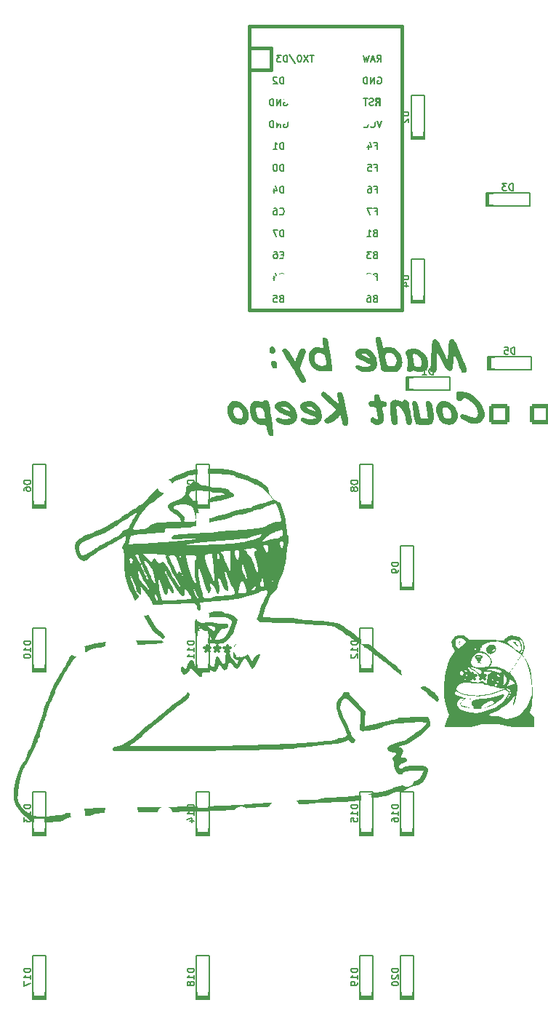
<source format=gbo>
G04 #@! TF.GenerationSoftware,KiCad,Pcbnew,(6.0.5)*
G04 #@! TF.CreationDate,2022-05-08T01:15:56+03:00*
G04 #@! TF.ProjectId,SIN-PAD,53494e2d-5041-4442-9e6b-696361645f70,rev?*
G04 #@! TF.SameCoordinates,Original*
G04 #@! TF.FileFunction,Legend,Bot*
G04 #@! TF.FilePolarity,Positive*
%FSLAX46Y46*%
G04 Gerber Fmt 4.6, Leading zero omitted, Abs format (unit mm)*
G04 Created by KiCad (PCBNEW (6.0.5)) date 2022-05-08 01:15:56*
%MOMM*%
%LPD*%
G01*
G04 APERTURE LIST*
G04 Aperture macros list*
%AMRoundRect*
0 Rectangle with rounded corners*
0 $1 Rounding radius*
0 $2 $3 $4 $5 $6 $7 $8 $9 X,Y pos of 4 corners*
0 Add a 4 corners polygon primitive as box body*
4,1,4,$2,$3,$4,$5,$6,$7,$8,$9,$2,$3,0*
0 Add four circle primitives for the rounded corners*
1,1,$1+$1,$2,$3*
1,1,$1+$1,$4,$5*
1,1,$1+$1,$6,$7*
1,1,$1+$1,$8,$9*
0 Add four rect primitives between the rounded corners*
20,1,$1+$1,$2,$3,$4,$5,0*
20,1,$1+$1,$4,$5,$6,$7,0*
20,1,$1+$1,$6,$7,$8,$9,0*
20,1,$1+$1,$8,$9,$2,$3,0*%
G04 Aperture macros list end*
%ADD10C,0.150000*%
%ADD11C,0.300000*%
%ADD12C,0.381000*%
%ADD13R,1.752600X1.752600*%
%ADD14C,1.752600*%
%ADD15R,1.600000X1.200000*%
%ADD16R,1.600000X1.600000*%
%ADD17C,1.600000*%
%ADD18R,1.200000X1.600000*%
%ADD19C,3.987800*%
%ADD20C,1.750000*%
%ADD21C,2.250000*%
%ADD22C,3.048000*%
%ADD23RoundRect,0.250001X-0.899999X-0.899999X0.899999X-0.899999X0.899999X0.899999X-0.899999X0.899999X0*%
%ADD24RoundRect,0.250001X0.899999X0.899999X-0.899999X0.899999X-0.899999X-0.899999X0.899999X-0.899999X0*%
G04 APERTURE END LIST*
D10*
X105390876Y-65636904D02*
X105390876Y-64836904D01*
X105200400Y-64836904D01*
X105086114Y-64875000D01*
X105009923Y-64951190D01*
X104971828Y-65027380D01*
X104933733Y-65179761D01*
X104933733Y-65294047D01*
X104971828Y-65446428D01*
X105009923Y-65522619D01*
X105086114Y-65598809D01*
X105200400Y-65636904D01*
X105390876Y-65636904D01*
X104171828Y-65636904D02*
X104628971Y-65636904D01*
X104400400Y-65636904D02*
X104400400Y-64836904D01*
X104476590Y-64951190D01*
X104552780Y-65027380D01*
X104628971Y-65065476D01*
X102546279Y-35102873D02*
X101746279Y-35102873D01*
X101746279Y-35293350D01*
X101784375Y-35407635D01*
X101860565Y-35483826D01*
X101936755Y-35521921D01*
X102089136Y-35560016D01*
X102203422Y-35560016D01*
X102355803Y-35521921D01*
X102431994Y-35483826D01*
X102508184Y-35407635D01*
X102546279Y-35293350D01*
X102546279Y-35102873D01*
X101822470Y-35864778D02*
X101784375Y-35902873D01*
X101746279Y-35979064D01*
X101746279Y-36169540D01*
X101784375Y-36245730D01*
X101822470Y-36283826D01*
X101898660Y-36321921D01*
X101974851Y-36321921D01*
X102089136Y-36283826D01*
X102546279Y-35826683D01*
X102546279Y-36321921D01*
X114706501Y-44205654D02*
X114706501Y-43405654D01*
X114516025Y-43405654D01*
X114401739Y-43443750D01*
X114325548Y-43519940D01*
X114287453Y-43596130D01*
X114249358Y-43748511D01*
X114249358Y-43862797D01*
X114287453Y-44015178D01*
X114325548Y-44091369D01*
X114401739Y-44167559D01*
X114516025Y-44205654D01*
X114706501Y-44205654D01*
X113982691Y-43405654D02*
X113487453Y-43405654D01*
X113754120Y-43710416D01*
X113639834Y-43710416D01*
X113563644Y-43748511D01*
X113525548Y-43786607D01*
X113487453Y-43862797D01*
X113487453Y-44053273D01*
X113525548Y-44129464D01*
X113563644Y-44167559D01*
X113639834Y-44205654D01*
X113868405Y-44205654D01*
X113944596Y-44167559D01*
X113982691Y-44129464D01*
X102546279Y-54152873D02*
X101746279Y-54152873D01*
X101746279Y-54343350D01*
X101784375Y-54457635D01*
X101860565Y-54533826D01*
X101936755Y-54571921D01*
X102089136Y-54610016D01*
X102203422Y-54610016D01*
X102355803Y-54571921D01*
X102431994Y-54533826D01*
X102508184Y-54457635D01*
X102546279Y-54343350D01*
X102546279Y-54152873D01*
X102012946Y-55295730D02*
X102546279Y-55295730D01*
X101708184Y-55105254D02*
X102279613Y-54914778D01*
X102279613Y-55410016D01*
X114915876Y-63255654D02*
X114915876Y-62455654D01*
X114725400Y-62455654D01*
X114611114Y-62493750D01*
X114534923Y-62569940D01*
X114496828Y-62646130D01*
X114458733Y-62798511D01*
X114458733Y-62912797D01*
X114496828Y-63065178D01*
X114534923Y-63141369D01*
X114611114Y-63217559D01*
X114725400Y-63255654D01*
X114915876Y-63255654D01*
X113734923Y-62455654D02*
X114115876Y-62455654D01*
X114153971Y-62836607D01*
X114115876Y-62798511D01*
X114039685Y-62760416D01*
X113849209Y-62760416D01*
X113773019Y-62798511D01*
X113734923Y-62836607D01*
X113696828Y-62912797D01*
X113696828Y-63103273D01*
X113734923Y-63179464D01*
X113773019Y-63217559D01*
X113849209Y-63255654D01*
X114039685Y-63255654D01*
X114115876Y-63217559D01*
X114153971Y-63179464D01*
X58493154Y-77965373D02*
X57693154Y-77965373D01*
X57693154Y-78155850D01*
X57731250Y-78270135D01*
X57807440Y-78346326D01*
X57883630Y-78384421D01*
X58036011Y-78422516D01*
X58150297Y-78422516D01*
X58302678Y-78384421D01*
X58378869Y-78346326D01*
X58455059Y-78270135D01*
X58493154Y-78155850D01*
X58493154Y-77965373D01*
X57693154Y-79108230D02*
X57693154Y-78955850D01*
X57731250Y-78879659D01*
X57769345Y-78841564D01*
X57883630Y-78765373D01*
X58036011Y-78727278D01*
X58340773Y-78727278D01*
X58416964Y-78765373D01*
X58455059Y-78803469D01*
X58493154Y-78879659D01*
X58493154Y-79032040D01*
X58455059Y-79108230D01*
X58416964Y-79146326D01*
X58340773Y-79184421D01*
X58150297Y-79184421D01*
X58074107Y-79146326D01*
X58036011Y-79108230D01*
X57997916Y-79032040D01*
X57997916Y-78879659D01*
X58036011Y-78803469D01*
X58074107Y-78765373D01*
X58150297Y-78727278D01*
X77543154Y-77965373D02*
X76743154Y-77965373D01*
X76743154Y-78155850D01*
X76781250Y-78270135D01*
X76857440Y-78346326D01*
X76933630Y-78384421D01*
X77086011Y-78422516D01*
X77200297Y-78422516D01*
X77352678Y-78384421D01*
X77428869Y-78346326D01*
X77505059Y-78270135D01*
X77543154Y-78155850D01*
X77543154Y-77965373D01*
X76743154Y-78689183D02*
X76743154Y-79222516D01*
X77543154Y-78879659D01*
X96593154Y-77965373D02*
X95793154Y-77965373D01*
X95793154Y-78155850D01*
X95831250Y-78270135D01*
X95907440Y-78346326D01*
X95983630Y-78384421D01*
X96136011Y-78422516D01*
X96250297Y-78422516D01*
X96402678Y-78384421D01*
X96478869Y-78346326D01*
X96555059Y-78270135D01*
X96593154Y-78155850D01*
X96593154Y-77965373D01*
X96136011Y-78879659D02*
X96097916Y-78803469D01*
X96059821Y-78765373D01*
X95983630Y-78727278D01*
X95945535Y-78727278D01*
X95869345Y-78765373D01*
X95831250Y-78803469D01*
X95793154Y-78879659D01*
X95793154Y-79032040D01*
X95831250Y-79108230D01*
X95869345Y-79146326D01*
X95945535Y-79184421D01*
X95983630Y-79184421D01*
X96059821Y-79146326D01*
X96097916Y-79108230D01*
X96136011Y-79032040D01*
X96136011Y-78879659D01*
X96174107Y-78803469D01*
X96212202Y-78765373D01*
X96288392Y-78727278D01*
X96440773Y-78727278D01*
X96516964Y-78765373D01*
X96555059Y-78803469D01*
X96593154Y-78879659D01*
X96593154Y-79032040D01*
X96555059Y-79108230D01*
X96516964Y-79146326D01*
X96440773Y-79184421D01*
X96288392Y-79184421D01*
X96212202Y-79146326D01*
X96174107Y-79108230D01*
X96136011Y-79032040D01*
X101355654Y-87490373D02*
X100555654Y-87490373D01*
X100555654Y-87680850D01*
X100593750Y-87795135D01*
X100669940Y-87871326D01*
X100746130Y-87909421D01*
X100898511Y-87947516D01*
X101012797Y-87947516D01*
X101165178Y-87909421D01*
X101241369Y-87871326D01*
X101317559Y-87795135D01*
X101355654Y-87680850D01*
X101355654Y-87490373D01*
X101355654Y-88328469D02*
X101355654Y-88480850D01*
X101317559Y-88557040D01*
X101279464Y-88595135D01*
X101165178Y-88671326D01*
X101012797Y-88709421D01*
X100708035Y-88709421D01*
X100631845Y-88671326D01*
X100593750Y-88633230D01*
X100555654Y-88557040D01*
X100555654Y-88404659D01*
X100593750Y-88328469D01*
X100631845Y-88290373D01*
X100708035Y-88252278D01*
X100898511Y-88252278D01*
X100974702Y-88290373D01*
X101012797Y-88328469D01*
X101050892Y-88404659D01*
X101050892Y-88557040D01*
X101012797Y-88633230D01*
X100974702Y-88671326D01*
X100898511Y-88709421D01*
X58493154Y-96634421D02*
X57693154Y-96634421D01*
X57693154Y-96824897D01*
X57731250Y-96939183D01*
X57807440Y-97015373D01*
X57883630Y-97053469D01*
X58036011Y-97091564D01*
X58150297Y-97091564D01*
X58302678Y-97053469D01*
X58378869Y-97015373D01*
X58455059Y-96939183D01*
X58493154Y-96824897D01*
X58493154Y-96634421D01*
X58493154Y-97853469D02*
X58493154Y-97396326D01*
X58493154Y-97624897D02*
X57693154Y-97624897D01*
X57807440Y-97548707D01*
X57883630Y-97472516D01*
X57921726Y-97396326D01*
X57693154Y-98348707D02*
X57693154Y-98424897D01*
X57731250Y-98501088D01*
X57769345Y-98539183D01*
X57845535Y-98577278D01*
X57997916Y-98615373D01*
X58188392Y-98615373D01*
X58340773Y-98577278D01*
X58416964Y-98539183D01*
X58455059Y-98501088D01*
X58493154Y-98424897D01*
X58493154Y-98348707D01*
X58455059Y-98272516D01*
X58416964Y-98234421D01*
X58340773Y-98196326D01*
X58188392Y-98158230D01*
X57997916Y-98158230D01*
X57845535Y-98196326D01*
X57769345Y-98234421D01*
X57731250Y-98272516D01*
X57693154Y-98348707D01*
X77543154Y-96634421D02*
X76743154Y-96634421D01*
X76743154Y-96824897D01*
X76781250Y-96939183D01*
X76857440Y-97015373D01*
X76933630Y-97053469D01*
X77086011Y-97091564D01*
X77200297Y-97091564D01*
X77352678Y-97053469D01*
X77428869Y-97015373D01*
X77505059Y-96939183D01*
X77543154Y-96824897D01*
X77543154Y-96634421D01*
X77543154Y-97853469D02*
X77543154Y-97396326D01*
X77543154Y-97624897D02*
X76743154Y-97624897D01*
X76857440Y-97548707D01*
X76933630Y-97472516D01*
X76971726Y-97396326D01*
X77543154Y-98615373D02*
X77543154Y-98158230D01*
X77543154Y-98386802D02*
X76743154Y-98386802D01*
X76857440Y-98310611D01*
X76933630Y-98234421D01*
X76971726Y-98158230D01*
X96593154Y-96634421D02*
X95793154Y-96634421D01*
X95793154Y-96824897D01*
X95831250Y-96939183D01*
X95907440Y-97015373D01*
X95983630Y-97053469D01*
X96136011Y-97091564D01*
X96250297Y-97091564D01*
X96402678Y-97053469D01*
X96478869Y-97015373D01*
X96555059Y-96939183D01*
X96593154Y-96824897D01*
X96593154Y-96634421D01*
X96593154Y-97853469D02*
X96593154Y-97396326D01*
X96593154Y-97624897D02*
X95793154Y-97624897D01*
X95907440Y-97548707D01*
X95983630Y-97472516D01*
X96021726Y-97396326D01*
X95869345Y-98158230D02*
X95831250Y-98196326D01*
X95793154Y-98272516D01*
X95793154Y-98462992D01*
X95831250Y-98539183D01*
X95869345Y-98577278D01*
X95945535Y-98615373D01*
X96021726Y-98615373D01*
X96136011Y-98577278D01*
X96593154Y-98120135D01*
X96593154Y-98615373D01*
X58493154Y-115684421D02*
X57693154Y-115684421D01*
X57693154Y-115874897D01*
X57731250Y-115989183D01*
X57807440Y-116065373D01*
X57883630Y-116103469D01*
X58036011Y-116141564D01*
X58150297Y-116141564D01*
X58302678Y-116103469D01*
X58378869Y-116065373D01*
X58455059Y-115989183D01*
X58493154Y-115874897D01*
X58493154Y-115684421D01*
X58493154Y-116903469D02*
X58493154Y-116446326D01*
X58493154Y-116674897D02*
X57693154Y-116674897D01*
X57807440Y-116598707D01*
X57883630Y-116522516D01*
X57921726Y-116446326D01*
X57693154Y-117170135D02*
X57693154Y-117665373D01*
X57997916Y-117398707D01*
X57997916Y-117512992D01*
X58036011Y-117589183D01*
X58074107Y-117627278D01*
X58150297Y-117665373D01*
X58340773Y-117665373D01*
X58416964Y-117627278D01*
X58455059Y-117589183D01*
X58493154Y-117512992D01*
X58493154Y-117284421D01*
X58455059Y-117208230D01*
X58416964Y-117170135D01*
X77543154Y-115684421D02*
X76743154Y-115684421D01*
X76743154Y-115874897D01*
X76781250Y-115989183D01*
X76857440Y-116065373D01*
X76933630Y-116103469D01*
X77086011Y-116141564D01*
X77200297Y-116141564D01*
X77352678Y-116103469D01*
X77428869Y-116065373D01*
X77505059Y-115989183D01*
X77543154Y-115874897D01*
X77543154Y-115684421D01*
X77543154Y-116903469D02*
X77543154Y-116446326D01*
X77543154Y-116674897D02*
X76743154Y-116674897D01*
X76857440Y-116598707D01*
X76933630Y-116522516D01*
X76971726Y-116446326D01*
X77009821Y-117589183D02*
X77543154Y-117589183D01*
X76705059Y-117398707D02*
X77276488Y-117208230D01*
X77276488Y-117703469D01*
X96593154Y-115684421D02*
X95793154Y-115684421D01*
X95793154Y-115874897D01*
X95831250Y-115989183D01*
X95907440Y-116065373D01*
X95983630Y-116103469D01*
X96136011Y-116141564D01*
X96250297Y-116141564D01*
X96402678Y-116103469D01*
X96478869Y-116065373D01*
X96555059Y-115989183D01*
X96593154Y-115874897D01*
X96593154Y-115684421D01*
X96593154Y-116903469D02*
X96593154Y-116446326D01*
X96593154Y-116674897D02*
X95793154Y-116674897D01*
X95907440Y-116598707D01*
X95983630Y-116522516D01*
X96021726Y-116446326D01*
X95793154Y-117627278D02*
X95793154Y-117246326D01*
X96174107Y-117208230D01*
X96136011Y-117246326D01*
X96097916Y-117322516D01*
X96097916Y-117512992D01*
X96136011Y-117589183D01*
X96174107Y-117627278D01*
X96250297Y-117665373D01*
X96440773Y-117665373D01*
X96516964Y-117627278D01*
X96555059Y-117589183D01*
X96593154Y-117512992D01*
X96593154Y-117322516D01*
X96555059Y-117246326D01*
X96516964Y-117208230D01*
X101355654Y-115684421D02*
X100555654Y-115684421D01*
X100555654Y-115874897D01*
X100593750Y-115989183D01*
X100669940Y-116065373D01*
X100746130Y-116103469D01*
X100898511Y-116141564D01*
X101012797Y-116141564D01*
X101165178Y-116103469D01*
X101241369Y-116065373D01*
X101317559Y-115989183D01*
X101355654Y-115874897D01*
X101355654Y-115684421D01*
X101355654Y-116903469D02*
X101355654Y-116446326D01*
X101355654Y-116674897D02*
X100555654Y-116674897D01*
X100669940Y-116598707D01*
X100746130Y-116522516D01*
X100784226Y-116446326D01*
X100555654Y-117589183D02*
X100555654Y-117436802D01*
X100593750Y-117360611D01*
X100631845Y-117322516D01*
X100746130Y-117246326D01*
X100898511Y-117208230D01*
X101203273Y-117208230D01*
X101279464Y-117246326D01*
X101317559Y-117284421D01*
X101355654Y-117360611D01*
X101355654Y-117512992D01*
X101317559Y-117589183D01*
X101279464Y-117627278D01*
X101203273Y-117665373D01*
X101012797Y-117665373D01*
X100936607Y-117627278D01*
X100898511Y-117589183D01*
X100860416Y-117512992D01*
X100860416Y-117360611D01*
X100898511Y-117284421D01*
X100936607Y-117246326D01*
X101012797Y-117208230D01*
X58493154Y-134734421D02*
X57693154Y-134734421D01*
X57693154Y-134924897D01*
X57731250Y-135039183D01*
X57807440Y-135115373D01*
X57883630Y-135153469D01*
X58036011Y-135191564D01*
X58150297Y-135191564D01*
X58302678Y-135153469D01*
X58378869Y-135115373D01*
X58455059Y-135039183D01*
X58493154Y-134924897D01*
X58493154Y-134734421D01*
X58493154Y-135953469D02*
X58493154Y-135496326D01*
X58493154Y-135724897D02*
X57693154Y-135724897D01*
X57807440Y-135648707D01*
X57883630Y-135572516D01*
X57921726Y-135496326D01*
X57693154Y-136220135D02*
X57693154Y-136753469D01*
X58493154Y-136410611D01*
X77543154Y-134734421D02*
X76743154Y-134734421D01*
X76743154Y-134924897D01*
X76781250Y-135039183D01*
X76857440Y-135115373D01*
X76933630Y-135153469D01*
X77086011Y-135191564D01*
X77200297Y-135191564D01*
X77352678Y-135153469D01*
X77428869Y-135115373D01*
X77505059Y-135039183D01*
X77543154Y-134924897D01*
X77543154Y-134734421D01*
X77543154Y-135953469D02*
X77543154Y-135496326D01*
X77543154Y-135724897D02*
X76743154Y-135724897D01*
X76857440Y-135648707D01*
X76933630Y-135572516D01*
X76971726Y-135496326D01*
X77086011Y-136410611D02*
X77047916Y-136334421D01*
X77009821Y-136296326D01*
X76933630Y-136258230D01*
X76895535Y-136258230D01*
X76819345Y-136296326D01*
X76781250Y-136334421D01*
X76743154Y-136410611D01*
X76743154Y-136562992D01*
X76781250Y-136639183D01*
X76819345Y-136677278D01*
X76895535Y-136715373D01*
X76933630Y-136715373D01*
X77009821Y-136677278D01*
X77047916Y-136639183D01*
X77086011Y-136562992D01*
X77086011Y-136410611D01*
X77124107Y-136334421D01*
X77162202Y-136296326D01*
X77238392Y-136258230D01*
X77390773Y-136258230D01*
X77466964Y-136296326D01*
X77505059Y-136334421D01*
X77543154Y-136410611D01*
X77543154Y-136562992D01*
X77505059Y-136639183D01*
X77466964Y-136677278D01*
X77390773Y-136715373D01*
X77238392Y-136715373D01*
X77162202Y-136677278D01*
X77124107Y-136639183D01*
X77086011Y-136562992D01*
X96593154Y-134734421D02*
X95793154Y-134734421D01*
X95793154Y-134924897D01*
X95831250Y-135039183D01*
X95907440Y-135115373D01*
X95983630Y-135153469D01*
X96136011Y-135191564D01*
X96250297Y-135191564D01*
X96402678Y-135153469D01*
X96478869Y-135115373D01*
X96555059Y-135039183D01*
X96593154Y-134924897D01*
X96593154Y-134734421D01*
X96593154Y-135953469D02*
X96593154Y-135496326D01*
X96593154Y-135724897D02*
X95793154Y-135724897D01*
X95907440Y-135648707D01*
X95983630Y-135572516D01*
X96021726Y-135496326D01*
X96593154Y-136334421D02*
X96593154Y-136486802D01*
X96555059Y-136562992D01*
X96516964Y-136601088D01*
X96402678Y-136677278D01*
X96250297Y-136715373D01*
X95945535Y-136715373D01*
X95869345Y-136677278D01*
X95831250Y-136639183D01*
X95793154Y-136562992D01*
X95793154Y-136410611D01*
X95831250Y-136334421D01*
X95869345Y-136296326D01*
X95945535Y-136258230D01*
X96136011Y-136258230D01*
X96212202Y-136296326D01*
X96250297Y-136334421D01*
X96288392Y-136410611D01*
X96288392Y-136562992D01*
X96250297Y-136639183D01*
X96212202Y-136677278D01*
X96136011Y-136715373D01*
X101355654Y-134734421D02*
X100555654Y-134734421D01*
X100555654Y-134924897D01*
X100593750Y-135039183D01*
X100669940Y-135115373D01*
X100746130Y-135153469D01*
X100898511Y-135191564D01*
X101012797Y-135191564D01*
X101165178Y-135153469D01*
X101241369Y-135115373D01*
X101317559Y-135039183D01*
X101355654Y-134924897D01*
X101355654Y-134734421D01*
X100631845Y-135496326D02*
X100593750Y-135534421D01*
X100555654Y-135610611D01*
X100555654Y-135801088D01*
X100593750Y-135877278D01*
X100631845Y-135915373D01*
X100708035Y-135953469D01*
X100784226Y-135953469D01*
X100898511Y-135915373D01*
X101355654Y-135458230D01*
X101355654Y-135953469D01*
X100555654Y-136448707D02*
X100555654Y-136524897D01*
X100593750Y-136601088D01*
X100631845Y-136639183D01*
X100708035Y-136677278D01*
X100860416Y-136715373D01*
X101050892Y-136715373D01*
X101203273Y-136677278D01*
X101279464Y-136639183D01*
X101317559Y-136601088D01*
X101355654Y-136524897D01*
X101355654Y-136448707D01*
X101317559Y-136372516D01*
X101279464Y-136334421D01*
X101203273Y-136296326D01*
X101050892Y-136258230D01*
X100860416Y-136258230D01*
X100708035Y-136296326D01*
X100631845Y-136334421D01*
X100593750Y-136372516D01*
X100555654Y-136448707D01*
X87998226Y-39414404D02*
X87998226Y-38614404D01*
X87807750Y-38614404D01*
X87693464Y-38652500D01*
X87617273Y-38728690D01*
X87579178Y-38804880D01*
X87541083Y-38957261D01*
X87541083Y-39071547D01*
X87579178Y-39223928D01*
X87617273Y-39300119D01*
X87693464Y-39376309D01*
X87807750Y-39414404D01*
X87998226Y-39414404D01*
X86779178Y-39414404D02*
X87236321Y-39414404D01*
X87007750Y-39414404D02*
X87007750Y-38614404D01*
X87083940Y-38728690D01*
X87160130Y-38804880D01*
X87236321Y-38842976D01*
X87998226Y-41954404D02*
X87998226Y-41154404D01*
X87807750Y-41154404D01*
X87693464Y-41192500D01*
X87617273Y-41268690D01*
X87579178Y-41344880D01*
X87541083Y-41497261D01*
X87541083Y-41611547D01*
X87579178Y-41763928D01*
X87617273Y-41840119D01*
X87693464Y-41916309D01*
X87807750Y-41954404D01*
X87998226Y-41954404D01*
X87045845Y-41154404D02*
X86969654Y-41154404D01*
X86893464Y-41192500D01*
X86855369Y-41230595D01*
X86817273Y-41306785D01*
X86779178Y-41459166D01*
X86779178Y-41649642D01*
X86817273Y-41802023D01*
X86855369Y-41878214D01*
X86893464Y-41916309D01*
X86969654Y-41954404D01*
X87045845Y-41954404D01*
X87122035Y-41916309D01*
X87160130Y-41878214D01*
X87198226Y-41802023D01*
X87236321Y-41649642D01*
X87236321Y-41459166D01*
X87198226Y-41306785D01*
X87160130Y-41230595D01*
X87122035Y-41192500D01*
X87045845Y-41154404D01*
X98653559Y-54235357D02*
X98539273Y-54273452D01*
X98501178Y-54311547D01*
X98463083Y-54387738D01*
X98463083Y-54502023D01*
X98501178Y-54578214D01*
X98539273Y-54616309D01*
X98615464Y-54654404D01*
X98920226Y-54654404D01*
X98920226Y-53854404D01*
X98653559Y-53854404D01*
X98577369Y-53892500D01*
X98539273Y-53930595D01*
X98501178Y-54006785D01*
X98501178Y-54082976D01*
X98539273Y-54159166D01*
X98577369Y-54197261D01*
X98653559Y-54235357D01*
X98920226Y-54235357D01*
X98158321Y-53930595D02*
X98120226Y-53892500D01*
X98044035Y-53854404D01*
X97853559Y-53854404D01*
X97777369Y-53892500D01*
X97739273Y-53930595D01*
X97701178Y-54006785D01*
X97701178Y-54082976D01*
X97739273Y-54197261D01*
X98196416Y-54654404D01*
X97701178Y-54654404D01*
X87731559Y-56775357D02*
X87617273Y-56813452D01*
X87579178Y-56851547D01*
X87541083Y-56927738D01*
X87541083Y-57042023D01*
X87579178Y-57118214D01*
X87617273Y-57156309D01*
X87693464Y-57194404D01*
X87998226Y-57194404D01*
X87998226Y-56394404D01*
X87731559Y-56394404D01*
X87655369Y-56432500D01*
X87617273Y-56470595D01*
X87579178Y-56546785D01*
X87579178Y-56622976D01*
X87617273Y-56699166D01*
X87655369Y-56737261D01*
X87731559Y-56775357D01*
X87998226Y-56775357D01*
X86817273Y-56394404D02*
X87198226Y-56394404D01*
X87236321Y-56775357D01*
X87198226Y-56737261D01*
X87122035Y-56699166D01*
X86931559Y-56699166D01*
X86855369Y-56737261D01*
X86817273Y-56775357D01*
X86779178Y-56851547D01*
X86779178Y-57042023D01*
X86817273Y-57118214D01*
X86855369Y-57156309D01*
X86931559Y-57194404D01*
X87122035Y-57194404D01*
X87198226Y-57156309D01*
X87236321Y-57118214D01*
X98882130Y-29254404D02*
X99148797Y-28873452D01*
X99339273Y-29254404D02*
X99339273Y-28454404D01*
X99034511Y-28454404D01*
X98958321Y-28492500D01*
X98920226Y-28530595D01*
X98882130Y-28606785D01*
X98882130Y-28721071D01*
X98920226Y-28797261D01*
X98958321Y-28835357D01*
X99034511Y-28873452D01*
X99339273Y-28873452D01*
X98577369Y-29025833D02*
X98196416Y-29025833D01*
X98653559Y-29254404D02*
X98386892Y-28454404D01*
X98120226Y-29254404D01*
X97929750Y-28454404D02*
X97739273Y-29254404D01*
X97586892Y-28682976D01*
X97434511Y-29254404D01*
X97244035Y-28454404D01*
X98596416Y-41535357D02*
X98863083Y-41535357D01*
X98863083Y-41954404D02*
X98863083Y-41154404D01*
X98482130Y-41154404D01*
X97796416Y-41154404D02*
X98177369Y-41154404D01*
X98215464Y-41535357D01*
X98177369Y-41497261D01*
X98101178Y-41459166D01*
X97910702Y-41459166D01*
X97834511Y-41497261D01*
X97796416Y-41535357D01*
X97758321Y-41611547D01*
X97758321Y-41802023D01*
X97796416Y-41878214D01*
X97834511Y-41916309D01*
X97910702Y-41954404D01*
X98101178Y-41954404D01*
X98177369Y-41916309D01*
X98215464Y-41878214D01*
X87998226Y-31794404D02*
X87998226Y-30994404D01*
X87807750Y-30994404D01*
X87693464Y-31032500D01*
X87617273Y-31108690D01*
X87579178Y-31184880D01*
X87541083Y-31337261D01*
X87541083Y-31451547D01*
X87579178Y-31603928D01*
X87617273Y-31680119D01*
X87693464Y-31756309D01*
X87807750Y-31794404D01*
X87998226Y-31794404D01*
X87236321Y-31070595D02*
X87198226Y-31032500D01*
X87122035Y-30994404D01*
X86931559Y-30994404D01*
X86855369Y-31032500D01*
X86817273Y-31070595D01*
X86779178Y-31146785D01*
X86779178Y-31222976D01*
X86817273Y-31337261D01*
X87274416Y-31794404D01*
X86779178Y-31794404D01*
X91487354Y-28454404D02*
X91030211Y-28454404D01*
X91258782Y-29254404D02*
X91258782Y-28454404D01*
X90839735Y-28454404D02*
X90306401Y-29254404D01*
X90306401Y-28454404D02*
X90839735Y-29254404D01*
X89849258Y-28454404D02*
X89773068Y-28454404D01*
X89696878Y-28492500D01*
X89658782Y-28530595D01*
X89620687Y-28606785D01*
X89582592Y-28759166D01*
X89582592Y-28949642D01*
X89620687Y-29102023D01*
X89658782Y-29178214D01*
X89696878Y-29216309D01*
X89773068Y-29254404D01*
X89849258Y-29254404D01*
X89925449Y-29216309D01*
X89963544Y-29178214D01*
X90001639Y-29102023D01*
X90039735Y-28949642D01*
X90039735Y-28759166D01*
X90001639Y-28606785D01*
X89963544Y-28530595D01*
X89925449Y-28492500D01*
X89849258Y-28454404D01*
X88668306Y-28416309D02*
X89354020Y-29444880D01*
X88401639Y-29254404D02*
X88401639Y-28454404D01*
X88211163Y-28454404D01*
X88096878Y-28492500D01*
X88020687Y-28568690D01*
X87982592Y-28644880D01*
X87944497Y-28797261D01*
X87944497Y-28911547D01*
X87982592Y-29063928D01*
X88020687Y-29140119D01*
X88096878Y-29216309D01*
X88211163Y-29254404D01*
X88401639Y-29254404D01*
X87677830Y-28454404D02*
X87182592Y-28454404D01*
X87449258Y-28759166D01*
X87334973Y-28759166D01*
X87258782Y-28797261D01*
X87220687Y-28835357D01*
X87182592Y-28911547D01*
X87182592Y-29102023D01*
X87220687Y-29178214D01*
X87258782Y-29216309D01*
X87334973Y-29254404D01*
X87563544Y-29254404D01*
X87639735Y-29216309D01*
X87677830Y-29178214D01*
X98442083Y-34276309D02*
X98327797Y-34314404D01*
X98137321Y-34314404D01*
X98061130Y-34276309D01*
X98023035Y-34238214D01*
X97984940Y-34162023D01*
X97984940Y-34085833D01*
X98023035Y-34009642D01*
X98061130Y-33971547D01*
X98137321Y-33933452D01*
X98289702Y-33895357D01*
X98365892Y-33857261D01*
X98403988Y-33819166D01*
X98442083Y-33742976D01*
X98442083Y-33666785D01*
X98403988Y-33590595D01*
X98365892Y-33552500D01*
X98289702Y-33514404D01*
X98099226Y-33514404D01*
X97984940Y-33552500D01*
X97756369Y-33514404D02*
X97299226Y-33514404D01*
X97527797Y-34314404D02*
X97527797Y-33514404D01*
X98653559Y-56775357D02*
X98539273Y-56813452D01*
X98501178Y-56851547D01*
X98463083Y-56927738D01*
X98463083Y-57042023D01*
X98501178Y-57118214D01*
X98539273Y-57156309D01*
X98615464Y-57194404D01*
X98920226Y-57194404D01*
X98920226Y-56394404D01*
X98653559Y-56394404D01*
X98577369Y-56432500D01*
X98539273Y-56470595D01*
X98501178Y-56546785D01*
X98501178Y-56622976D01*
X98539273Y-56699166D01*
X98577369Y-56737261D01*
X98653559Y-56775357D01*
X98920226Y-56775357D01*
X97777369Y-56394404D02*
X97929750Y-56394404D01*
X98005940Y-56432500D01*
X98044035Y-56470595D01*
X98120226Y-56584880D01*
X98158321Y-56737261D01*
X98158321Y-57042023D01*
X98120226Y-57118214D01*
X98082130Y-57156309D01*
X98005940Y-57194404D01*
X97853559Y-57194404D01*
X97777369Y-57156309D01*
X97739273Y-57118214D01*
X97701178Y-57042023D01*
X97701178Y-56851547D01*
X97739273Y-56775357D01*
X97777369Y-56737261D01*
X97853559Y-56699166D01*
X98005940Y-56699166D01*
X98082130Y-56737261D01*
X98120226Y-56775357D01*
X98158321Y-56851547D01*
X87541083Y-46958214D02*
X87579178Y-46996309D01*
X87693464Y-47034404D01*
X87769654Y-47034404D01*
X87883940Y-46996309D01*
X87960130Y-46920119D01*
X87998226Y-46843928D01*
X88036321Y-46691547D01*
X88036321Y-46577261D01*
X87998226Y-46424880D01*
X87960130Y-46348690D01*
X87883940Y-46272500D01*
X87769654Y-46234404D01*
X87693464Y-46234404D01*
X87579178Y-46272500D01*
X87541083Y-46310595D01*
X86855369Y-46234404D02*
X87007750Y-46234404D01*
X87083940Y-46272500D01*
X87122035Y-46310595D01*
X87198226Y-46424880D01*
X87236321Y-46577261D01*
X87236321Y-46882023D01*
X87198226Y-46958214D01*
X87160130Y-46996309D01*
X87083940Y-47034404D01*
X86931559Y-47034404D01*
X86855369Y-46996309D01*
X86817273Y-46958214D01*
X86779178Y-46882023D01*
X86779178Y-46691547D01*
X86817273Y-46615357D01*
X86855369Y-46577261D01*
X86931559Y-46539166D01*
X87083940Y-46539166D01*
X87160130Y-46577261D01*
X87198226Y-46615357D01*
X87236321Y-46691547D01*
X87731559Y-54235357D02*
X87617273Y-54273452D01*
X87579178Y-54311547D01*
X87541083Y-54387738D01*
X87541083Y-54502023D01*
X87579178Y-54578214D01*
X87617273Y-54616309D01*
X87693464Y-54654404D01*
X87998226Y-54654404D01*
X87998226Y-53854404D01*
X87731559Y-53854404D01*
X87655369Y-53892500D01*
X87617273Y-53930595D01*
X87579178Y-54006785D01*
X87579178Y-54082976D01*
X87617273Y-54159166D01*
X87655369Y-54197261D01*
X87731559Y-54235357D01*
X87998226Y-54235357D01*
X86855369Y-54121071D02*
X86855369Y-54654404D01*
X87045845Y-53816309D02*
X87236321Y-54387738D01*
X86741083Y-54387738D01*
X87960130Y-51695357D02*
X87693464Y-51695357D01*
X87579178Y-52114404D02*
X87960130Y-52114404D01*
X87960130Y-51314404D01*
X87579178Y-51314404D01*
X86893464Y-51314404D02*
X87045845Y-51314404D01*
X87122035Y-51352500D01*
X87160130Y-51390595D01*
X87236321Y-51504880D01*
X87274416Y-51657261D01*
X87274416Y-51962023D01*
X87236321Y-52038214D01*
X87198226Y-52076309D01*
X87122035Y-52114404D01*
X86969654Y-52114404D01*
X86893464Y-52076309D01*
X86855369Y-52038214D01*
X86817273Y-51962023D01*
X86817273Y-51771547D01*
X86855369Y-51695357D01*
X86893464Y-51657261D01*
X86969654Y-51619166D01*
X87122035Y-51619166D01*
X87198226Y-51657261D01*
X87236321Y-51695357D01*
X87274416Y-51771547D01*
X98596416Y-46615357D02*
X98863083Y-46615357D01*
X98863083Y-47034404D02*
X98863083Y-46234404D01*
X98482130Y-46234404D01*
X98253559Y-46234404D02*
X97720226Y-46234404D01*
X98063083Y-47034404D01*
X88017273Y-36112500D02*
X88093464Y-36074404D01*
X88207750Y-36074404D01*
X88322035Y-36112500D01*
X88398226Y-36188690D01*
X88436321Y-36264880D01*
X88474416Y-36417261D01*
X88474416Y-36531547D01*
X88436321Y-36683928D01*
X88398226Y-36760119D01*
X88322035Y-36836309D01*
X88207750Y-36874404D01*
X88131559Y-36874404D01*
X88017273Y-36836309D01*
X87979178Y-36798214D01*
X87979178Y-36531547D01*
X88131559Y-36531547D01*
X87636321Y-36874404D02*
X87636321Y-36074404D01*
X87179178Y-36874404D01*
X87179178Y-36074404D01*
X86798226Y-36874404D02*
X86798226Y-36074404D01*
X86607750Y-36074404D01*
X86493464Y-36112500D01*
X86417273Y-36188690D01*
X86379178Y-36264880D01*
X86341083Y-36417261D01*
X86341083Y-36531547D01*
X86379178Y-36683928D01*
X86417273Y-36760119D01*
X86493464Y-36836309D01*
X86607750Y-36874404D01*
X86798226Y-36874404D01*
X99396416Y-36074404D02*
X99129750Y-36874404D01*
X98863083Y-36074404D01*
X98139273Y-36798214D02*
X98177369Y-36836309D01*
X98291654Y-36874404D01*
X98367845Y-36874404D01*
X98482130Y-36836309D01*
X98558321Y-36760119D01*
X98596416Y-36683928D01*
X98634511Y-36531547D01*
X98634511Y-36417261D01*
X98596416Y-36264880D01*
X98558321Y-36188690D01*
X98482130Y-36112500D01*
X98367845Y-36074404D01*
X98291654Y-36074404D01*
X98177369Y-36112500D01*
X98139273Y-36150595D01*
X97339273Y-36798214D02*
X97377369Y-36836309D01*
X97491654Y-36874404D01*
X97567845Y-36874404D01*
X97682130Y-36836309D01*
X97758321Y-36760119D01*
X97796416Y-36683928D01*
X97834511Y-36531547D01*
X97834511Y-36417261D01*
X97796416Y-36264880D01*
X97758321Y-36188690D01*
X97682130Y-36112500D01*
X97567845Y-36074404D01*
X97491654Y-36074404D01*
X97377369Y-36112500D01*
X97339273Y-36150595D01*
X87998226Y-44494404D02*
X87998226Y-43694404D01*
X87807750Y-43694404D01*
X87693464Y-43732500D01*
X87617273Y-43808690D01*
X87579178Y-43884880D01*
X87541083Y-44037261D01*
X87541083Y-44151547D01*
X87579178Y-44303928D01*
X87617273Y-44380119D01*
X87693464Y-44456309D01*
X87807750Y-44494404D01*
X87998226Y-44494404D01*
X86855369Y-43961071D02*
X86855369Y-44494404D01*
X87045845Y-43656309D02*
X87236321Y-44227738D01*
X86741083Y-44227738D01*
X98596416Y-38995357D02*
X98863083Y-38995357D01*
X98863083Y-39414404D02*
X98863083Y-38614404D01*
X98482130Y-38614404D01*
X97834511Y-38881071D02*
X97834511Y-39414404D01*
X98024988Y-38576309D02*
X98215464Y-39147738D01*
X97720226Y-39147738D01*
X98653559Y-49155357D02*
X98539273Y-49193452D01*
X98501178Y-49231547D01*
X98463083Y-49307738D01*
X98463083Y-49422023D01*
X98501178Y-49498214D01*
X98539273Y-49536309D01*
X98615464Y-49574404D01*
X98920226Y-49574404D01*
X98920226Y-48774404D01*
X98653559Y-48774404D01*
X98577369Y-48812500D01*
X98539273Y-48850595D01*
X98501178Y-48926785D01*
X98501178Y-49002976D01*
X98539273Y-49079166D01*
X98577369Y-49117261D01*
X98653559Y-49155357D01*
X98920226Y-49155357D01*
X97701178Y-49574404D02*
X98158321Y-49574404D01*
X97929750Y-49574404D02*
X97929750Y-48774404D01*
X98005940Y-48888690D01*
X98082130Y-48964880D01*
X98158321Y-49002976D01*
X87998226Y-49574404D02*
X87998226Y-48774404D01*
X87807750Y-48774404D01*
X87693464Y-48812500D01*
X87617273Y-48888690D01*
X87579178Y-48964880D01*
X87541083Y-49117261D01*
X87541083Y-49231547D01*
X87579178Y-49383928D01*
X87617273Y-49460119D01*
X87693464Y-49536309D01*
X87807750Y-49574404D01*
X87998226Y-49574404D01*
X87274416Y-48774404D02*
X86741083Y-48774404D01*
X87083940Y-49574404D01*
X88017273Y-33572500D02*
X88093464Y-33534404D01*
X88207750Y-33534404D01*
X88322035Y-33572500D01*
X88398226Y-33648690D01*
X88436321Y-33724880D01*
X88474416Y-33877261D01*
X88474416Y-33991547D01*
X88436321Y-34143928D01*
X88398226Y-34220119D01*
X88322035Y-34296309D01*
X88207750Y-34334404D01*
X88131559Y-34334404D01*
X88017273Y-34296309D01*
X87979178Y-34258214D01*
X87979178Y-33991547D01*
X88131559Y-33991547D01*
X87636321Y-34334404D02*
X87636321Y-33534404D01*
X87179178Y-34334404D01*
X87179178Y-33534404D01*
X86798226Y-34334404D02*
X86798226Y-33534404D01*
X86607750Y-33534404D01*
X86493464Y-33572500D01*
X86417273Y-33648690D01*
X86379178Y-33724880D01*
X86341083Y-33877261D01*
X86341083Y-33991547D01*
X86379178Y-34143928D01*
X86417273Y-34220119D01*
X86493464Y-34296309D01*
X86607750Y-34334404D01*
X86798226Y-34334404D01*
X98653559Y-51695357D02*
X98539273Y-51733452D01*
X98501178Y-51771547D01*
X98463083Y-51847738D01*
X98463083Y-51962023D01*
X98501178Y-52038214D01*
X98539273Y-52076309D01*
X98615464Y-52114404D01*
X98920226Y-52114404D01*
X98920226Y-51314404D01*
X98653559Y-51314404D01*
X98577369Y-51352500D01*
X98539273Y-51390595D01*
X98501178Y-51466785D01*
X98501178Y-51542976D01*
X98539273Y-51619166D01*
X98577369Y-51657261D01*
X98653559Y-51695357D01*
X98920226Y-51695357D01*
X98196416Y-51314404D02*
X97701178Y-51314404D01*
X97967845Y-51619166D01*
X97853559Y-51619166D01*
X97777369Y-51657261D01*
X97739273Y-51695357D01*
X97701178Y-51771547D01*
X97701178Y-51962023D01*
X97739273Y-52038214D01*
X97777369Y-52076309D01*
X97853559Y-52114404D01*
X98082130Y-52114404D01*
X98158321Y-52076309D01*
X98196416Y-52038214D01*
X98939273Y-31032500D02*
X99015464Y-30994404D01*
X99129750Y-30994404D01*
X99244035Y-31032500D01*
X99320226Y-31108690D01*
X99358321Y-31184880D01*
X99396416Y-31337261D01*
X99396416Y-31451547D01*
X99358321Y-31603928D01*
X99320226Y-31680119D01*
X99244035Y-31756309D01*
X99129750Y-31794404D01*
X99053559Y-31794404D01*
X98939273Y-31756309D01*
X98901178Y-31718214D01*
X98901178Y-31451547D01*
X99053559Y-31451547D01*
X98558321Y-31794404D02*
X98558321Y-30994404D01*
X98101178Y-31794404D01*
X98101178Y-30994404D01*
X97720226Y-31794404D02*
X97720226Y-30994404D01*
X97529750Y-30994404D01*
X97415464Y-31032500D01*
X97339273Y-31108690D01*
X97301178Y-31184880D01*
X97263083Y-31337261D01*
X97263083Y-31451547D01*
X97301178Y-31603928D01*
X97339273Y-31680119D01*
X97415464Y-31756309D01*
X97529750Y-31794404D01*
X97720226Y-31794404D01*
X98596416Y-44075357D02*
X98863083Y-44075357D01*
X98863083Y-44494404D02*
X98863083Y-43694404D01*
X98482130Y-43694404D01*
X97834511Y-43694404D02*
X97986892Y-43694404D01*
X98063083Y-43732500D01*
X98101178Y-43770595D01*
X98177369Y-43884880D01*
X98215464Y-44037261D01*
X98215464Y-44342023D01*
X98177369Y-44418214D01*
X98139273Y-44456309D01*
X98063083Y-44494404D01*
X97910702Y-44494404D01*
X97834511Y-44456309D01*
X97796416Y-44418214D01*
X97758321Y-44342023D01*
X97758321Y-44151547D01*
X97796416Y-44075357D01*
X97834511Y-44037261D01*
X97910702Y-43999166D01*
X98063083Y-43999166D01*
X98139273Y-44037261D01*
X98177369Y-44075357D01*
X98215464Y-44151547D01*
D11*
X113261321Y-100441125D02*
X113406464Y-100368553D01*
X113624178Y-100368553D01*
X113841892Y-100441125D01*
X113987035Y-100586267D01*
X114059607Y-100731410D01*
X114132178Y-101021696D01*
X114132178Y-101239410D01*
X114059607Y-101529696D01*
X113987035Y-101674839D01*
X113841892Y-101819982D01*
X113624178Y-101892553D01*
X113479035Y-101892553D01*
X113261321Y-101819982D01*
X113188750Y-101747410D01*
X113188750Y-101239410D01*
X113479035Y-101239410D01*
X112317892Y-100368553D02*
X112317892Y-100731410D01*
X112680750Y-100586267D02*
X112317892Y-100731410D01*
X111955035Y-100586267D01*
X112535607Y-101021696D02*
X112317892Y-100731410D01*
X112100178Y-101021696D01*
X111156750Y-100368553D02*
X111156750Y-100731410D01*
X111519607Y-100586267D02*
X111156750Y-100731410D01*
X110793892Y-100586267D01*
X111374464Y-101021696D02*
X111156750Y-100731410D01*
X110939035Y-101021696D01*
X109995607Y-100368553D02*
X109995607Y-100731410D01*
X110358464Y-100586267D02*
X109995607Y-100731410D01*
X109632750Y-100586267D01*
X110213321Y-101021696D02*
X109995607Y-100731410D01*
X109777892Y-101021696D01*
X82342571Y-97238000D02*
X82487714Y-97165428D01*
X82705428Y-97165428D01*
X82923142Y-97238000D01*
X83068285Y-97383142D01*
X83140857Y-97528285D01*
X83213428Y-97818571D01*
X83213428Y-98036285D01*
X83140857Y-98326571D01*
X83068285Y-98471714D01*
X82923142Y-98616857D01*
X82705428Y-98689428D01*
X82560285Y-98689428D01*
X82342571Y-98616857D01*
X82270000Y-98544285D01*
X82270000Y-98036285D01*
X82560285Y-98036285D01*
X81399142Y-97165428D02*
X81399142Y-97528285D01*
X81762000Y-97383142D02*
X81399142Y-97528285D01*
X81036285Y-97383142D01*
X81616857Y-97818571D02*
X81399142Y-97528285D01*
X81181428Y-97818571D01*
X80238000Y-97165428D02*
X80238000Y-97528285D01*
X80600857Y-97383142D02*
X80238000Y-97528285D01*
X79875142Y-97383142D01*
X80455714Y-97818571D02*
X80238000Y-97528285D01*
X80020285Y-97818571D01*
X79076857Y-97165428D02*
X79076857Y-97528285D01*
X79439714Y-97383142D02*
X79076857Y-97528285D01*
X78714000Y-97383142D01*
X79294571Y-97818571D02*
X79076857Y-97528285D01*
X78859142Y-97818571D01*
D10*
X102997000Y-65913000D02*
X102997000Y-67437000D01*
X102870000Y-65913000D02*
X102870000Y-67437000D01*
X102616000Y-65913000D02*
X102616000Y-67437000D01*
X102489000Y-67437000D02*
X102489000Y-65913000D01*
X102743000Y-67437000D02*
X102743000Y-65913000D01*
X102235000Y-65913000D02*
X102235000Y-67437000D01*
X107315000Y-65913000D02*
X102235000Y-65913000D01*
X102235000Y-67437000D02*
X107315000Y-67437000D01*
X107315000Y-67437000D02*
X107315000Y-65913000D01*
X102362000Y-65913000D02*
X102362000Y-67437000D01*
X104346375Y-33178750D02*
X102822375Y-33178750D01*
X104346375Y-38258750D02*
X104346375Y-33178750D01*
X104346375Y-38004750D02*
X102822375Y-38004750D01*
X102822375Y-38131750D02*
X104346375Y-38131750D01*
X102822375Y-37877750D02*
X104346375Y-37877750D01*
X102822375Y-33178750D02*
X102822375Y-38258750D01*
X102822375Y-38258750D02*
X104346375Y-38258750D01*
X104346375Y-37750750D02*
X102822375Y-37750750D01*
X102822375Y-37496750D02*
X104346375Y-37496750D01*
X102822375Y-37623750D02*
X104346375Y-37623750D01*
X111931625Y-44481750D02*
X111931625Y-46005750D01*
X111550625Y-44481750D02*
X111550625Y-46005750D01*
X112312625Y-44481750D02*
X112312625Y-46005750D01*
X111804625Y-46005750D02*
X111804625Y-44481750D01*
X112185625Y-44481750D02*
X112185625Y-46005750D01*
X112058625Y-46005750D02*
X112058625Y-44481750D01*
X116630625Y-44481750D02*
X111550625Y-44481750D01*
X111677625Y-44481750D02*
X111677625Y-46005750D01*
X111550625Y-46005750D02*
X116630625Y-46005750D01*
X116630625Y-46005750D02*
X116630625Y-44481750D01*
X104346375Y-57308750D02*
X104346375Y-52228750D01*
X102822375Y-56546750D02*
X104346375Y-56546750D01*
X102822375Y-56927750D02*
X104346375Y-56927750D01*
X102822375Y-57181750D02*
X104346375Y-57181750D01*
X104346375Y-56800750D02*
X102822375Y-56800750D01*
X102822375Y-57308750D02*
X104346375Y-57308750D01*
X104346375Y-57054750D02*
X102822375Y-57054750D01*
X102822375Y-56673750D02*
X104346375Y-56673750D01*
X104346375Y-52228750D02*
X102822375Y-52228750D01*
X102822375Y-52228750D02*
X102822375Y-57308750D01*
X111760000Y-63531750D02*
X111760000Y-65055750D01*
X111887000Y-63531750D02*
X111887000Y-65055750D01*
X112395000Y-63531750D02*
X112395000Y-65055750D01*
X116840000Y-63531750D02*
X111760000Y-63531750D01*
X112268000Y-65055750D02*
X112268000Y-63531750D01*
X112141000Y-63531750D02*
X112141000Y-65055750D01*
X111760000Y-65055750D02*
X116840000Y-65055750D01*
X112522000Y-63531750D02*
X112522000Y-65055750D01*
X116840000Y-65055750D02*
X116840000Y-63531750D01*
X112014000Y-65055750D02*
X112014000Y-63531750D01*
X58769250Y-80740250D02*
X60293250Y-80740250D01*
X58769250Y-76041250D02*
X58769250Y-81121250D01*
X60293250Y-80613250D02*
X58769250Y-80613250D01*
X58769250Y-81121250D02*
X60293250Y-81121250D01*
X60293250Y-81121250D02*
X60293250Y-76041250D01*
X58769250Y-80359250D02*
X60293250Y-80359250D01*
X58769250Y-80994250D02*
X60293250Y-80994250D01*
X60293250Y-80867250D02*
X58769250Y-80867250D01*
X58769250Y-80486250D02*
X60293250Y-80486250D01*
X60293250Y-76041250D02*
X58769250Y-76041250D01*
X79343250Y-76041250D02*
X77819250Y-76041250D01*
X79343250Y-81121250D02*
X79343250Y-76041250D01*
X77819250Y-80994250D02*
X79343250Y-80994250D01*
X77819250Y-80359250D02*
X79343250Y-80359250D01*
X77819250Y-80740250D02*
X79343250Y-80740250D01*
X77819250Y-80486250D02*
X79343250Y-80486250D01*
X77819250Y-76041250D02*
X77819250Y-81121250D01*
X77819250Y-81121250D02*
X79343250Y-81121250D01*
X79343250Y-80867250D02*
X77819250Y-80867250D01*
X79343250Y-80613250D02*
X77819250Y-80613250D01*
X96869250Y-80740250D02*
X98393250Y-80740250D01*
X96869250Y-81121250D02*
X98393250Y-81121250D01*
X96869250Y-80359250D02*
X98393250Y-80359250D01*
X98393250Y-80867250D02*
X96869250Y-80867250D01*
X96869250Y-80486250D02*
X98393250Y-80486250D01*
X98393250Y-81121250D02*
X98393250Y-76041250D01*
X96869250Y-76041250D02*
X96869250Y-81121250D01*
X98393250Y-80613250D02*
X96869250Y-80613250D01*
X98393250Y-76041250D02*
X96869250Y-76041250D01*
X96869250Y-80994250D02*
X98393250Y-80994250D01*
X101631750Y-90265250D02*
X103155750Y-90265250D01*
X101631750Y-90011250D02*
X103155750Y-90011250D01*
X103155750Y-90392250D02*
X101631750Y-90392250D01*
X103155750Y-85566250D02*
X101631750Y-85566250D01*
X103155750Y-90138250D02*
X101631750Y-90138250D01*
X101631750Y-85566250D02*
X101631750Y-90646250D01*
X101631750Y-89884250D02*
X103155750Y-89884250D01*
X101631750Y-90646250D02*
X103155750Y-90646250D01*
X101631750Y-90519250D02*
X103155750Y-90519250D01*
X103155750Y-90646250D02*
X103155750Y-85566250D01*
X60293250Y-95091250D02*
X58769250Y-95091250D01*
X58769250Y-100044250D02*
X60293250Y-100044250D01*
X60293250Y-99663250D02*
X58769250Y-99663250D01*
X58769250Y-95091250D02*
X58769250Y-100171250D01*
X60293250Y-100171250D02*
X60293250Y-95091250D01*
X58769250Y-99409250D02*
X60293250Y-99409250D01*
X58769250Y-99790250D02*
X60293250Y-99790250D01*
X58769250Y-100171250D02*
X60293250Y-100171250D01*
X58769250Y-99536250D02*
X60293250Y-99536250D01*
X60293250Y-99917250D02*
X58769250Y-99917250D01*
X79343250Y-99917250D02*
X77819250Y-99917250D01*
X77819250Y-95091250D02*
X77819250Y-100171250D01*
X77819250Y-99790250D02*
X79343250Y-99790250D01*
X77819250Y-99536250D02*
X79343250Y-99536250D01*
X79343250Y-99663250D02*
X77819250Y-99663250D01*
X79343250Y-95091250D02*
X77819250Y-95091250D01*
X79343250Y-100171250D02*
X79343250Y-95091250D01*
X77819250Y-99409250D02*
X79343250Y-99409250D01*
X77819250Y-100044250D02*
X79343250Y-100044250D01*
X77819250Y-100171250D02*
X79343250Y-100171250D01*
X98393250Y-95091250D02*
X96869250Y-95091250D01*
X96869250Y-95091250D02*
X96869250Y-100171250D01*
X96869250Y-99409250D02*
X98393250Y-99409250D01*
X98393250Y-99917250D02*
X96869250Y-99917250D01*
X98393250Y-99663250D02*
X96869250Y-99663250D01*
X96869250Y-100044250D02*
X98393250Y-100044250D01*
X98393250Y-100171250D02*
X98393250Y-95091250D01*
X96869250Y-99536250D02*
X98393250Y-99536250D01*
X96869250Y-100171250D02*
X98393250Y-100171250D01*
X96869250Y-99790250D02*
X98393250Y-99790250D01*
X60293250Y-114141250D02*
X58769250Y-114141250D01*
X58769250Y-118840250D02*
X60293250Y-118840250D01*
X60293250Y-119221250D02*
X60293250Y-114141250D01*
X58769250Y-118459250D02*
X60293250Y-118459250D01*
X60293250Y-118967250D02*
X58769250Y-118967250D01*
X58769250Y-119094250D02*
X60293250Y-119094250D01*
X58769250Y-114141250D02*
X58769250Y-119221250D01*
X60293250Y-118713250D02*
X58769250Y-118713250D01*
X58769250Y-118586250D02*
X60293250Y-118586250D01*
X58769250Y-119221250D02*
X60293250Y-119221250D01*
X77819250Y-119221250D02*
X79343250Y-119221250D01*
X79343250Y-118713250D02*
X77819250Y-118713250D01*
X77819250Y-114141250D02*
X77819250Y-119221250D01*
X77819250Y-118586250D02*
X79343250Y-118586250D01*
X77819250Y-118840250D02*
X79343250Y-118840250D01*
X77819250Y-118459250D02*
X79343250Y-118459250D01*
X79343250Y-119221250D02*
X79343250Y-114141250D01*
X77819250Y-119094250D02*
X79343250Y-119094250D01*
X79343250Y-118967250D02*
X77819250Y-118967250D01*
X79343250Y-114141250D02*
X77819250Y-114141250D01*
X96869250Y-118586250D02*
X98393250Y-118586250D01*
X98393250Y-119221250D02*
X98393250Y-114141250D01*
X96869250Y-118840250D02*
X98393250Y-118840250D01*
X96869250Y-114141250D02*
X96869250Y-119221250D01*
X98393250Y-114141250D02*
X96869250Y-114141250D01*
X96869250Y-118459250D02*
X98393250Y-118459250D01*
X98393250Y-118713250D02*
X96869250Y-118713250D01*
X96869250Y-119221250D02*
X98393250Y-119221250D01*
X98393250Y-118967250D02*
X96869250Y-118967250D01*
X96869250Y-119094250D02*
X98393250Y-119094250D01*
X103155750Y-119221250D02*
X103155750Y-114141250D01*
X101631750Y-118459250D02*
X103155750Y-118459250D01*
X101631750Y-119094250D02*
X103155750Y-119094250D01*
X103155750Y-118713250D02*
X101631750Y-118713250D01*
X103155750Y-118967250D02*
X101631750Y-118967250D01*
X101631750Y-118586250D02*
X103155750Y-118586250D01*
X103155750Y-114141250D02*
X101631750Y-114141250D01*
X101631750Y-118840250D02*
X103155750Y-118840250D01*
X101631750Y-119221250D02*
X103155750Y-119221250D01*
X101631750Y-114141250D02*
X101631750Y-119221250D01*
X58769250Y-137636250D02*
X60293250Y-137636250D01*
X58769250Y-138271250D02*
X60293250Y-138271250D01*
X60293250Y-137763250D02*
X58769250Y-137763250D01*
X58769250Y-137509250D02*
X60293250Y-137509250D01*
X60293250Y-138271250D02*
X60293250Y-133191250D01*
X58769250Y-138144250D02*
X60293250Y-138144250D01*
X60293250Y-133191250D02*
X58769250Y-133191250D01*
X58769250Y-133191250D02*
X58769250Y-138271250D01*
X58769250Y-137890250D02*
X60293250Y-137890250D01*
X60293250Y-138017250D02*
X58769250Y-138017250D01*
X77819250Y-137636250D02*
X79343250Y-137636250D01*
X77819250Y-138144250D02*
X79343250Y-138144250D01*
X77819250Y-138271250D02*
X79343250Y-138271250D01*
X77819250Y-137509250D02*
X79343250Y-137509250D01*
X79343250Y-137763250D02*
X77819250Y-137763250D01*
X79343250Y-133191250D02*
X77819250Y-133191250D01*
X79343250Y-138017250D02*
X77819250Y-138017250D01*
X77819250Y-133191250D02*
X77819250Y-138271250D01*
X77819250Y-137890250D02*
X79343250Y-137890250D01*
X79343250Y-138271250D02*
X79343250Y-133191250D01*
X96869250Y-133191250D02*
X96869250Y-138271250D01*
X98393250Y-133191250D02*
X96869250Y-133191250D01*
X98393250Y-137763250D02*
X96869250Y-137763250D01*
X96869250Y-138144250D02*
X98393250Y-138144250D01*
X98393250Y-138017250D02*
X96869250Y-138017250D01*
X96869250Y-137509250D02*
X98393250Y-137509250D01*
X96869250Y-137890250D02*
X98393250Y-137890250D01*
X98393250Y-138271250D02*
X98393250Y-133191250D01*
X96869250Y-137636250D02*
X98393250Y-137636250D01*
X96869250Y-138271250D02*
X98393250Y-138271250D01*
X103155750Y-133191250D02*
X101631750Y-133191250D01*
X101631750Y-138144250D02*
X103155750Y-138144250D01*
X103155750Y-138017250D02*
X101631750Y-138017250D01*
X103155750Y-137763250D02*
X101631750Y-137763250D01*
X101631750Y-138271250D02*
X103155750Y-138271250D01*
X103155750Y-138271250D02*
X103155750Y-133191250D01*
X101631750Y-133191250D02*
X101631750Y-138271250D01*
X101631750Y-137509250D02*
X103155750Y-137509250D01*
X101631750Y-137890250D02*
X103155750Y-137890250D01*
X101631750Y-137636250D02*
X103155750Y-137636250D01*
D12*
X101758750Y-25082500D02*
X83978750Y-25082500D01*
X101758750Y-58102500D02*
X101758750Y-25082500D01*
X86518750Y-30162500D02*
X83978750Y-30162500D01*
X83978750Y-25082500D02*
X83978750Y-58102500D01*
X86518750Y-27622500D02*
X83978750Y-27622500D01*
X83978750Y-58102500D02*
X101758750Y-58102500D01*
X86518750Y-27622500D02*
X86518750Y-30162500D01*
G36*
X98813385Y-33811530D02*
G01*
X98713385Y-33811530D01*
X98713385Y-33511530D01*
X98813385Y-33511530D01*
X98813385Y-33811530D01*
G37*
D10*
X98813385Y-33811530D02*
X98713385Y-33811530D01*
X98713385Y-33511530D01*
X98813385Y-33511530D01*
X98813385Y-33811530D01*
G36*
X99213385Y-33611530D02*
G01*
X98713385Y-33611530D01*
X98713385Y-33511530D01*
X99213385Y-33511530D01*
X99213385Y-33611530D01*
G37*
X99213385Y-33611530D02*
X98713385Y-33611530D01*
X98713385Y-33511530D01*
X99213385Y-33511530D01*
X99213385Y-33611530D01*
G36*
X98813385Y-34311530D02*
G01*
X98713385Y-34311530D01*
X98713385Y-34111530D01*
X98813385Y-34111530D01*
X98813385Y-34311530D01*
G37*
X98813385Y-34311530D02*
X98713385Y-34311530D01*
X98713385Y-34111530D01*
X98813385Y-34111530D01*
X98813385Y-34311530D01*
G36*
X99013385Y-34011530D02*
G01*
X98913385Y-34011530D01*
X98913385Y-33911530D01*
X99013385Y-33911530D01*
X99013385Y-34011530D01*
G37*
X99013385Y-34011530D02*
X98913385Y-34011530D01*
X98913385Y-33911530D01*
X99013385Y-33911530D01*
X99013385Y-34011530D01*
G36*
X99213385Y-34311530D02*
G01*
X99113385Y-34311530D01*
X99113385Y-33511530D01*
X99213385Y-33511530D01*
X99213385Y-34311530D01*
G37*
X99213385Y-34311530D02*
X99113385Y-34311530D01*
X99113385Y-33511530D01*
X99213385Y-33511530D01*
X99213385Y-34311530D01*
G36*
X113646985Y-102826070D02*
G01*
X113688413Y-102924149D01*
X113587948Y-103110589D01*
X113341660Y-103381201D01*
X113211679Y-103491520D01*
X112933314Y-103685422D01*
X112592359Y-103892641D01*
X112229360Y-104091365D01*
X111884861Y-104259782D01*
X111599407Y-104376080D01*
X111413544Y-104418449D01*
X111412652Y-104418430D01*
X111416657Y-104388729D01*
X111550204Y-104314017D01*
X111784779Y-104210283D01*
X112026013Y-104102945D01*
X112274135Y-103972763D01*
X112421903Y-103870564D01*
X112462626Y-103828388D01*
X112510711Y-103733949D01*
X112428449Y-103654554D01*
X112375062Y-103627784D01*
X112163851Y-103613327D01*
X111862463Y-103701783D01*
X111452344Y-103897777D01*
X111184544Y-104068222D01*
X111027093Y-104231921D01*
X111004816Y-104363652D01*
X111128114Y-104445831D01*
X111142066Y-104455759D01*
X111049821Y-104470676D01*
X110832033Y-104480601D01*
X110517078Y-104483774D01*
X110326026Y-104482082D01*
X110072373Y-104474129D01*
X109936181Y-104461307D01*
X109943666Y-104445373D01*
X110076849Y-104402210D01*
X110123946Y-104306603D01*
X110007379Y-104166459D01*
X109904115Y-104036968D01*
X109873892Y-103824808D01*
X109962152Y-103619975D01*
X110146471Y-103465511D01*
X110404419Y-103404459D01*
X110541058Y-103401187D01*
X110935698Y-103370654D01*
X111397538Y-103314317D01*
X111879256Y-103239903D01*
X112333530Y-103155140D01*
X112713037Y-103067753D01*
X112970454Y-102985469D01*
X113154165Y-102911753D01*
X113467593Y-102820542D01*
X113646985Y-102826070D01*
G37*
G36*
X114976944Y-99467459D02*
G01*
X114934469Y-99509792D01*
X114891994Y-99467459D01*
X114934469Y-99425125D01*
X114976944Y-99467459D01*
G37*
G36*
X114776779Y-99632887D02*
G01*
X114722094Y-99763792D01*
X114656919Y-99868222D01*
X114588692Y-99933125D01*
X114582460Y-99894697D01*
X114637145Y-99763792D01*
X114702320Y-99659361D01*
X114770547Y-99594459D01*
X114776779Y-99632887D01*
G37*
G36*
X115656543Y-98366792D02*
G01*
X115614068Y-98409125D01*
X115571593Y-98366792D01*
X115614068Y-98324459D01*
X115656543Y-98366792D01*
G37*
G36*
X112454446Y-97983583D02*
G01*
X112405407Y-98021679D01*
X112239170Y-98128370D01*
X112095285Y-98141346D01*
X111886970Y-98074511D01*
X111878548Y-98071271D01*
X111635997Y-97908624D01*
X111557787Y-97710264D01*
X112279908Y-97710264D01*
X112282064Y-97803522D01*
X112372743Y-97854255D01*
X112499800Y-97796145D01*
X112545645Y-97743492D01*
X112598349Y-97637683D01*
X112587730Y-97611238D01*
X112491533Y-97593824D01*
X112361542Y-97633074D01*
X112279908Y-97710264D01*
X111557787Y-97710264D01*
X111545889Y-97680089D01*
X111615705Y-97404150D01*
X111622905Y-97393125D01*
X112428449Y-97393125D01*
X112431906Y-97416331D01*
X112518412Y-97477792D01*
X112549138Y-97471144D01*
X112555874Y-97393125D01*
X112538438Y-97367787D01*
X112465910Y-97308459D01*
X112457432Y-97310660D01*
X112428449Y-97393125D01*
X111622905Y-97393125D01*
X111689941Y-97290482D01*
X111916735Y-97108725D01*
X112184321Y-97038882D01*
X112443708Y-97087713D01*
X112645910Y-97261980D01*
X112697185Y-97393125D01*
X112733781Y-97486725D01*
X112700776Y-97637683D01*
X112678705Y-97738631D01*
X112454446Y-97983583D01*
G37*
G36*
X115373376Y-98776014D02*
G01*
X115386667Y-98801480D01*
X115316743Y-98832459D01*
X115271771Y-98826348D01*
X115260110Y-98776014D01*
X115272561Y-98765881D01*
X115373376Y-98776014D01*
G37*
G36*
X115522382Y-98500440D02*
G01*
X115529118Y-98578459D01*
X115511682Y-98603796D01*
X115439154Y-98663125D01*
X115430677Y-98660924D01*
X115401693Y-98578459D01*
X115405150Y-98555252D01*
X115491656Y-98493792D01*
X115522382Y-98500440D01*
G37*
G36*
X109816242Y-103348385D02*
G01*
X109830652Y-103377785D01*
X109710054Y-103391090D01*
X109593195Y-103379288D01*
X109603867Y-103348385D01*
X109642320Y-103337203D01*
X109816242Y-103348385D01*
G37*
G36*
X115804688Y-98222664D02*
G01*
X116018237Y-98506395D01*
X116233304Y-98820587D01*
X116510729Y-99356668D01*
X116717419Y-99962610D01*
X116858974Y-100661531D01*
X116940997Y-101476552D01*
X116969088Y-102430792D01*
X116969289Y-102685168D01*
X116966605Y-102948542D01*
X116964033Y-103200959D01*
X116948436Y-103595710D01*
X116930771Y-103785459D01*
X116919773Y-103903586D01*
X116875318Y-104158751D01*
X116812345Y-104395367D01*
X116651425Y-104920609D01*
X116918532Y-105223813D01*
X117044673Y-105378039D01*
X117136563Y-105549257D01*
X117176764Y-105759764D01*
X117185639Y-106074405D01*
X117185639Y-106621792D01*
X115720255Y-106620560D01*
X115667921Y-106620494D01*
X115086798Y-106615445D01*
X114644959Y-106601120D01*
X114314148Y-106575385D01*
X114066112Y-106536111D01*
X113872596Y-106481164D01*
X113767426Y-106448786D01*
X113414460Y-106383148D01*
X112915342Y-106335374D01*
X112258549Y-106304203D01*
X111879460Y-106293509D01*
X111480111Y-106288802D01*
X111185805Y-106298388D01*
X110959183Y-106325334D01*
X110762885Y-106372701D01*
X110559553Y-106443556D01*
X110427634Y-106490876D01*
X110249431Y-106540847D01*
X110046361Y-106576356D01*
X109789423Y-106599801D01*
X109449612Y-106613583D01*
X108997925Y-106620099D01*
X108405360Y-106621749D01*
X106718392Y-106621792D01*
X106774865Y-106388959D01*
X106804699Y-106290979D01*
X106906750Y-106034151D01*
X107038923Y-105755517D01*
X107045964Y-105741906D01*
X107183407Y-105449386D01*
X107233903Y-105233795D01*
X107200573Y-105031013D01*
X107086537Y-104776919D01*
X106975903Y-104525273D01*
X106802885Y-103916235D01*
X106698267Y-103206225D01*
X106675181Y-102745914D01*
X107960036Y-102745914D01*
X108078748Y-102897657D01*
X108337303Y-103031921D01*
X108750689Y-103160054D01*
X108795453Y-103171807D01*
X109043895Y-103242675D01*
X109187024Y-103293841D01*
X109195011Y-103314911D01*
X109172351Y-103317820D01*
X109005656Y-103406509D01*
X108819556Y-103576519D01*
X108668192Y-103771040D01*
X108605706Y-103933261D01*
X108605769Y-103940759D01*
X108633765Y-104053704D01*
X108734385Y-104140681D01*
X108939343Y-104219259D01*
X109280354Y-104307009D01*
X109752529Y-104417501D01*
X109333298Y-104376119D01*
X109151126Y-104350342D01*
X108820446Y-104252114D01*
X108600560Y-104108818D01*
X108520757Y-103936306D01*
X108523521Y-103911459D01*
X108600139Y-103746623D01*
X108749025Y-103557258D01*
X108977292Y-103319792D01*
X108755092Y-103319792D01*
X108566009Y-103352108D01*
X108350471Y-103522441D01*
X108221411Y-103836963D01*
X108210810Y-104103344D01*
X108340134Y-104382035D01*
X108627623Y-104610006D01*
X109074966Y-104788506D01*
X109683852Y-104918785D01*
X109691793Y-104920009D01*
X110023525Y-104966305D01*
X110310318Y-104998060D01*
X110490875Y-105008463D01*
X110787107Y-104970769D01*
X111210618Y-104865687D01*
X111692440Y-104710596D01*
X112187696Y-104522645D01*
X112651510Y-104318978D01*
X113039002Y-104116745D01*
X113305297Y-103933093D01*
X113317779Y-103921765D01*
X113469280Y-103758605D01*
X113658815Y-103524164D01*
X113857139Y-103258813D01*
X114035007Y-103002918D01*
X114163174Y-102796849D01*
X114212395Y-102680974D01*
X114165531Y-102573267D01*
X114034775Y-102423828D01*
X113973673Y-102371719D01*
X113891460Y-102328655D01*
X113781242Y-102322913D01*
X113609929Y-102359147D01*
X113344434Y-102442009D01*
X112951665Y-102576153D01*
X112283905Y-102791609D01*
X111712818Y-102937115D01*
X111192370Y-103019189D01*
X110672639Y-103045689D01*
X110103704Y-103024474D01*
X109694005Y-102988266D01*
X109062195Y-102889182D01*
X108581043Y-102746085D01*
X108241262Y-102556644D01*
X108023351Y-102385806D01*
X107995544Y-102473125D01*
X107965998Y-102565907D01*
X107960036Y-102745914D01*
X106675181Y-102745914D01*
X106659292Y-102429090D01*
X107434559Y-102429090D01*
X107444725Y-102529570D01*
X107470277Y-102542815D01*
X107501359Y-102473125D01*
X107495228Y-102428303D01*
X107444725Y-102416681D01*
X107434559Y-102429090D01*
X106659292Y-102429090D01*
X106659249Y-102428239D01*
X106666248Y-102189002D01*
X108096007Y-102189002D01*
X108098175Y-102217389D01*
X108203429Y-102394375D01*
X108447665Y-102563166D01*
X108804308Y-102712245D01*
X109246783Y-102830095D01*
X109748517Y-102905197D01*
X110142244Y-102939640D01*
X110545356Y-102960892D01*
X110886443Y-102954548D01*
X111225226Y-102918921D01*
X111621425Y-102852326D01*
X111841500Y-102803221D01*
X112190126Y-102707815D01*
X112579109Y-102588091D01*
X112967604Y-102457859D01*
X113314767Y-102330927D01*
X113579754Y-102221106D01*
X113719109Y-102143657D01*
X113920730Y-102143657D01*
X113932820Y-102191989D01*
X114073514Y-102309937D01*
X114128584Y-102356503D01*
X114270716Y-102563915D01*
X114269177Y-102680974D01*
X114267494Y-102809003D01*
X114120517Y-103119298D01*
X114013423Y-103302439D01*
X113984384Y-103389700D01*
X114058895Y-103344280D01*
X114238977Y-103166992D01*
X114247544Y-103157949D01*
X114411625Y-102898436D01*
X114462941Y-102625477D01*
X114409959Y-102379925D01*
X114261147Y-102202634D01*
X114024972Y-102134459D01*
X113920730Y-102143657D01*
X113719109Y-102143657D01*
X113721720Y-102142206D01*
X113727578Y-102131545D01*
X113652916Y-102110965D01*
X113466871Y-102116955D01*
X113293442Y-102116309D01*
X112973269Y-102076988D01*
X112640823Y-102003637D01*
X112404111Y-101939738D01*
X112221398Y-101893860D01*
X113413016Y-101893860D01*
X113423416Y-101952609D01*
X113552076Y-101956937D01*
X113669875Y-101943422D01*
X113923217Y-101893454D01*
X114221461Y-101820492D01*
X114511766Y-101738753D01*
X114741290Y-101662454D01*
X114857190Y-101605811D01*
X114857610Y-101517494D01*
X114769133Y-101380867D01*
X114636403Y-101257066D01*
X114508770Y-101203125D01*
X114430673Y-101176036D01*
X114246322Y-101068404D01*
X114017333Y-100906792D01*
X113846935Y-100779587D01*
X113674542Y-100657602D01*
X113594616Y-100610459D01*
X113584334Y-100652084D01*
X113584302Y-100734801D01*
X113584268Y-100820858D01*
X113593560Y-100971459D01*
X113599955Y-101075113D01*
X113609671Y-101242364D01*
X113603798Y-101323200D01*
X113588180Y-101538165D01*
X113504654Y-101738410D01*
X113498799Y-101752447D01*
X113413016Y-101893860D01*
X112221398Y-101893860D01*
X112106229Y-101864942D01*
X111896473Y-101818851D01*
X111725741Y-101770312D01*
X111630998Y-101711125D01*
X112598349Y-101711125D01*
X112604962Y-101782741D01*
X112675334Y-101878258D01*
X112796565Y-101824014D01*
X112846797Y-101738410D01*
X112832739Y-101604686D01*
X112725773Y-101541792D01*
X112651465Y-101573221D01*
X112598349Y-101711125D01*
X111630998Y-101711125D01*
X111615372Y-101701363D01*
X111534185Y-101632842D01*
X111455666Y-101643612D01*
X111461115Y-101732292D01*
X111463772Y-101736979D01*
X111450041Y-101759829D01*
X111342493Y-101680254D01*
X111337513Y-101675945D01*
X111126663Y-101566455D01*
X110839429Y-101562111D01*
X110630914Y-101571123D01*
X110296560Y-101556990D01*
X109945734Y-101519559D01*
X109654374Y-101489207D01*
X109284475Y-101476820D01*
X108990452Y-101494664D01*
X108681296Y-101579618D01*
X108382267Y-101746699D01*
X108174105Y-101959969D01*
X108096007Y-102189002D01*
X106666248Y-102189002D01*
X106683034Y-101615275D01*
X106745213Y-101010509D01*
X109024084Y-101010509D01*
X109028500Y-101034524D01*
X109119653Y-101105759D01*
X109160892Y-101110255D01*
X109187613Y-101038025D01*
X109164470Y-100992310D01*
X109079504Y-100944593D01*
X109024084Y-101010509D01*
X106745213Y-101010509D01*
X106766822Y-100800330D01*
X106770516Y-100779792D01*
X107841158Y-100779792D01*
X107855573Y-100878143D01*
X107918155Y-100949125D01*
X107955486Y-100914800D01*
X107950722Y-100779792D01*
X107918348Y-100680269D01*
X107900785Y-100652792D01*
X109187613Y-100652792D01*
X109191167Y-100676156D01*
X109278934Y-100763564D01*
X109327151Y-100758165D01*
X109370255Y-100652792D01*
X109356394Y-100582890D01*
X109278934Y-100542020D01*
X109253748Y-100553517D01*
X109187613Y-100652792D01*
X107900785Y-100652792D01*
X107873725Y-100610459D01*
X107854861Y-100641970D01*
X107841158Y-100779792D01*
X106770516Y-100779792D01*
X106861600Y-100273358D01*
X108495225Y-100273358D01*
X108525530Y-100450016D01*
X108599491Y-100543317D01*
X108738786Y-100610459D01*
X108765525Y-100608742D01*
X108890642Y-100527639D01*
X108918648Y-100372483D01*
X108833961Y-100209000D01*
X108723019Y-100140109D01*
X108578047Y-100156778D01*
X108495225Y-100273358D01*
X106861600Y-100273358D01*
X106907814Y-100016402D01*
X106910251Y-100007425D01*
X109030456Y-100007425D01*
X109047792Y-100060135D01*
X109150317Y-100180869D01*
X109267194Y-100221903D01*
X109350738Y-100154569D01*
X109327780Y-100017792D01*
X109326741Y-100016147D01*
X109220546Y-99945649D01*
X109092580Y-99941723D01*
X109030456Y-100007425D01*
X106910251Y-100007425D01*
X106986030Y-99728229D01*
X109455205Y-99728229D01*
X109459991Y-99744991D01*
X109535868Y-99865090D01*
X109674763Y-100041741D01*
X109757072Y-100154569D01*
X109796695Y-100208884D01*
X109850766Y-100372483D01*
X109863544Y-100411144D01*
X109860227Y-100652792D01*
X109859730Y-100688963D01*
X109848714Y-100793019D01*
X109829222Y-100914800D01*
X109809498Y-101038025D01*
X109807810Y-101048574D01*
X109761359Y-101216887D01*
X109746278Y-101282433D01*
X109799084Y-101338845D01*
X109959772Y-101379750D01*
X110259221Y-101417595D01*
X110379147Y-101429543D01*
X110665868Y-101443469D01*
X110846331Y-101417516D01*
X110966295Y-101347124D01*
X111053402Y-101279977D01*
X111159420Y-101274038D01*
X111312275Y-101379249D01*
X111388132Y-101438251D01*
X111554638Y-101528967D01*
X111639910Y-101482277D01*
X111658591Y-101335122D01*
X112768248Y-101335122D01*
X112786352Y-101395647D01*
X112904762Y-101457125D01*
X112981825Y-101436398D01*
X112989711Y-101323200D01*
X112964754Y-101253298D01*
X112938148Y-101148870D01*
X112932661Y-101138000D01*
X112853198Y-101160792D01*
X112820021Y-101190973D01*
X112768248Y-101335122D01*
X111658591Y-101335122D01*
X111663900Y-101293304D01*
X111669105Y-101181986D01*
X111726229Y-100964579D01*
X112105630Y-100964579D01*
X112114735Y-101039700D01*
X112208962Y-101165282D01*
X112345891Y-101244502D01*
X112459754Y-101228368D01*
X112493242Y-101150192D01*
X112513399Y-100971459D01*
X112512692Y-100936459D01*
X112468303Y-100808628D01*
X112323129Y-100795070D01*
X112201618Y-100841186D01*
X112105630Y-100964579D01*
X111726229Y-100964579D01*
X111783137Y-100747992D01*
X111888358Y-100586308D01*
X112876706Y-100586308D01*
X112902762Y-100725340D01*
X112915958Y-100754081D01*
X113023062Y-100850726D01*
X113138812Y-100845063D01*
X113192997Y-100734801D01*
X113192837Y-100728830D01*
X113128610Y-100607894D01*
X113001592Y-100530513D01*
X112890010Y-100545547D01*
X112876706Y-100586308D01*
X111888358Y-100586308D01*
X112024166Y-100377625D01*
X112203215Y-100187125D01*
X111771210Y-100187125D01*
X111709357Y-100187492D01*
X111625215Y-100194454D01*
X111454199Y-100208604D01*
X111284799Y-100281654D01*
X111131099Y-100433620D01*
X110922994Y-100680114D01*
X110456736Y-100315384D01*
X110211184Y-100131593D01*
X109925602Y-99937607D01*
X109684341Y-99793951D01*
X109517507Y-99718275D01*
X109455205Y-99728229D01*
X106986030Y-99728229D01*
X107002889Y-99666114D01*
X109766454Y-99666114D01*
X110014341Y-99865742D01*
X110271412Y-100071285D01*
X110544519Y-100280270D01*
X110730459Y-100401723D01*
X110854440Y-100448238D01*
X110941670Y-100432408D01*
X111017360Y-100366829D01*
X111077967Y-100295678D01*
X111106747Y-100194454D01*
X111006071Y-100079761D01*
X110982174Y-100061363D01*
X111612625Y-100061363D01*
X111625224Y-100072149D01*
X111778710Y-100051871D01*
X112050559Y-100069599D01*
X112387982Y-100118307D01*
X112730321Y-100187125D01*
X112741370Y-100189346D01*
X113061118Y-100274062D01*
X113297617Y-100363806D01*
X113397538Y-100415809D01*
X113647590Y-100560886D01*
X113824579Y-100683823D01*
X113874755Y-100718039D01*
X113864966Y-100669687D01*
X113754046Y-100508887D01*
X113702057Y-100445298D01*
X113443429Y-100205430D01*
X113159356Y-100022054D01*
X113000366Y-99957814D01*
X112637696Y-99872971D01*
X112262612Y-99847634D01*
X111931657Y-99883368D01*
X111701374Y-99981737D01*
X111612625Y-100061363D01*
X110982174Y-100061363D01*
X110898439Y-99996898D01*
X110568965Y-99842593D01*
X110099291Y-99726803D01*
X109766454Y-99666114D01*
X107002889Y-99666114D01*
X107056808Y-99467459D01*
X109625104Y-99467459D01*
X109667579Y-99509792D01*
X109710054Y-99467459D01*
X109667579Y-99425125D01*
X109625104Y-99467459D01*
X107056808Y-99467459D01*
X107103212Y-99296489D01*
X107180608Y-99101311D01*
X109794761Y-99101311D01*
X109847784Y-99368378D01*
X109955748Y-99467459D01*
X110045635Y-99549951D01*
X110144266Y-99589971D01*
X110488353Y-99656360D01*
X110968627Y-99679125D01*
X111248012Y-99674995D01*
X111524069Y-99650910D01*
X111713618Y-99596937D01*
X111864819Y-99503647D01*
X111923066Y-99452156D01*
X112069354Y-99195667D01*
X112065455Y-98880036D01*
X111910549Y-98522899D01*
X111691492Y-98259115D01*
X111334200Y-98053568D01*
X110879997Y-97985792D01*
X110827133Y-97986573D01*
X110603158Y-98028125D01*
X110466785Y-98053425D01*
X110190549Y-98243960D01*
X109963766Y-98580680D01*
X109886443Y-98747284D01*
X109794761Y-99101311D01*
X107180608Y-99101311D01*
X107350217Y-98673586D01*
X107646029Y-98180693D01*
X107756568Y-98032305D01*
X107759444Y-98028125D01*
X110134803Y-98028125D01*
X110177278Y-98070459D01*
X110219753Y-98028125D01*
X110177278Y-97985792D01*
X110134803Y-98028125D01*
X107759444Y-98028125D01*
X107817693Y-97943459D01*
X110304703Y-97943459D01*
X110347178Y-97985792D01*
X110389653Y-97943459D01*
X110347178Y-97901125D01*
X110304703Y-97943459D01*
X107817693Y-97943459D01*
X107878645Y-97854863D01*
X107926108Y-97765296D01*
X107924600Y-97758005D01*
X110856424Y-97758005D01*
X110925831Y-97817422D01*
X111149972Y-97867938D01*
X111368104Y-97943459D01*
X111489349Y-97985436D01*
X111789496Y-98202910D01*
X112027530Y-98485669D01*
X112180701Y-98799043D01*
X112226261Y-99108361D01*
X112198900Y-99195667D01*
X112141459Y-99378954D01*
X111999783Y-99594459D01*
X112490203Y-99595286D01*
X112844258Y-99631704D01*
X113301982Y-99754646D01*
X113731381Y-99939987D01*
X114061863Y-100162261D01*
X114091603Y-100188196D01*
X114220552Y-100250244D01*
X114359464Y-100181727D01*
X114405942Y-100147046D01*
X114464414Y-100111998D01*
X114406403Y-100184114D01*
X114397457Y-100194728D01*
X114367907Y-100291032D01*
X114432282Y-100425514D01*
X114607112Y-100635334D01*
X114675715Y-100718039D01*
X114819206Y-100891025D01*
X115076707Y-101332100D01*
X115124637Y-101517494D01*
X115197415Y-101798997D01*
X115197697Y-102131545D01*
X115197874Y-102339437D01*
X115164057Y-102625477D01*
X115154782Y-102703933D01*
X115061813Y-103216714D01*
X114943749Y-103661296D01*
X114812419Y-103987115D01*
X114775574Y-104052821D01*
X114700055Y-104150827D01*
X114680673Y-104099861D01*
X114717467Y-103908115D01*
X114810477Y-103583781D01*
X114891139Y-103315210D01*
X114953193Y-103087116D01*
X114976944Y-102969268D01*
X114938536Y-102983800D01*
X114808965Y-103100684D01*
X114609557Y-103304236D01*
X114362831Y-103572344D01*
X114306010Y-103635164D01*
X113881551Y-104062583D01*
X113462126Y-104393122D01*
X112989943Y-104666703D01*
X112407211Y-104923246D01*
X112206142Y-105007593D01*
X111976288Y-105130076D01*
X111906094Y-105223057D01*
X111997981Y-105290484D01*
X112254368Y-105336306D01*
X112677678Y-105364471D01*
X112908966Y-105378851D01*
X113269156Y-105435981D01*
X113485933Y-105532811D01*
X113588118Y-105595996D01*
X113919453Y-105673382D01*
X114341635Y-105639272D01*
X114831430Y-105497156D01*
X115365602Y-105250523D01*
X115553312Y-105128259D01*
X115925639Y-104770716D01*
X116285177Y-104277708D01*
X116552470Y-103785459D01*
X116760890Y-103785459D01*
X116803365Y-103827792D01*
X116845840Y-103785459D01*
X116803365Y-103743125D01*
X116760890Y-103785459D01*
X116552470Y-103785459D01*
X116614425Y-103671363D01*
X116954283Y-102948542D01*
X116905962Y-101970000D01*
X116854956Y-101369580D01*
X116752663Y-100689779D01*
X116612119Y-100039443D01*
X116443542Y-99465140D01*
X116257151Y-99013435D01*
X116052398Y-98693647D01*
X115697340Y-98289574D01*
X115255085Y-97887810D01*
X114757557Y-97510244D01*
X114236680Y-97178762D01*
X113724378Y-96915251D01*
X113374118Y-96786334D01*
X114042496Y-96786334D01*
X114081074Y-96843111D01*
X114224969Y-96976192D01*
X114438809Y-97143993D01*
X114596261Y-97259760D01*
X114874045Y-97463888D01*
X115094773Y-97625959D01*
X115204028Y-97701911D01*
X115412401Y-97801341D01*
X115544088Y-97769094D01*
X115621799Y-97604235D01*
X115652711Y-97399212D01*
X115604403Y-97039124D01*
X115436485Y-96740621D01*
X115171964Y-96537058D01*
X114833844Y-96461792D01*
X114786717Y-96463381D01*
X114544975Y-96505840D01*
X114303088Y-96589104D01*
X114116961Y-96690244D01*
X114042496Y-96786334D01*
X113374118Y-96786334D01*
X113252576Y-96741599D01*
X112853198Y-96679693D01*
X112584549Y-96691564D01*
X112577088Y-96692552D01*
X112175925Y-96745678D01*
X111787845Y-96834056D01*
X111449986Y-96946234D01*
X111192026Y-97071749D01*
X111043642Y-97200136D01*
X111034511Y-97320932D01*
X111044051Y-97348370D01*
X110980227Y-97393125D01*
X110938110Y-97407646D01*
X110926100Y-97509808D01*
X110934372Y-97557462D01*
X110936414Y-97569226D01*
X110878931Y-97718278D01*
X110856424Y-97758005D01*
X107924600Y-97758005D01*
X107923850Y-97754376D01*
X107862034Y-97638002D01*
X107843231Y-97609789D01*
X108011058Y-97609789D01*
X108011884Y-97621625D01*
X108061059Y-97640270D01*
X108089743Y-97609789D01*
X110219753Y-97609789D01*
X110228510Y-97663577D01*
X110304703Y-97731792D01*
X110354994Y-97697733D01*
X110389653Y-97557462D01*
X110371566Y-97461382D01*
X110304703Y-97435459D01*
X110271526Y-97465640D01*
X110258445Y-97502061D01*
X110219753Y-97609789D01*
X108089743Y-97609789D01*
X108146594Y-97549377D01*
X108167264Y-97502061D01*
X108109133Y-97512040D01*
X108071396Y-97538176D01*
X108011058Y-97609789D01*
X107843231Y-97609789D01*
X107742050Y-97457975D01*
X107626131Y-97237972D01*
X107565301Y-96862888D01*
X108012420Y-96862888D01*
X108051619Y-97137383D01*
X108166409Y-97337670D01*
X108274866Y-97427233D01*
X108357546Y-97475099D01*
X108456551Y-97421084D01*
X108666086Y-97257353D01*
X108990653Y-96979339D01*
X109317774Y-96692552D01*
X109084428Y-96492505D01*
X108948115Y-96399890D01*
X108656620Y-96304163D01*
X108367952Y-96311218D01*
X108144550Y-96425506D01*
X108050690Y-96592540D01*
X108012420Y-96862888D01*
X107565301Y-96862888D01*
X107557992Y-96817822D01*
X107573160Y-96579614D01*
X107650771Y-96383355D01*
X107828340Y-96194543D01*
X107868868Y-96159224D01*
X107982951Y-96080792D01*
X108435807Y-96080792D01*
X108478282Y-96123125D01*
X108520757Y-96080792D01*
X108478282Y-96038459D01*
X108435807Y-96080792D01*
X107982951Y-96080792D01*
X108057983Y-96029207D01*
X108268143Y-95968674D01*
X108573067Y-95953792D01*
X108726418Y-95955899D01*
X108964620Y-95984067D01*
X109139542Y-96066261D01*
X109155962Y-96080792D01*
X109323385Y-96228959D01*
X109599324Y-96504125D01*
X110992649Y-96474176D01*
X111526372Y-96468685D01*
X112117118Y-96478336D01*
X112608821Y-96504740D01*
X112966349Y-96546606D01*
X113085056Y-96567305D01*
X113347177Y-96606138D01*
X113502456Y-96606147D01*
X113595856Y-96562468D01*
X113672342Y-96470238D01*
X113734738Y-96402164D01*
X115443379Y-96402164D01*
X115449566Y-96505783D01*
X115562325Y-96702820D01*
X115633187Y-96833520D01*
X115714262Y-97116654D01*
X115742258Y-97399212D01*
X115745036Y-97427246D01*
X115721476Y-97703643D01*
X115639553Y-97884192D01*
X115584996Y-97954202D01*
X115634539Y-97985792D01*
X115736244Y-97949874D01*
X115825179Y-97813558D01*
X115916933Y-97543204D01*
X115937150Y-97452396D01*
X115935380Y-97103427D01*
X115835499Y-96762197D01*
X115656380Y-96503979D01*
X115534088Y-96412421D01*
X115443379Y-96402164D01*
X113734738Y-96402164D01*
X113838454Y-96289010D01*
X114182082Y-96090255D01*
X114584694Y-96003713D01*
X115003520Y-96030298D01*
X115395789Y-96170924D01*
X115718730Y-96426505D01*
X115820372Y-96552413D01*
X116014054Y-96922102D01*
X116057008Y-97319964D01*
X116027799Y-97452396D01*
X115955338Y-97780937D01*
X115804688Y-98222664D01*
G37*
G36*
X108574716Y-96579698D02*
G01*
X108545371Y-96715792D01*
X108497678Y-96814197D01*
X108384255Y-96885125D01*
X108361447Y-96884013D01*
X108325309Y-96841213D01*
X108413043Y-96715792D01*
X108514464Y-96602445D01*
X108574158Y-96546459D01*
X108574716Y-96579698D01*
G37*
G36*
X111069252Y-101076125D02*
G01*
X111026777Y-101118459D01*
X110984302Y-101076125D01*
X111026777Y-101033792D01*
X111069252Y-101076125D01*
G37*
G36*
X115133974Y-99139346D02*
G01*
X115107862Y-99250159D01*
X115067908Y-99305952D01*
X115010842Y-99329107D01*
X115032579Y-99209807D01*
X115064481Y-99148076D01*
X115123370Y-99119507D01*
X115133974Y-99139346D01*
G37*
G36*
X111101363Y-98626875D02*
G01*
X110980819Y-98819835D01*
X110873140Y-98937968D01*
X110832175Y-99016274D01*
X110936826Y-99130401D01*
X110969676Y-99156835D01*
X111031130Y-99238558D01*
X110970177Y-99248260D01*
X110817251Y-99174672D01*
X110739754Y-99144269D01*
X110562402Y-99197135D01*
X110513141Y-99234499D01*
X110476099Y-99249191D01*
X110550920Y-99147312D01*
X110577853Y-99111934D01*
X110625766Y-98994495D01*
X110546751Y-98893312D01*
X110456343Y-98811645D01*
X110284367Y-98586824D01*
X110262962Y-98439548D01*
X110481682Y-98439548D01*
X110584755Y-98490105D01*
X110757471Y-98527057D01*
X110915280Y-98531560D01*
X110984302Y-98495405D01*
X110983887Y-98490605D01*
X110900254Y-98432899D01*
X110715294Y-98409125D01*
X110694862Y-98409214D01*
X110529913Y-98418848D01*
X110481682Y-98439548D01*
X110262962Y-98439548D01*
X110257992Y-98405354D01*
X110374794Y-98285553D01*
X110632354Y-98245743D01*
X110656315Y-98246363D01*
X110905624Y-98268666D01*
X111088996Y-98309829D01*
X111177146Y-98358904D01*
X111185733Y-98444711D01*
X111162386Y-98495405D01*
X111105260Y-98619445D01*
X111101363Y-98626875D01*
G37*
G36*
X115036699Y-96715792D02*
G01*
X115059777Y-96858915D01*
X115172464Y-97033292D01*
X115183663Y-97045784D01*
X115268831Y-97171917D01*
X115250822Y-97223792D01*
X115203355Y-97213051D01*
X115087352Y-97112848D01*
X114981996Y-96994156D01*
X114807044Y-96848431D01*
X114749137Y-96805330D01*
X114681939Y-96738445D01*
X114757778Y-96750575D01*
X114859748Y-96764892D01*
X114997857Y-96697493D01*
X115048803Y-96639206D01*
X115036699Y-96715792D01*
G37*
G36*
X108520757Y-97012125D02*
G01*
X108478282Y-97054459D01*
X108435807Y-97012125D01*
X108478282Y-96969792D01*
X108520757Y-97012125D01*
G37*
G36*
X89535118Y-70464433D02*
G01*
X89531885Y-70602405D01*
X89468152Y-70920331D01*
X89309431Y-71157980D01*
X89037442Y-71347797D01*
X88917206Y-71401532D01*
X88552447Y-71484634D01*
X88150283Y-71488346D01*
X87752902Y-71418579D01*
X87402496Y-71281240D01*
X87141254Y-71082239D01*
X87098878Y-71029014D01*
X87034283Y-70861477D01*
X87081035Y-70733557D01*
X87215847Y-70660656D01*
X87415432Y-70658171D01*
X87656502Y-70741505D01*
X87678759Y-70752318D01*
X87908672Y-70823636D01*
X88157321Y-70852809D01*
X88370065Y-70833489D01*
X88582292Y-70782633D01*
X88742801Y-70714750D01*
X88806356Y-70644367D01*
X88759093Y-70608834D01*
X88604366Y-70527614D01*
X88367538Y-70415536D01*
X88075036Y-70285566D01*
X87927995Y-70220915D01*
X87527460Y-70026302D01*
X87245709Y-69850458D01*
X87067902Y-69680267D01*
X86979200Y-69502617D01*
X86970923Y-69388967D01*
X87664783Y-69388967D01*
X87698885Y-69420827D01*
X87830059Y-69501641D01*
X88025981Y-69606472D01*
X88223604Y-69704528D01*
X88506244Y-69831561D01*
X88674032Y-69882473D01*
X88730941Y-69857025D01*
X88680943Y-69754976D01*
X88528011Y-69576085D01*
X88389677Y-69447606D01*
X88225319Y-69372794D01*
X87992899Y-69354494D01*
X87890732Y-69356216D01*
X87728691Y-69368587D01*
X87664783Y-69388967D01*
X86970923Y-69388967D01*
X86964763Y-69304393D01*
X86978808Y-69199743D01*
X87055908Y-69024339D01*
X87229407Y-68875188D01*
X87232161Y-68873349D01*
X87523051Y-68752234D01*
X87881140Y-68707685D01*
X88253244Y-68740612D01*
X88586178Y-68851928D01*
X88673841Y-68900830D01*
X89018089Y-69185409D01*
X89289460Y-69563089D01*
X89409656Y-69857025D01*
X89468341Y-70000539D01*
X89535118Y-70464433D01*
G37*
G36*
X104957975Y-68733929D02*
G01*
X105102979Y-68824693D01*
X105217931Y-69004529D01*
X105313399Y-69291309D01*
X105399948Y-69702906D01*
X105415699Y-69793585D01*
X105486401Y-70334750D01*
X105493747Y-70758429D01*
X105436137Y-71074438D01*
X105311970Y-71292591D01*
X105119649Y-71422705D01*
X105048770Y-71439115D01*
X104844195Y-71460331D01*
X104560209Y-71473693D01*
X104235537Y-71476831D01*
X104212422Y-71476625D01*
X103863559Y-71468093D01*
X103629958Y-71447938D01*
X103485816Y-71412467D01*
X103405332Y-71357985D01*
X103402749Y-71354808D01*
X103352722Y-71235022D01*
X103290162Y-71006402D01*
X103220843Y-70699661D01*
X103150539Y-70345512D01*
X103085025Y-69974669D01*
X103030076Y-69617844D01*
X102991467Y-69305750D01*
X102974973Y-69069101D01*
X102973973Y-68945970D01*
X102991462Y-68808097D01*
X103056699Y-68748614D01*
X103196486Y-68726004D01*
X103322041Y-68728657D01*
X103448036Y-68784944D01*
X103551086Y-68915599D01*
X103639872Y-69137582D01*
X103723075Y-69467854D01*
X103809377Y-69923375D01*
X103958035Y-70781461D01*
X104809013Y-70781461D01*
X104766823Y-70329656D01*
X104739002Y-70102665D01*
X104677641Y-69737613D01*
X104605120Y-69402070D01*
X104595153Y-69361623D01*
X104539550Y-69052402D01*
X104554331Y-68852189D01*
X104644472Y-68744650D01*
X104814952Y-68713452D01*
X104957975Y-68733929D01*
G37*
G36*
X87106215Y-64121451D02*
G01*
X87141003Y-64165378D01*
X87205885Y-64336521D01*
X87239857Y-64552964D01*
X87236433Y-64755103D01*
X87189127Y-64883333D01*
X87157976Y-64905255D01*
X87001832Y-64931230D01*
X86811167Y-64897446D01*
X86653687Y-64812818D01*
X86570375Y-64677230D01*
X86525928Y-64462486D01*
X86537396Y-64244632D01*
X86608828Y-64088989D01*
X86716684Y-64023342D01*
X86913744Y-64018462D01*
X87106215Y-64121451D01*
G37*
G36*
X104785358Y-64703708D02*
G01*
X104723828Y-64918197D01*
X104716797Y-64930563D01*
X104587679Y-65081421D01*
X104409246Y-65219843D01*
X104352463Y-65250973D01*
X104033187Y-65342906D01*
X103668435Y-65343415D01*
X103312334Y-65250964D01*
X103135781Y-65186737D01*
X103028593Y-65186611D01*
X102934429Y-65250964D01*
X102802822Y-65332167D01*
X102593146Y-65342056D01*
X102402258Y-65220766D01*
X102331058Y-65122755D01*
X102315641Y-65003540D01*
X102364899Y-64816716D01*
X102396592Y-64681516D01*
X102420607Y-64358956D01*
X102403476Y-63988486D01*
X102349107Y-63626319D01*
X102261410Y-63328670D01*
X102238738Y-63266323D01*
X103019899Y-63266323D01*
X103027974Y-63379073D01*
X103028659Y-63381955D01*
X103054968Y-63535584D01*
X103086482Y-63778496D01*
X103116528Y-64059440D01*
X103125417Y-64146551D01*
X103165307Y-64411839D01*
X103218946Y-64569644D01*
X103294844Y-64648064D01*
X103415754Y-64690728D01*
X103635292Y-64714481D01*
X103848132Y-64694126D01*
X103989277Y-64631236D01*
X104053688Y-64486051D01*
X104071516Y-64260941D01*
X104043349Y-64011902D01*
X103970435Y-63794281D01*
X103890465Y-63665003D01*
X103680345Y-63438797D01*
X103437524Y-63279061D01*
X103205506Y-63218539D01*
X103095597Y-63223691D01*
X103019899Y-63266323D01*
X102238738Y-63266323D01*
X102220219Y-63215397D01*
X102201294Y-63001072D01*
X102301038Y-62836219D01*
X102531385Y-62692727D01*
X102602494Y-62662116D01*
X102983615Y-62584403D01*
X103387985Y-62622555D01*
X103787975Y-62763903D01*
X104155955Y-62995776D01*
X104464295Y-63305506D01*
X104685365Y-63680423D01*
X104722310Y-63785399D01*
X104782923Y-64083360D01*
X104794745Y-64260941D01*
X104804498Y-64407446D01*
X104785358Y-64703708D01*
G37*
G36*
X101793031Y-64532799D02*
G01*
X101767270Y-64619590D01*
X101623302Y-64890596D01*
X101414249Y-65134380D01*
X101185288Y-65294332D01*
X101066242Y-65319132D01*
X100842977Y-65329548D01*
X100578828Y-65318552D01*
X100355475Y-65302425D01*
X100057103Y-65287554D01*
X99825072Y-65283308D01*
X99717104Y-65282220D01*
X99542671Y-65255172D01*
X99422012Y-65175982D01*
X99339929Y-65022056D01*
X99281225Y-64770797D01*
X99230702Y-64399610D01*
X99217310Y-64294462D01*
X99160987Y-63925744D01*
X99083262Y-63481735D01*
X99069895Y-63412075D01*
X99839111Y-63412075D01*
X99840686Y-63648981D01*
X99877818Y-63926552D01*
X99941729Y-64198949D01*
X100023641Y-64420330D01*
X100114775Y-64544855D01*
X100264912Y-64617893D01*
X100475535Y-64678075D01*
X100517533Y-64683813D01*
X100780599Y-64656049D01*
X100975731Y-64524612D01*
X101094820Y-64312647D01*
X101129752Y-64043297D01*
X101072417Y-63739707D01*
X100914703Y-63425020D01*
X100908299Y-63415689D01*
X100717620Y-63229334D01*
X100480560Y-63116928D01*
X100235214Y-63083867D01*
X100019679Y-63135546D01*
X99872049Y-63277360D01*
X99839111Y-63412075D01*
X99069895Y-63412075D01*
X98992585Y-63009195D01*
X98897402Y-62554883D01*
X98895410Y-62545837D01*
X98797059Y-62086115D01*
X98734564Y-61746586D01*
X98709530Y-61509219D01*
X98723559Y-61355985D01*
X98778256Y-61268855D01*
X98875225Y-61229799D01*
X99016069Y-61220787D01*
X99053425Y-61222436D01*
X99202653Y-61277102D01*
X99321496Y-61422026D01*
X99420320Y-61674688D01*
X99509495Y-62052566D01*
X99595576Y-62490108D01*
X100005451Y-62452942D01*
X100371506Y-62450133D01*
X100792840Y-62548972D01*
X101152826Y-62768427D01*
X101321453Y-62936579D01*
X101565469Y-63298715D01*
X101735854Y-63714263D01*
X101798513Y-64043297D01*
X101816933Y-64140025D01*
X101793031Y-64532799D01*
G37*
G36*
X92460399Y-70464433D02*
G01*
X92457166Y-70602405D01*
X92393433Y-70920331D01*
X92234712Y-71157980D01*
X91962723Y-71347797D01*
X91842487Y-71401532D01*
X91477728Y-71484634D01*
X91075564Y-71488346D01*
X90678183Y-71418579D01*
X90327777Y-71281240D01*
X90066534Y-71082239D01*
X90024159Y-71029014D01*
X89959564Y-70861477D01*
X90006316Y-70733557D01*
X90141128Y-70660656D01*
X90340713Y-70658171D01*
X90581783Y-70741505D01*
X90604040Y-70752318D01*
X90833953Y-70823636D01*
X91082602Y-70852809D01*
X91295346Y-70833489D01*
X91507573Y-70782633D01*
X91668081Y-70714750D01*
X91731637Y-70644367D01*
X91684374Y-70608834D01*
X91529647Y-70527614D01*
X91292818Y-70415536D01*
X91000316Y-70285566D01*
X90853276Y-70220915D01*
X90452741Y-70026302D01*
X90170989Y-69850458D01*
X89993182Y-69680267D01*
X89904480Y-69502617D01*
X89896203Y-69388967D01*
X90590064Y-69388967D01*
X90624166Y-69420827D01*
X90755340Y-69501641D01*
X90951262Y-69606472D01*
X91148885Y-69704528D01*
X91431525Y-69831561D01*
X91599313Y-69882473D01*
X91656221Y-69857025D01*
X91606224Y-69754976D01*
X91453292Y-69576085D01*
X91314958Y-69447606D01*
X91150600Y-69372794D01*
X90918180Y-69354494D01*
X90816013Y-69356216D01*
X90653972Y-69368587D01*
X90590064Y-69388967D01*
X89896203Y-69388967D01*
X89890044Y-69304393D01*
X89904089Y-69199743D01*
X89981189Y-69024339D01*
X90154688Y-68875188D01*
X90157442Y-68873349D01*
X90448332Y-68752234D01*
X90806421Y-68707685D01*
X91178525Y-68740612D01*
X91511459Y-68851928D01*
X91599121Y-68900830D01*
X91943370Y-69185409D01*
X92214741Y-69563089D01*
X92334937Y-69857025D01*
X92393622Y-70000539D01*
X92460399Y-70464433D01*
G37*
G36*
X86650716Y-71372654D02*
G01*
X86712780Y-71802098D01*
X86723057Y-71870438D01*
X86771719Y-72212169D01*
X86796645Y-72442221D01*
X86798446Y-72585434D01*
X86777733Y-72666646D01*
X86735116Y-72710697D01*
X86697059Y-72732912D01*
X86480331Y-72785784D01*
X86293018Y-72708920D01*
X86149309Y-72512931D01*
X86063394Y-72208427D01*
X86022992Y-71931241D01*
X85982452Y-71712053D01*
X85929572Y-71584043D01*
X85843287Y-71520691D01*
X85702528Y-71495477D01*
X85486229Y-71481882D01*
X85460182Y-71480047D01*
X85004948Y-71381834D01*
X84629021Y-71168330D01*
X84339233Y-70846986D01*
X84142412Y-70425249D01*
X84045391Y-69910570D01*
X84046132Y-69842316D01*
X84759569Y-69842316D01*
X84798501Y-70145518D01*
X84893656Y-70433113D01*
X85028659Y-70642527D01*
X85034682Y-70648427D01*
X85217056Y-70749870D01*
X85495354Y-70781461D01*
X85823117Y-70781461D01*
X85776972Y-70406882D01*
X85774207Y-70384502D01*
X85729059Y-70050901D01*
X85685117Y-69828298D01*
X85631388Y-69687207D01*
X85556876Y-69598144D01*
X85450587Y-69531625D01*
X85256102Y-69460259D01*
X85031671Y-69425843D01*
X84912288Y-69435149D01*
X84821123Y-69499945D01*
X84772600Y-69664201D01*
X84759569Y-69842316D01*
X84046132Y-69842316D01*
X84050215Y-69466118D01*
X84146162Y-69117935D01*
X84332719Y-68878029D01*
X84608529Y-68748126D01*
X84972236Y-68729955D01*
X85109174Y-68745211D01*
X85326203Y-68779403D01*
X85461445Y-68814103D01*
X85551093Y-68820253D01*
X85616587Y-68711472D01*
X85638317Y-68650970D01*
X85721203Y-68584873D01*
X85893520Y-68582577D01*
X86037438Y-68619629D01*
X86160101Y-68716844D01*
X86258667Y-68890048D01*
X86339843Y-69155913D01*
X86410339Y-69531108D01*
X86476861Y-70032303D01*
X86517818Y-70369237D01*
X86570980Y-70781461D01*
X86582606Y-70871613D01*
X86650716Y-71372654D01*
G37*
G36*
X86695164Y-62383182D02*
G01*
X86886261Y-62475092D01*
X86978987Y-62613132D01*
X87021991Y-62816510D01*
X86995257Y-63011844D01*
X86897788Y-63141476D01*
X86783611Y-63196608D01*
X86638029Y-63200652D01*
X86463961Y-63104827D01*
X86382253Y-63033993D01*
X86324907Y-62904981D01*
X86323226Y-62694574D01*
X86325834Y-62660591D01*
X86353101Y-62486303D01*
X86416839Y-62405467D01*
X86547356Y-62374849D01*
X86695164Y-62383182D01*
G37*
G36*
X90193751Y-62576976D02*
G01*
X90378465Y-62639464D01*
X90528299Y-62773178D01*
X90590064Y-62932405D01*
X90578363Y-62995576D01*
X90522075Y-63177963D01*
X90429800Y-63434927D01*
X90313348Y-63732325D01*
X90174442Y-64072545D01*
X90044834Y-64398231D01*
X89962241Y-64638486D01*
X89924763Y-64819999D01*
X89930499Y-64969458D01*
X89977546Y-65113554D01*
X90064004Y-65278976D01*
X90187972Y-65492412D01*
X90324743Y-65735916D01*
X90478452Y-66042918D01*
X90557841Y-66265975D01*
X90568981Y-66424314D01*
X90517946Y-66537162D01*
X90365632Y-66628981D01*
X90171900Y-66623667D01*
X90002974Y-66518399D01*
X89962247Y-66465558D01*
X89849916Y-66288150D01*
X89732803Y-66072472D01*
X89705008Y-66020028D01*
X89590702Y-65821842D01*
X89418348Y-65535766D01*
X89201640Y-65184113D01*
X88954272Y-64789195D01*
X88689939Y-64373324D01*
X88554231Y-64159924D01*
X88314701Y-63775516D01*
X88109273Y-63435763D01*
X87948935Y-63159366D01*
X87844675Y-62965026D01*
X87807479Y-62871442D01*
X87821916Y-62780736D01*
X87935388Y-62633235D01*
X88130379Y-62576404D01*
X88151305Y-62577218D01*
X88287030Y-62624030D01*
X88437651Y-62753988D01*
X88617958Y-62982648D01*
X88842740Y-63325562D01*
X88986289Y-63556331D01*
X89122639Y-63775321D01*
X89214035Y-63921879D01*
X89266398Y-63996342D01*
X89311407Y-64011994D01*
X89363565Y-63949611D01*
X89438010Y-63790983D01*
X89549880Y-63517902D01*
X89682863Y-63199889D01*
X89825513Y-62901518D01*
X89947662Y-62709523D01*
X90060655Y-62606840D01*
X90175838Y-62576404D01*
X90193751Y-62576976D01*
G37*
G36*
X93649852Y-64864786D02*
G01*
X93665768Y-65087515D01*
X93656512Y-65182460D01*
X93621384Y-65201806D01*
X93460334Y-65234776D01*
X93200437Y-65259441D01*
X92870511Y-65272499D01*
X92512029Y-65270022D01*
X92156160Y-65233511D01*
X91873831Y-65148375D01*
X91627858Y-65002404D01*
X91381056Y-64783387D01*
X91164540Y-64531026D01*
X90983837Y-64180441D01*
X90896422Y-63757800D01*
X90888150Y-63606346D01*
X90897591Y-63539038D01*
X91593237Y-63539038D01*
X91605163Y-63769942D01*
X91635662Y-63996676D01*
X91708754Y-64193028D01*
X91844936Y-64360214D01*
X92114150Y-64538886D01*
X92433331Y-64612334D01*
X92748350Y-64564855D01*
X92757282Y-64561467D01*
X92860643Y-64512064D01*
X92918503Y-64441511D01*
X92935416Y-64320079D01*
X92915933Y-64118040D01*
X92864607Y-63805667D01*
X92852458Y-63736635D01*
X92805223Y-63513222D01*
X92746703Y-63379345D01*
X92650454Y-63293146D01*
X92490029Y-63212766D01*
X92299340Y-63132978D01*
X92100778Y-63086698D01*
X91940129Y-63118630D01*
X91769042Y-63229925D01*
X91690244Y-63296519D01*
X91616420Y-63398293D01*
X91593237Y-63539038D01*
X90897591Y-63539038D01*
X90944156Y-63207076D01*
X91104161Y-62873937D01*
X91349690Y-62622147D01*
X91662272Y-62466924D01*
X92023431Y-62423487D01*
X92414696Y-62507052D01*
X92557442Y-62549201D01*
X92638741Y-62549263D01*
X92641151Y-62544294D01*
X92639428Y-62443528D01*
X92614649Y-62246100D01*
X92571241Y-61988762D01*
X92523073Y-61711277D01*
X92500527Y-61491008D01*
X92519581Y-61364125D01*
X92584809Y-61306033D01*
X92700785Y-61292135D01*
X92793016Y-61309722D01*
X92959469Y-61395089D01*
X93099653Y-61515630D01*
X93159067Y-61631039D01*
X93164787Y-61675986D01*
X93190548Y-61846039D01*
X93234145Y-62122867D01*
X93292404Y-62486543D01*
X93362147Y-62917141D01*
X93440198Y-63394735D01*
X93466073Y-63553859D01*
X93548505Y-64085561D01*
X93581340Y-64320079D01*
X93610264Y-64526669D01*
X93649852Y-64864786D01*
G37*
G36*
X108848373Y-67630232D02*
G01*
X109036766Y-67650329D01*
X109309907Y-67690655D01*
X109513109Y-67746713D01*
X109693877Y-67833715D01*
X109899712Y-67966870D01*
X109980354Y-68024005D01*
X110409915Y-68386597D01*
X110779758Y-68796577D01*
X111076423Y-69231461D01*
X111286449Y-69668767D01*
X111396376Y-70086012D01*
X111392745Y-70460713D01*
X111312812Y-70673980D01*
X111150252Y-70926563D01*
X110948911Y-71148935D01*
X110749863Y-71288229D01*
X110587818Y-71329724D01*
X110286937Y-71340107D01*
X109937709Y-71302215D01*
X109587412Y-71221950D01*
X109283322Y-71105211D01*
X109151742Y-71036728D01*
X108817866Y-70826753D01*
X108624400Y-70634053D01*
X108570534Y-70457581D01*
X108655457Y-70296292D01*
X108749156Y-70233705D01*
X108901408Y-70221115D01*
X109118536Y-70283371D01*
X109426019Y-70424719D01*
X109518620Y-70469545D01*
X109899389Y-70606569D01*
X110210287Y-70636964D01*
X110442805Y-70562937D01*
X110588437Y-70386690D01*
X110638673Y-70110431D01*
X110601672Y-69858004D01*
X110486022Y-69567066D01*
X110308676Y-69277441D01*
X110086981Y-69003976D01*
X109838282Y-68761519D01*
X109579927Y-68564915D01*
X109329261Y-68429013D01*
X109103631Y-68368660D01*
X108920384Y-68398703D01*
X108796866Y-68533989D01*
X108688459Y-68671471D01*
X108504066Y-68712360D01*
X108428973Y-68706440D01*
X108232762Y-68608095D01*
X108111986Y-68394286D01*
X108071493Y-68072186D01*
X108073415Y-67930509D01*
X108093594Y-67752257D01*
X108156415Y-67647192D01*
X108286642Y-67601225D01*
X108509040Y-67600267D01*
X108848373Y-67630232D01*
G37*
G36*
X108253873Y-70672338D02*
G01*
X108213216Y-70808267D01*
X108073748Y-71063938D01*
X107883730Y-71287694D01*
X107683804Y-71425818D01*
X107595852Y-71454829D01*
X107269525Y-71490719D01*
X106917896Y-71447721D01*
X106607760Y-71331680D01*
X106471864Y-71241800D01*
X106185337Y-70954736D01*
X105957022Y-70591017D01*
X105803020Y-70188053D01*
X105774704Y-70007793D01*
X106468341Y-70007793D01*
X106547509Y-70316015D01*
X106695629Y-70574037D01*
X106747417Y-70631751D01*
X106917726Y-70750026D01*
X107143682Y-70781461D01*
X107147421Y-70781459D01*
X107330806Y-70767039D01*
X107428931Y-70698642D01*
X107497595Y-70537860D01*
X107515060Y-70473203D01*
X107518626Y-70190137D01*
X107427794Y-69908624D01*
X107264434Y-69663908D01*
X107050414Y-69491233D01*
X106807602Y-69425843D01*
X106726304Y-69428881D01*
X106581751Y-69476975D01*
X106498901Y-69609044D01*
X106470975Y-69712394D01*
X106468341Y-70007793D01*
X105774704Y-70007793D01*
X105739433Y-69783255D01*
X105782364Y-69414032D01*
X105797876Y-69367515D01*
X105919413Y-69119817D01*
X106073596Y-68914479D01*
X106221746Y-68790748D01*
X106389750Y-68728032D01*
X106633301Y-68712360D01*
X106837136Y-68719043D01*
X107121715Y-68771543D01*
X107371309Y-68895710D01*
X107643748Y-69114561D01*
X107908769Y-69403377D01*
X108145810Y-69811554D01*
X108249707Y-70190137D01*
X108264348Y-70243487D01*
X108253873Y-70672338D01*
G37*
G36*
X98881748Y-64328478D02*
G01*
X98878514Y-64466450D01*
X98814781Y-64784376D01*
X98656060Y-65022025D01*
X98384072Y-65211842D01*
X98263835Y-65265577D01*
X97899076Y-65348679D01*
X97496912Y-65352391D01*
X97099532Y-65282624D01*
X96749125Y-65145285D01*
X96487883Y-64946284D01*
X96445508Y-64893059D01*
X96380913Y-64725522D01*
X96427665Y-64597602D01*
X96562476Y-64524701D01*
X96762061Y-64522216D01*
X97003131Y-64605549D01*
X97025389Y-64616363D01*
X97255301Y-64687681D01*
X97503950Y-64716854D01*
X97716694Y-64697534D01*
X97928921Y-64646678D01*
X98089430Y-64578795D01*
X98152985Y-64508412D01*
X98105722Y-64472879D01*
X97950995Y-64391659D01*
X97714167Y-64279581D01*
X97421665Y-64149611D01*
X97274624Y-64084959D01*
X96874089Y-63890347D01*
X96592338Y-63714503D01*
X96414531Y-63544312D01*
X96325829Y-63366662D01*
X96317552Y-63253012D01*
X97011412Y-63253012D01*
X97045514Y-63284872D01*
X97176688Y-63365686D01*
X97372611Y-63470517D01*
X97570233Y-63568573D01*
X97852873Y-63695606D01*
X98020661Y-63746518D01*
X98077570Y-63721070D01*
X98027572Y-63619021D01*
X97874640Y-63440130D01*
X97736306Y-63311651D01*
X97571949Y-63236839D01*
X97339528Y-63218539D01*
X97237361Y-63220260D01*
X97075320Y-63232632D01*
X97011412Y-63253012D01*
X96317552Y-63253012D01*
X96311392Y-63168438D01*
X96325437Y-63063788D01*
X96402537Y-62888384D01*
X96576036Y-62739233D01*
X96578790Y-62737394D01*
X96869680Y-62616279D01*
X97227769Y-62571729D01*
X97599874Y-62604657D01*
X97932807Y-62715972D01*
X98020470Y-62764874D01*
X98364718Y-63049454D01*
X98636089Y-63427134D01*
X98756285Y-63721070D01*
X98814970Y-63864584D01*
X98881748Y-64328478D01*
G37*
G36*
X99020887Y-67974217D02*
G01*
X99165740Y-68136227D01*
X99249842Y-68422178D01*
X99264159Y-68507262D01*
X99307204Y-68648069D01*
X99393334Y-68703003D01*
X99566525Y-68712360D01*
X99588354Y-68712520D01*
X99832544Y-68751881D01*
X99966925Y-68870058D01*
X100008041Y-69080860D01*
X99971541Y-69236701D01*
X99824658Y-69375722D01*
X99584642Y-69425843D01*
X99497602Y-69429323D01*
X99438101Y-69443680D01*
X99448462Y-69488507D01*
X99487064Y-69638420D01*
X99544277Y-69853933D01*
X99577328Y-69997944D01*
X99629503Y-70340464D01*
X99650453Y-70662089D01*
X99648850Y-70800071D01*
X99626858Y-71002544D01*
X99564341Y-71146060D01*
X99442743Y-71286387D01*
X99399968Y-71327414D01*
X99199151Y-71458422D01*
X98960029Y-71494944D01*
X98831651Y-71486705D01*
X98552539Y-71411548D01*
X98318937Y-71275817D01*
X98154496Y-71101411D01*
X98082866Y-70910234D01*
X98127698Y-70724184D01*
X98235867Y-70614551D01*
X98413075Y-70592262D01*
X98626317Y-70704891D01*
X98638269Y-70714197D01*
X98782434Y-70812402D01*
X98876090Y-70852809D01*
X98892405Y-70846214D01*
X98927246Y-70746274D01*
X98936559Y-70554510D01*
X98922015Y-70307648D01*
X98885282Y-70042415D01*
X98828030Y-69795534D01*
X98827503Y-69793761D01*
X98759683Y-69581767D01*
X98694549Y-69472462D01*
X98594865Y-69431828D01*
X98423395Y-69425843D01*
X98377187Y-69424820D01*
X98108417Y-69367478D01*
X97931383Y-69233064D01*
X97867592Y-69036639D01*
X97907698Y-68863442D01*
X98053072Y-68749049D01*
X98313184Y-68712360D01*
X98396078Y-68711973D01*
X98527297Y-68695504D01*
X98564299Y-68627248D01*
X98542103Y-68470153D01*
X98531607Y-68397887D01*
X98550658Y-68154241D01*
X98654182Y-67988622D01*
X98828208Y-67927528D01*
X99020887Y-67974217D01*
G37*
G36*
X92744722Y-67678393D02*
G01*
X92963075Y-67808372D01*
X93250792Y-68031711D01*
X93621255Y-68354459D01*
X93753406Y-68472968D01*
X94012422Y-68702932D01*
X94222125Y-68885966D01*
X94363716Y-69005762D01*
X94418396Y-69046012D01*
X94411197Y-68979525D01*
X94378211Y-68810554D01*
X94326557Y-68576960D01*
X94281833Y-68349963D01*
X94247620Y-68087536D01*
X94242899Y-67899570D01*
X94258473Y-67797264D01*
X94325034Y-67694172D01*
X94482193Y-67656510D01*
X94633023Y-67663059D01*
X94809929Y-67763532D01*
X94847912Y-67855937D01*
X94907102Y-68067041D01*
X94981193Y-68370994D01*
X95065209Y-68743373D01*
X95154171Y-69159749D01*
X95243104Y-69595699D01*
X95327028Y-70026797D01*
X95400967Y-70428616D01*
X95459943Y-70776731D01*
X95498979Y-71046716D01*
X95513097Y-71214147D01*
X95494060Y-71346595D01*
X95427479Y-71480674D01*
X95291435Y-71553551D01*
X95094796Y-71546615D01*
X94922849Y-71441433D01*
X94857289Y-71319541D01*
X94785099Y-71099467D01*
X94726096Y-70834972D01*
X94724457Y-70825604D01*
X94675994Y-70587349D01*
X94628989Y-70417890D01*
X94593400Y-70353371D01*
X94591214Y-70353648D01*
X94514736Y-70407656D01*
X94371439Y-70537140D01*
X94190471Y-70715875D01*
X94179243Y-70727333D01*
X93795864Y-71067883D01*
X93448574Y-71273687D01*
X93138937Y-71344077D01*
X92868519Y-71278389D01*
X92753144Y-71175712D01*
X92728247Y-71016811D01*
X92823709Y-70840228D01*
X93033743Y-70667363D01*
X93038600Y-70664346D01*
X93246247Y-70515714D01*
X93497600Y-70308962D01*
X93739349Y-70087873D01*
X94141724Y-69695619D01*
X93398481Y-69053958D01*
X93344763Y-69007490D01*
X92960086Y-68666740D01*
X92677965Y-68397807D01*
X92488215Y-68188149D01*
X92380647Y-68025226D01*
X92345076Y-67896497D01*
X92371315Y-67789422D01*
X92372016Y-67788115D01*
X92462575Y-67674314D01*
X92582349Y-67635723D01*
X92744722Y-67678393D01*
G37*
G36*
X101282066Y-68590436D02*
G01*
X101599123Y-68742967D01*
X101854501Y-68916270D01*
X101876636Y-68760804D01*
X101935288Y-68634941D01*
X102067914Y-68573115D01*
X102235196Y-68587890D01*
X102400294Y-68667851D01*
X102526369Y-68801585D01*
X102576580Y-68977677D01*
X102590475Y-69111062D01*
X102628763Y-69350712D01*
X102685552Y-69661892D01*
X102754951Y-70010487D01*
X102787075Y-70167666D01*
X102869470Y-70606422D01*
X102915510Y-70931564D01*
X102926415Y-71161494D01*
X102903407Y-71314613D01*
X102847704Y-71409326D01*
X102711168Y-71482344D01*
X102515438Y-71475208D01*
X102346447Y-71370084D01*
X102295424Y-71277000D01*
X102231550Y-71069542D01*
X102186621Y-70817135D01*
X102158826Y-70636817D01*
X102090886Y-70340133D01*
X102011511Y-70103394D01*
X101941924Y-69965476D01*
X101772271Y-69714394D01*
X101575492Y-69495895D01*
X101382018Y-69341604D01*
X101222277Y-69283146D01*
X101131427Y-69292956D01*
X101086784Y-69356170D01*
X101102124Y-69515028D01*
X101132235Y-69697499D01*
X101194259Y-70141579D01*
X101236952Y-70553345D01*
X101258411Y-70905841D01*
X101256731Y-71172116D01*
X101230007Y-71325215D01*
X101137082Y-71438717D01*
X100962267Y-71500159D01*
X100773897Y-71465656D01*
X100624493Y-71334410D01*
X100618079Y-71322761D01*
X100572076Y-71166170D01*
X100526527Y-70898517D01*
X100484348Y-70547468D01*
X100448452Y-70140694D01*
X100421753Y-69705861D01*
X100407163Y-69270638D01*
X100421805Y-69085426D01*
X100530263Y-68816015D01*
X100724929Y-68637012D01*
X100983099Y-68558468D01*
X101282066Y-68590436D01*
G37*
G36*
X83924098Y-70672338D02*
G01*
X83883441Y-70808267D01*
X83743973Y-71063938D01*
X83553955Y-71287694D01*
X83354029Y-71425818D01*
X83266077Y-71454829D01*
X82939750Y-71490719D01*
X82588121Y-71447721D01*
X82277985Y-71331680D01*
X82142089Y-71241800D01*
X81855562Y-70954736D01*
X81627247Y-70591017D01*
X81473245Y-70188053D01*
X81444929Y-70007793D01*
X82138566Y-70007793D01*
X82217734Y-70316015D01*
X82365853Y-70574037D01*
X82417641Y-70631751D01*
X82587951Y-70750026D01*
X82813907Y-70781461D01*
X82817646Y-70781459D01*
X83001031Y-70767039D01*
X83099156Y-70698642D01*
X83167820Y-70537860D01*
X83185285Y-70473203D01*
X83188850Y-70190137D01*
X83098019Y-69908624D01*
X82934659Y-69663908D01*
X82720639Y-69491233D01*
X82477827Y-69425843D01*
X82396528Y-69428881D01*
X82251976Y-69476975D01*
X82169126Y-69609044D01*
X82141199Y-69712394D01*
X82138566Y-70007793D01*
X81444929Y-70007793D01*
X81409658Y-69783255D01*
X81452588Y-69414032D01*
X81468101Y-69367515D01*
X81589638Y-69119817D01*
X81743821Y-68914479D01*
X81891971Y-68790748D01*
X82059975Y-68728032D01*
X82303526Y-68712360D01*
X82507361Y-68719043D01*
X82791940Y-68771543D01*
X83041534Y-68895710D01*
X83313972Y-69114561D01*
X83578994Y-69403377D01*
X83816034Y-69811554D01*
X83919932Y-70190137D01*
X83934573Y-70243487D01*
X83924098Y-70672338D01*
G37*
G36*
X107579718Y-61506298D02*
G01*
X107739784Y-61547251D01*
X107891267Y-61671398D01*
X108043977Y-61892781D01*
X108207724Y-62225443D01*
X108392320Y-62683427D01*
X108451646Y-62838625D01*
X108620720Y-63267753D01*
X108804482Y-63720165D01*
X108972478Y-64120433D01*
X109012865Y-64216195D01*
X109170775Y-64640632D01*
X109262519Y-64985935D01*
X109285159Y-65238012D01*
X109235757Y-65382772D01*
X109178108Y-65417703D01*
X109007994Y-65432516D01*
X108822107Y-65382898D01*
X108687568Y-65281275D01*
X108670115Y-65251691D01*
X108596117Y-65089986D01*
X108492271Y-64832189D01*
X108369857Y-64506993D01*
X108240153Y-64143091D01*
X108182803Y-63979141D01*
X108066722Y-63656580D01*
X107970165Y-63400741D01*
X107901888Y-63234434D01*
X107870645Y-63180468D01*
X107856397Y-63244623D01*
X107832876Y-63424864D01*
X107804535Y-63691272D01*
X107774768Y-64014333D01*
X107757525Y-64203120D01*
X107709831Y-64598973D01*
X107652258Y-64878065D01*
X107578184Y-65059090D01*
X107480985Y-65160737D01*
X107354039Y-65201700D01*
X107314090Y-65204361D01*
X107196534Y-65182216D01*
X107077388Y-65103058D01*
X106945243Y-64952271D01*
X106788690Y-64715239D01*
X106596322Y-64377346D01*
X106356729Y-63923974D01*
X105862461Y-62968820D01*
X105859480Y-64003371D01*
X105852498Y-64481622D01*
X105831334Y-64849309D01*
X105791844Y-65109190D01*
X105729845Y-65278763D01*
X105641156Y-65375527D01*
X105521593Y-65416980D01*
X105397560Y-65413619D01*
X105210480Y-65355784D01*
X105155624Y-65322973D01*
X105102506Y-65262420D01*
X105079821Y-65158973D01*
X105082313Y-64979615D01*
X105104728Y-64691332D01*
X105113962Y-64575631D01*
X105136238Y-64244148D01*
X105160150Y-63831067D01*
X105183372Y-63377904D01*
X105203581Y-62926175D01*
X105218802Y-62589559D01*
X105244845Y-62184717D01*
X105278621Y-61893205D01*
X105324910Y-61697310D01*
X105388490Y-61579317D01*
X105474139Y-61521512D01*
X105586636Y-61506180D01*
X105643408Y-61508646D01*
X105835243Y-61571689D01*
X105993547Y-61735415D01*
X106140707Y-62020608D01*
X106182573Y-62118759D01*
X106330884Y-62454958D01*
X106491740Y-62805679D01*
X106653374Y-63146776D01*
X106804018Y-63454103D01*
X106931902Y-63703517D01*
X107025258Y-63870872D01*
X107072320Y-63932022D01*
X107081449Y-63916235D01*
X107102234Y-63789713D01*
X107123563Y-63557143D01*
X107143394Y-63243309D01*
X107159681Y-62872993D01*
X107169063Y-62632336D01*
X107193159Y-62213506D01*
X107227160Y-61911043D01*
X107276447Y-61707014D01*
X107346402Y-61583483D01*
X107442406Y-61522516D01*
X107569842Y-61506180D01*
X107579718Y-61506298D01*
G37*
G36*
X88301150Y-83134562D02*
G01*
X88339465Y-83366026D01*
X88374193Y-83780675D01*
X88378383Y-83915367D01*
X88391921Y-84008324D01*
X88421712Y-84212881D01*
X88496859Y-84367065D01*
X88520094Y-84382686D01*
X88555865Y-84427392D01*
X88573949Y-84515396D01*
X88571862Y-84678118D01*
X88547122Y-84946979D01*
X88513487Y-85221053D01*
X88497245Y-85353401D01*
X88419750Y-85928804D01*
X88312153Y-86704608D01*
X88299536Y-86794623D01*
X88188316Y-87521713D01*
X88078818Y-88078653D01*
X88031456Y-88249108D01*
X87955483Y-88522532D01*
X87802757Y-88910439D01*
X87605083Y-89299467D01*
X87544273Y-89419327D01*
X87544069Y-89419864D01*
X87382049Y-89846299D01*
X87350485Y-89994557D01*
X87299108Y-90235872D01*
X87282229Y-90385638D01*
X87204739Y-90617930D01*
X87056217Y-90685489D01*
X87011028Y-90699245D01*
X86837728Y-90866766D01*
X86616925Y-91185467D01*
X86375717Y-91605801D01*
X86141202Y-92078221D01*
X85940479Y-92553182D01*
X85800647Y-92981137D01*
X85766780Y-93111311D01*
X85674112Y-93460778D01*
X85608647Y-93698387D01*
X85601248Y-93730125D01*
X85614365Y-93798190D01*
X85700558Y-93845713D01*
X85892030Y-93876337D01*
X86220984Y-93893703D01*
X86719621Y-93901452D01*
X87420146Y-93903226D01*
X87831616Y-93905583D01*
X88416353Y-93917956D01*
X88887874Y-93939136D01*
X89205889Y-93967085D01*
X89330107Y-93999767D01*
X89341094Y-94008156D01*
X89519259Y-94048845D01*
X89886624Y-94099937D01*
X90407961Y-94157448D01*
X91048044Y-94217395D01*
X91771644Y-94275797D01*
X92326529Y-94318297D01*
X93081591Y-94383726D01*
X93661697Y-94450595D01*
X94103524Y-94527892D01*
X94443754Y-94624604D01*
X94719067Y-94749717D01*
X94966142Y-94912218D01*
X95221659Y-95121096D01*
X95287044Y-95175469D01*
X95544563Y-95353041D01*
X95725911Y-95424742D01*
X95857272Y-95485806D01*
X96104752Y-95676890D01*
X96399396Y-95952742D01*
X96695221Y-96217252D01*
X97174365Y-96571646D01*
X97650903Y-96859661D01*
X98022419Y-97076528D01*
X98486802Y-97402257D01*
X98850230Y-97715653D01*
X99037828Y-97896247D01*
X99394265Y-98199337D01*
X99698847Y-98414156D01*
X99762630Y-98452404D01*
X99988125Y-98609975D01*
X100079262Y-98713287D01*
X100165692Y-98811510D01*
X100397236Y-98999106D01*
X100723041Y-99234234D01*
X101043465Y-99467550D01*
X101277467Y-99662744D01*
X101366820Y-99772210D01*
X101370831Y-99787971D01*
X101497678Y-99910502D01*
X101747235Y-100061713D01*
X101795585Y-100086914D01*
X102051179Y-100235572D01*
X102186175Y-100340384D01*
X102201529Y-100355994D01*
X102379949Y-100452640D01*
X102670166Y-100562783D01*
X102839183Y-100624202D01*
X103106768Y-100757402D01*
X103400063Y-100958983D01*
X103764966Y-101262029D01*
X104247377Y-101699624D01*
X104475268Y-101894717D01*
X104877718Y-102187388D01*
X105231803Y-102390443D01*
X105354928Y-102451082D01*
X105600187Y-102612454D01*
X105697695Y-102743998D01*
X105725005Y-102843270D01*
X105873271Y-103033180D01*
X105978936Y-103177288D01*
X106048847Y-103457189D01*
X105999904Y-103685881D01*
X105866576Y-103709916D01*
X105675070Y-103518813D01*
X105664113Y-103504040D01*
X105443500Y-103299145D01*
X105141705Y-103106129D01*
X105089818Y-103077959D01*
X104856210Y-102906602D01*
X104761290Y-102756335D01*
X104687946Y-102620428D01*
X104474854Y-102472045D01*
X104235281Y-102309904D01*
X103993189Y-102043579D01*
X103814929Y-101834832D01*
X103653988Y-101745622D01*
X103518840Y-101696752D01*
X103314412Y-101529483D01*
X103274630Y-101490931D01*
X103001025Y-101315727D01*
X102652492Y-101173633D01*
X102540164Y-101137081D01*
X102287163Y-101026848D01*
X102186175Y-100935769D01*
X102185869Y-100931495D01*
X102080029Y-100821123D01*
X101841409Y-100694811D01*
X101629420Y-100575960D01*
X101289523Y-100328135D01*
X100940241Y-100026433D01*
X100676822Y-99789139D01*
X100241039Y-99428663D01*
X99851136Y-99138570D01*
X99635854Y-98989531D01*
X99382589Y-98805635D01*
X99259907Y-98704390D01*
X99233998Y-98678890D01*
X99058563Y-98539643D01*
X98791705Y-98346788D01*
X98746296Y-98314631D01*
X98376244Y-98028470D01*
X98042778Y-97737911D01*
X97976651Y-97677572D01*
X97725883Y-97490222D01*
X97545312Y-97414746D01*
X97480896Y-97406167D01*
X97387096Y-97316298D01*
X97341859Y-97252823D01*
X97139984Y-97099708D01*
X96831106Y-96914455D01*
X96629969Y-96799105D01*
X96276476Y-96571673D01*
X96030002Y-96381568D01*
X95749422Y-96164090D01*
X95415486Y-95961051D01*
X95369001Y-95936334D01*
X95139502Y-95789523D01*
X95046083Y-95684554D01*
X95045164Y-95677977D01*
X94933540Y-95572357D01*
X94692329Y-95442495D01*
X94395109Y-95282675D01*
X94160362Y-95107696D01*
X94125999Y-95082819D01*
X93863330Y-94995726D01*
X93396001Y-94909560D01*
X92746884Y-94826345D01*
X91938851Y-94748102D01*
X90994774Y-94676856D01*
X89937526Y-94614628D01*
X88789978Y-94563441D01*
X87575004Y-94525318D01*
X87025947Y-94511354D01*
X86254555Y-94487462D01*
X85679439Y-94457293D01*
X85276735Y-94413425D01*
X85022579Y-94348435D01*
X84893104Y-94254900D01*
X84864447Y-94125398D01*
X84912743Y-93952505D01*
X85014127Y-93728800D01*
X85022750Y-93710427D01*
X85173336Y-93310065D01*
X85282847Y-92890821D01*
X85373790Y-92579490D01*
X85549527Y-92143450D01*
X85767010Y-91697897D01*
X85977007Y-91283232D01*
X86097097Y-90948729D01*
X86072694Y-90765437D01*
X85899365Y-90712131D01*
X85572676Y-90767586D01*
X85454553Y-90800400D01*
X85227932Y-90886038D01*
X85198752Y-90897065D01*
X85096774Y-90978588D01*
X85093688Y-90987035D01*
X84956308Y-91062241D01*
X84655734Y-91164703D01*
X84248156Y-91274807D01*
X84184866Y-91290358D01*
X83777449Y-91399979D01*
X83475711Y-91497158D01*
X83341013Y-91562441D01*
X83239958Y-91607882D01*
X82961962Y-91670654D01*
X82580184Y-91727453D01*
X81255658Y-91880749D01*
X80082480Y-92007272D01*
X79111253Y-92100837D01*
X78217438Y-92180108D01*
X78278048Y-92631989D01*
X78299212Y-92846711D01*
X78271660Y-93033618D01*
X78156970Y-93083871D01*
X78011195Y-92994967D01*
X77899933Y-92740807D01*
X77868283Y-92611055D01*
X77778011Y-92395825D01*
X77624855Y-92266533D01*
X77366606Y-92210023D01*
X76961055Y-92213141D01*
X76365994Y-92262733D01*
X76317866Y-92267280D01*
X75729963Y-92309757D01*
X75004374Y-92344812D01*
X74228677Y-92368918D01*
X73490451Y-92378547D01*
X71774911Y-92381567D01*
X71834115Y-92644931D01*
X71886569Y-92819199D01*
X72043149Y-93195649D01*
X72263720Y-93643918D01*
X72520996Y-94116735D01*
X72787691Y-94566833D01*
X73036520Y-94946940D01*
X73240195Y-95209788D01*
X73371431Y-95308109D01*
X73404706Y-95319292D01*
X73582517Y-95435636D01*
X73835313Y-95637521D01*
X74031590Y-95847063D01*
X74147010Y-96100261D01*
X74102199Y-96287912D01*
X73893257Y-96361290D01*
X73881778Y-96360065D01*
X73712112Y-96265522D01*
X73449277Y-96057056D01*
X73148579Y-95786562D01*
X72865322Y-95505933D01*
X72654810Y-95267063D01*
X72572350Y-95121846D01*
X72542908Y-95037549D01*
X72410816Y-94848848D01*
X72409347Y-94847161D01*
X72239288Y-94608232D01*
X72025994Y-94250387D01*
X71802532Y-93837355D01*
X71601973Y-93432865D01*
X71457387Y-93100647D01*
X71401843Y-92904430D01*
X71385897Y-92832466D01*
X71245544Y-92595781D01*
X71007469Y-92329893D01*
X70894924Y-92204797D01*
X70628264Y-91804401D01*
X70337451Y-91258149D01*
X70047859Y-90619963D01*
X69784865Y-89943765D01*
X69573844Y-89283477D01*
X69538870Y-89130769D01*
X69532185Y-89082581D01*
X70131427Y-89082581D01*
X70160814Y-89293374D01*
X70190880Y-89416704D01*
X70312149Y-89766759D01*
X70497139Y-90222742D01*
X70719639Y-90717844D01*
X70871060Y-91033268D01*
X71074643Y-91421506D01*
X71236865Y-91658887D01*
X71388338Y-91786501D01*
X71559674Y-91845437D01*
X71676620Y-91867009D01*
X72073305Y-91909418D01*
X72350822Y-91890140D01*
X72455299Y-91811232D01*
X72449978Y-91790881D01*
X72347239Y-91617314D01*
X72140550Y-91327225D01*
X71939344Y-91066842D01*
X72946999Y-91066842D01*
X72993105Y-91429535D01*
X73010734Y-91524250D01*
X73106551Y-91806215D01*
X73112120Y-91811232D01*
X73225484Y-91913364D01*
X73302893Y-91873285D01*
X73293427Y-91714586D01*
X73186828Y-91390823D01*
X73166640Y-91336848D01*
X73033994Y-91020453D01*
X72960704Y-90930467D01*
X72946999Y-91066842D01*
X71939344Y-91066842D01*
X71865334Y-90971064D01*
X71275369Y-90233028D01*
X71355458Y-90733872D01*
X71368541Y-90817891D01*
X71394385Y-91086189D01*
X71350519Y-91192921D01*
X71220741Y-91193348D01*
X71154965Y-91167008D01*
X70980792Y-90948926D01*
X70813571Y-90508479D01*
X70735388Y-90269479D01*
X70549442Y-89791442D01*
X70361798Y-89396774D01*
X70248199Y-89193633D01*
X70152805Y-89045346D01*
X70131427Y-89082581D01*
X69532185Y-89082581D01*
X69472565Y-88652813D01*
X69453060Y-88386830D01*
X70988030Y-88386830D01*
X71050059Y-88633743D01*
X71063408Y-88681987D01*
X71117420Y-88946618D01*
X71111883Y-89081972D01*
X71125079Y-89208741D01*
X71229679Y-89440877D01*
X71283318Y-89530371D01*
X71465477Y-89786830D01*
X71690194Y-90064420D01*
X71919900Y-90322199D01*
X72117029Y-90519229D01*
X72244014Y-90614570D01*
X72263288Y-90567281D01*
X72255279Y-90546178D01*
X72117527Y-90282221D01*
X71917699Y-89982027D01*
X71852745Y-89888323D01*
X71637484Y-89510833D01*
X71453153Y-89104147D01*
X71388579Y-88946110D01*
X71229117Y-88616285D01*
X71093598Y-88407394D01*
X71008085Y-88330072D01*
X70988030Y-88386830D01*
X69453060Y-88386830D01*
X69428174Y-88047472D01*
X69411981Y-87388312D01*
X69407713Y-87077553D01*
X70045174Y-87077553D01*
X70068642Y-87319124D01*
X70108880Y-87470991D01*
X70210872Y-87703121D01*
X70305256Y-87716164D01*
X70380934Y-87503565D01*
X70411458Y-87251654D01*
X70353721Y-87054074D01*
X70163673Y-86997235D01*
X70143025Y-86998055D01*
X70045174Y-87077553D01*
X69407713Y-87077553D01*
X69405993Y-86952286D01*
X69391904Y-86669784D01*
X70722326Y-86669784D01*
X70822048Y-86893986D01*
X71038953Y-87251654D01*
X71050691Y-87271010D01*
X71194046Y-87504238D01*
X71344223Y-87770839D01*
X71402913Y-87908443D01*
X71428075Y-87992568D01*
X71533099Y-88241059D01*
X71691879Y-88577419D01*
X71806980Y-88820441D01*
X71933220Y-89116445D01*
X71984017Y-89279723D01*
X71989176Y-89305396D01*
X72090351Y-89493481D01*
X72278994Y-89747926D01*
X72312073Y-89787230D01*
X72408810Y-89881572D01*
X72409622Y-89820102D01*
X72309477Y-89586057D01*
X72103343Y-89162673D01*
X72009904Y-88972253D01*
X71818831Y-88562485D01*
X71686228Y-88248571D01*
X71636451Y-88086644D01*
X71632947Y-88057064D01*
X71553467Y-87840358D01*
X71402204Y-87550862D01*
X71376585Y-87505843D01*
X71228849Y-87172811D01*
X71654005Y-87172811D01*
X71683195Y-87242286D01*
X71825050Y-87565527D01*
X72035931Y-88034330D01*
X72293693Y-88599314D01*
X72410811Y-88860372D01*
X72527272Y-89137024D01*
X72572350Y-89269526D01*
X72575998Y-89286607D01*
X72655410Y-89453879D01*
X72806014Y-89715834D01*
X72875352Y-89820102D01*
X72933100Y-89906940D01*
X73009872Y-89961771D01*
X73028411Y-89844326D01*
X72993419Y-89553688D01*
X73428457Y-89553688D01*
X73431241Y-89792610D01*
X73435521Y-89844326D01*
X73460304Y-90143760D01*
X73508918Y-90550255D01*
X73511501Y-90567281D01*
X73570351Y-90955208D01*
X73637877Y-91301734D01*
X73704764Y-91532949D01*
X73846373Y-91873285D01*
X73863049Y-91913364D01*
X74710096Y-91890811D01*
X75069930Y-91880692D01*
X75865085Y-91851594D01*
X76455890Y-91815089D01*
X76863910Y-91766305D01*
X77110711Y-91700369D01*
X77217858Y-91612409D01*
X77206914Y-91497551D01*
X77099446Y-91350922D01*
X76974967Y-91186198D01*
X76903225Y-91015146D01*
X76852352Y-90893025D01*
X76684675Y-90698405D01*
X76639561Y-90658056D01*
X76521748Y-90579946D01*
X76478996Y-90661477D01*
X76479836Y-90939722D01*
X76480591Y-91011420D01*
X76423321Y-91323837D01*
X76274921Y-91429874D01*
X76056024Y-91327318D01*
X75787261Y-91013957D01*
X75750741Y-90960452D01*
X75372434Y-90395357D01*
X77383058Y-90395357D01*
X77458686Y-90632168D01*
X77634086Y-91062749D01*
X77754155Y-91322185D01*
X77895853Y-91577636D01*
X77927297Y-91612409D01*
X77985944Y-91677265D01*
X78036069Y-91676511D01*
X78058862Y-91645122D01*
X78024570Y-91538158D01*
X77917655Y-91310852D01*
X77722580Y-90918433D01*
X77717535Y-90908327D01*
X77516209Y-90527358D01*
X77403475Y-90358394D01*
X77384003Y-90393646D01*
X77383058Y-90395357D01*
X75372434Y-90395357D01*
X75353831Y-90367569D01*
X74983919Y-89795948D01*
X74667677Y-89288318D01*
X74431777Y-88887407D01*
X74302891Y-88635945D01*
X74203093Y-88468798D01*
X74129397Y-88487925D01*
X74126521Y-88497384D01*
X74160407Y-88694676D01*
X74298488Y-88956128D01*
X74302697Y-88962271D01*
X74504744Y-89309556D01*
X74679663Y-89689401D01*
X74691363Y-89719246D01*
X74844361Y-90061687D01*
X74992726Y-90329961D01*
X75077669Y-90505213D01*
X75139478Y-90773107D01*
X75135663Y-90998980D01*
X75058570Y-91094009D01*
X75046675Y-91092174D01*
X74909492Y-90974959D01*
X74721636Y-90720310D01*
X74530806Y-90391705D01*
X74511009Y-90361928D01*
X74479726Y-90414933D01*
X74493008Y-90647820D01*
X74493776Y-90980997D01*
X74388521Y-91209495D01*
X74292656Y-91268670D01*
X74196432Y-91246325D01*
X74093581Y-91097484D01*
X73962830Y-90789897D01*
X73782908Y-90291311D01*
X73645077Y-89912232D01*
X73529110Y-89620712D01*
X73462781Y-89487359D01*
X73458681Y-89483880D01*
X73428457Y-89553688D01*
X72993419Y-89553688D01*
X72991270Y-89535840D01*
X72901002Y-89017547D01*
X72813563Y-88641329D01*
X72706572Y-88339055D01*
X72608375Y-88201436D01*
X72548194Y-88166997D01*
X72455299Y-88002604D01*
X72429980Y-87931015D01*
X72276707Y-87718950D01*
X72030664Y-87459136D01*
X71871394Y-87313344D01*
X71700488Y-87176931D01*
X71654005Y-87172811D01*
X71228849Y-87172811D01*
X71220270Y-87153471D01*
X71142573Y-86841867D01*
X71084424Y-86624427D01*
X70908110Y-86529032D01*
X71616842Y-86529032D01*
X72116784Y-87009376D01*
X72118844Y-87011355D01*
X72397751Y-87271562D01*
X72557901Y-87384713D01*
X72645766Y-87369216D01*
X72707816Y-87243477D01*
X72832368Y-87039772D01*
X72994639Y-87035120D01*
X73171008Y-87260599D01*
X73336011Y-87511641D01*
X73535569Y-87621564D01*
X73750447Y-87517094D01*
X73819401Y-87458839D01*
X73963890Y-87416756D01*
X74129347Y-87556867D01*
X74134932Y-87563170D01*
X74286885Y-87778718D01*
X74496930Y-88127725D01*
X74721371Y-88537790D01*
X74795559Y-88677621D01*
X75047267Y-89123854D01*
X75310353Y-89556623D01*
X75559334Y-89937959D01*
X75768726Y-90229889D01*
X75913049Y-90394442D01*
X75966820Y-90393646D01*
X75966795Y-90391458D01*
X75902155Y-90200255D01*
X75750400Y-89941571D01*
X75574675Y-89655258D01*
X75328945Y-89208805D01*
X75041828Y-88656937D01*
X74741350Y-88053525D01*
X74455533Y-87452440D01*
X74375431Y-87258427D01*
X74283410Y-86932772D01*
X74279540Y-86720873D01*
X74284979Y-86704608D01*
X74553947Y-86704608D01*
X74835279Y-87289862D01*
X74928344Y-87483830D01*
X75158511Y-87965612D01*
X75361793Y-88393478D01*
X75508489Y-88674748D01*
X75613104Y-88785211D01*
X75682371Y-88715368D01*
X75800182Y-88538452D01*
X75930156Y-88589163D01*
X76066331Y-88870046D01*
X76071903Y-88885809D01*
X76178404Y-89123214D01*
X76265881Y-89221198D01*
X76294874Y-89184570D01*
X76259737Y-89016359D01*
X76126105Y-88681617D01*
X75924944Y-88157902D01*
X75743419Y-87664355D01*
X75604256Y-87263255D01*
X75530180Y-87016882D01*
X75451500Y-86821659D01*
X75849769Y-86821659D01*
X75854854Y-86901653D01*
X75895771Y-86997235D01*
X75926068Y-86975670D01*
X76009148Y-86821659D01*
X76027549Y-86731882D01*
X75963146Y-86646083D01*
X76589187Y-86646083D01*
X76604390Y-86731882D01*
X76677332Y-87143548D01*
X76761850Y-87554606D01*
X77021580Y-88485289D01*
X77284264Y-89184570D01*
X77348141Y-89354616D01*
X77406478Y-89479104D01*
X77554040Y-89742394D01*
X77695950Y-89946000D01*
X77802086Y-90055542D01*
X77842319Y-90036641D01*
X77786527Y-89854916D01*
X77763633Y-89785562D01*
X77707829Y-89479457D01*
X77665094Y-89053372D01*
X77638178Y-88583973D01*
X78065880Y-88583973D01*
X78091146Y-88967755D01*
X78140345Y-89402764D01*
X78209323Y-89837004D01*
X78253599Y-90036641D01*
X78293928Y-90218482D01*
X78413926Y-90669752D01*
X78520559Y-91081535D01*
X78588785Y-91357373D01*
X78588961Y-91358134D01*
X78666886Y-91567634D01*
X78797343Y-91645122D01*
X78820925Y-91659129D01*
X79129419Y-91679263D01*
X79232311Y-91676628D01*
X79491556Y-91639575D01*
X79595391Y-91572719D01*
X79617191Y-91549254D01*
X79811244Y-91491482D01*
X80163000Y-91435340D01*
X80619585Y-91390246D01*
X80682466Y-91385552D01*
X81342770Y-91329902D01*
X81802504Y-91274675D01*
X82092596Y-91213526D01*
X82243971Y-91140113D01*
X82265808Y-91094009D01*
X82733792Y-91094009D01*
X83125191Y-91089557D01*
X83170928Y-91088658D01*
X83507190Y-91036787D01*
X83666342Y-90886038D01*
X83661923Y-90679437D01*
X84277419Y-90679437D01*
X84277481Y-90681828D01*
X84365207Y-90733616D01*
X84373803Y-90732667D01*
X84652118Y-90617569D01*
X84745622Y-90359879D01*
X84745622Y-90113461D01*
X84511520Y-90364739D01*
X84348770Y-90557372D01*
X84277419Y-90679437D01*
X83661923Y-90679437D01*
X83660376Y-90607112D01*
X83501285Y-90170710D01*
X83415357Y-89982027D01*
X85213824Y-89982027D01*
X85242452Y-90113461D01*
X85261809Y-90202329D01*
X85441018Y-90274654D01*
X85555890Y-90267737D01*
X85697507Y-90191653D01*
X85714769Y-89994557D01*
X85626870Y-89655908D01*
X86622553Y-89655908D01*
X86709894Y-89680160D01*
X86863288Y-89602228D01*
X86957145Y-89419864D01*
X86925520Y-89255167D01*
X86887611Y-89244400D01*
X86852534Y-89367511D01*
X86836491Y-89458106D01*
X86706221Y-89611880D01*
X86622553Y-89655908D01*
X85626870Y-89655908D01*
X85620373Y-89630875D01*
X85555762Y-89442385D01*
X85488188Y-89324434D01*
X85460199Y-89426037D01*
X85439252Y-89529371D01*
X85426985Y-89589886D01*
X85330875Y-89689401D01*
X85253892Y-89762053D01*
X85213824Y-89982027D01*
X83415357Y-89982027D01*
X83402320Y-89953401D01*
X83271277Y-89719473D01*
X83169656Y-89651501D01*
X83064492Y-89715100D01*
X83002330Y-89810185D01*
X82895512Y-90106446D01*
X82817370Y-90486326D01*
X82740107Y-91048090D01*
X82733792Y-91094009D01*
X82265808Y-91094009D01*
X82287557Y-91048090D01*
X82266066Y-90947844D01*
X82165262Y-90674184D01*
X82009791Y-90325823D01*
X81903250Y-90099339D01*
X81672963Y-89589236D01*
X81463930Y-89104147D01*
X81339895Y-88816590D01*
X81199540Y-88517427D01*
X81111912Y-88363166D01*
X81105786Y-88356667D01*
X81072992Y-88396790D01*
X81096590Y-88607269D01*
X81166347Y-88938798D01*
X81272030Y-89342070D01*
X81403407Y-89767778D01*
X81475903Y-90007554D01*
X81553073Y-90355086D01*
X81566385Y-90577433D01*
X81539740Y-90682426D01*
X81431592Y-90819016D01*
X81269346Y-90736012D01*
X81050538Y-90431317D01*
X80772702Y-89902836D01*
X80642643Y-89633439D01*
X80456202Y-89263615D01*
X80352097Y-89105815D01*
X80318946Y-89160121D01*
X80345368Y-89426617D01*
X80345982Y-89430558D01*
X80419981Y-89905384D01*
X80420453Y-89908299D01*
X80474435Y-90400649D01*
X80468999Y-90781662D01*
X80414954Y-91026799D01*
X80323112Y-91111519D01*
X80204282Y-91011281D01*
X80069275Y-90701544D01*
X79892261Y-90347706D01*
X79635981Y-90028502D01*
X79521936Y-89923172D01*
X79408177Y-89834777D01*
X79377243Y-89876911D01*
X79422066Y-90081345D01*
X79535580Y-90479852D01*
X79539260Y-90494500D01*
X79524139Y-90704840D01*
X79431155Y-90924891D01*
X79305504Y-91075791D01*
X79192383Y-91078681D01*
X79190151Y-91075473D01*
X79131409Y-90933014D01*
X79014707Y-90617253D01*
X78855836Y-90171730D01*
X78670588Y-89639989D01*
X78650671Y-89582309D01*
X78465619Y-89055420D01*
X78306503Y-88617719D01*
X78189707Y-88313389D01*
X78131617Y-88186609D01*
X78103761Y-88178071D01*
X78068701Y-88303414D01*
X78065880Y-88583973D01*
X77638178Y-88583973D01*
X77637155Y-88566124D01*
X77625741Y-88076530D01*
X77632583Y-87643410D01*
X77659408Y-87325579D01*
X77707947Y-87181855D01*
X77778758Y-87102205D01*
X77839631Y-86873276D01*
X77836715Y-86831585D01*
X78776036Y-86831585D01*
X78780725Y-86915474D01*
X78874868Y-87331716D01*
X79091445Y-87933639D01*
X79432426Y-88726932D01*
X79550404Y-88997207D01*
X79667230Y-89293766D01*
X79712442Y-89451591D01*
X79721524Y-89495787D01*
X79846589Y-89641441D01*
X79917428Y-89624020D01*
X79937963Y-89430558D01*
X79909178Y-89033833D01*
X79908670Y-89028921D01*
X79862372Y-88552695D01*
X79809825Y-87969712D01*
X79762306Y-87405033D01*
X79692073Y-86530062D01*
X80244189Y-86530062D01*
X80261773Y-86850921D01*
X80270750Y-86908169D01*
X80343585Y-87242509D01*
X80410557Y-87361991D01*
X80459010Y-87261581D01*
X80476286Y-86936245D01*
X80473361Y-86824407D01*
X80427525Y-86521878D01*
X80334317Y-86412354D01*
X80321653Y-86413229D01*
X80244189Y-86530062D01*
X79692073Y-86530062D01*
X79686991Y-86466748D01*
X79231514Y-86510184D01*
X78958247Y-86551972D01*
X78810817Y-86645470D01*
X78776036Y-86831585D01*
X77836715Y-86831585D01*
X77835037Y-86807600D01*
X77769063Y-86704398D01*
X77580722Y-86657294D01*
X77214409Y-86646083D01*
X76589187Y-86646083D01*
X75963146Y-86646083D01*
X75911026Y-86665862D01*
X75849769Y-86821659D01*
X75451500Y-86821659D01*
X75445186Y-86805993D01*
X75232223Y-86668407D01*
X74860594Y-86666617D01*
X74553947Y-86704608D01*
X74284979Y-86704608D01*
X74287640Y-86696652D01*
X74279231Y-86622083D01*
X74180762Y-86573371D01*
X73956233Y-86545182D01*
X73569645Y-86532180D01*
X72984999Y-86529032D01*
X71616842Y-86529032D01*
X70908110Y-86529032D01*
X70880726Y-86529379D01*
X70744295Y-86560788D01*
X70722326Y-86669784D01*
X69391904Y-86669784D01*
X69382254Y-86476284D01*
X69365812Y-86333862D01*
X80686801Y-86333862D01*
X80810489Y-86473294D01*
X80922653Y-86619294D01*
X81000000Y-86836092D01*
X81004843Y-86880771D01*
X81022478Y-86936245D01*
X81083588Y-87128478D01*
X81228163Y-87442248D01*
X81250046Y-87484357D01*
X81445765Y-87899774D01*
X81608578Y-88301315D01*
X81642999Y-88394881D01*
X81697709Y-88509783D01*
X81733415Y-88494829D01*
X81754992Y-88323959D01*
X81758320Y-88228647D01*
X82184084Y-88228647D01*
X82205162Y-88549766D01*
X82225778Y-88605322D01*
X82246641Y-88503856D01*
X82254079Y-88226267D01*
X82248814Y-88009795D01*
X82232180Y-87895625D01*
X83129872Y-87895625D01*
X83130694Y-88151916D01*
X83147288Y-88226267D01*
X83222746Y-88564364D01*
X83446132Y-89066132D01*
X83578086Y-89309596D01*
X83722973Y-89523609D01*
X83786762Y-89529371D01*
X83769032Y-89334016D01*
X83669360Y-88944679D01*
X83487327Y-88368495D01*
X83472763Y-88324992D01*
X83323027Y-87883693D01*
X83230003Y-87641447D01*
X83177557Y-87576915D01*
X83149558Y-87668754D01*
X83129872Y-87895625D01*
X82232180Y-87895625D01*
X82230382Y-87883285D01*
X82203564Y-87964512D01*
X82184084Y-88228647D01*
X81758320Y-88228647D01*
X81767313Y-87971110D01*
X81775255Y-87410222D01*
X81788808Y-86172774D01*
X82308569Y-86172774D01*
X82313935Y-86394067D01*
X82409595Y-86788167D01*
X82437824Y-86885610D01*
X82555936Y-87188400D01*
X82653737Y-87258627D01*
X82727670Y-87097107D01*
X82774178Y-86704654D01*
X82789222Y-86395198D01*
X82773388Y-86171430D01*
X82700514Y-86078841D01*
X82550921Y-86060670D01*
X82402578Y-86077532D01*
X82387379Y-86092930D01*
X82308569Y-86172774D01*
X81788808Y-86172774D01*
X81789682Y-86092930D01*
X81543338Y-86119355D01*
X81248527Y-86150979D01*
X81221028Y-86153937D01*
X80857648Y-86199512D01*
X80691046Y-86251045D01*
X80686801Y-86333862D01*
X69365812Y-86333862D01*
X69343972Y-86144692D01*
X69335245Y-86119355D01*
X69997235Y-86119355D01*
X70055760Y-86177880D01*
X70114285Y-86119355D01*
X70055760Y-86060829D01*
X69997235Y-86119355D01*
X69335245Y-86119355D01*
X69301275Y-86020725D01*
X83406506Y-86020725D01*
X83474638Y-86046981D01*
X83613569Y-86120460D01*
X83736721Y-86339469D01*
X83763489Y-86395198D01*
X83826471Y-86526324D01*
X84012775Y-86672393D01*
X84091191Y-86718705D01*
X84264602Y-86973398D01*
X84438073Y-87417946D01*
X84538231Y-87727199D01*
X84689601Y-88175618D01*
X84812456Y-88518894D01*
X84967660Y-88928571D01*
X84973692Y-88249108D01*
X84936924Y-87721609D01*
X84746278Y-87057201D01*
X84677160Y-86889009D01*
X84587623Y-86524333D01*
X84614824Y-86272092D01*
X84758145Y-86177880D01*
X84806121Y-86158167D01*
X84862672Y-86002304D01*
X84856628Y-85957586D01*
X84733844Y-85860903D01*
X84423732Y-85840577D01*
X84339668Y-85844565D01*
X84036950Y-85875044D01*
X83743375Y-85922641D01*
X83514656Y-85975240D01*
X83406506Y-86020725D01*
X69301275Y-86020725D01*
X69294930Y-86002304D01*
X69202800Y-85884632D01*
X69199318Y-85632786D01*
X69246263Y-85544612D01*
X85617079Y-85544612D01*
X85706032Y-85738940D01*
X85711987Y-85749585D01*
X85852978Y-86054040D01*
X85984334Y-86411981D01*
X86010167Y-86493566D01*
X86070824Y-86660243D01*
X86107602Y-86664019D01*
X86133383Y-86481317D01*
X86161050Y-86088557D01*
X86170685Y-85923603D01*
X86174355Y-85587324D01*
X86137155Y-85430851D01*
X86052869Y-85415516D01*
X85994408Y-85434620D01*
X85726861Y-85475576D01*
X85669873Y-85479260D01*
X85617079Y-85544612D01*
X69246263Y-85544612D01*
X69327155Y-85392675D01*
X69935002Y-85392675D01*
X69949906Y-85464365D01*
X70000631Y-85427166D01*
X76678878Y-85427166D01*
X76685235Y-85436634D01*
X76847774Y-85454824D01*
X77190922Y-85463958D01*
X77676104Y-85464777D01*
X78264744Y-85458020D01*
X78918267Y-85444426D01*
X79598097Y-85424735D01*
X80143601Y-85404266D01*
X86870925Y-85404266D01*
X86898867Y-85560925D01*
X86938824Y-85559113D01*
X86960344Y-85407296D01*
X86943550Y-85304212D01*
X87553036Y-85304212D01*
X87575296Y-85407296D01*
X87614171Y-85587324D01*
X87625887Y-85641579D01*
X87651531Y-85701628D01*
X87762294Y-85820434D01*
X87860332Y-85721258D01*
X87928206Y-85417051D01*
X87943336Y-85221053D01*
X87904235Y-85050605D01*
X87765436Y-85007373D01*
X87614837Y-85076470D01*
X87553036Y-85304212D01*
X86943550Y-85304212D01*
X86941600Y-85292242D01*
X86889626Y-85336578D01*
X86870925Y-85404266D01*
X80143601Y-85404266D01*
X80265659Y-85399686D01*
X80882377Y-85370020D01*
X81409677Y-85336475D01*
X81912675Y-85291396D01*
X82546423Y-85216567D01*
X83107997Y-85131708D01*
X83277639Y-85096907D01*
X85483034Y-85096907D01*
X85658346Y-85081006D01*
X86033179Y-84957601D01*
X86138145Y-84922124D01*
X86559156Y-84809855D01*
X86998847Y-84724575D01*
X87184275Y-84690674D01*
X87450311Y-84611484D01*
X87554838Y-84531998D01*
X87574591Y-84481518D01*
X87730414Y-84422120D01*
X87749279Y-84421079D01*
X87868695Y-84312955D01*
X87905990Y-84008324D01*
X87893233Y-83745674D01*
X87829895Y-83660249D01*
X87679584Y-83715697D01*
X87519794Y-83780807D01*
X87211381Y-83836866D01*
X87067948Y-83859838D01*
X86969585Y-83953917D01*
X86948283Y-84009028D01*
X86789891Y-84070968D01*
X86763136Y-84072242D01*
X86468096Y-84178453D01*
X86424437Y-84207513D01*
X86088744Y-84430954D01*
X85678101Y-84795206D01*
X85496291Y-85000297D01*
X85483034Y-85096907D01*
X83277639Y-85096907D01*
X83516589Y-85047888D01*
X83827871Y-84967862D01*
X84307655Y-84848088D01*
X84690706Y-84756438D01*
X84774819Y-84734076D01*
X85103735Y-84589082D01*
X85312603Y-84407881D01*
X85372247Y-84307692D01*
X85392311Y-84207513D01*
X85250468Y-84227575D01*
X85239351Y-84230676D01*
X84969905Y-84296396D01*
X84628571Y-84369561D01*
X84583493Y-84379147D01*
X84301615Y-84466554D01*
X84149144Y-84560859D01*
X84142022Y-84567782D01*
X83972931Y-84618412D01*
X83623567Y-84675129D01*
X83140166Y-84731492D01*
X82568960Y-84781056D01*
X81795652Y-84839395D01*
X80589140Y-84937418D01*
X79512209Y-85033930D01*
X78582218Y-85127026D01*
X77816530Y-85214802D01*
X77232503Y-85295354D01*
X76847499Y-85366776D01*
X76678878Y-85427166D01*
X70000631Y-85427166D01*
X70023117Y-85410676D01*
X70038968Y-85404353D01*
X70232130Y-85377645D01*
X70613303Y-85344871D01*
X71146994Y-85308519D01*
X71797708Y-85271075D01*
X72529953Y-85235027D01*
X72656583Y-85229226D01*
X73957626Y-85161288D01*
X75065495Y-85085748D01*
X76017738Y-84999238D01*
X76851900Y-84898392D01*
X77605530Y-84779841D01*
X77838247Y-84734186D01*
X77901767Y-84706859D01*
X77777238Y-84697370D01*
X77449459Y-84704582D01*
X76903225Y-84727360D01*
X76421021Y-84749903D01*
X75903386Y-84775297D01*
X75498998Y-84796460D01*
X75268169Y-84810332D01*
X75041805Y-84777584D01*
X74929461Y-84638886D01*
X74989298Y-84455818D01*
X75226736Y-84295712D01*
X75228330Y-84295108D01*
X75449975Y-84251731D01*
X75862032Y-84207508D01*
X76421471Y-84165665D01*
X77085260Y-84129428D01*
X77810368Y-84102022D01*
X77881852Y-84099868D01*
X78572066Y-84074654D01*
X79171052Y-84045041D01*
X79643106Y-84013386D01*
X79952521Y-83982042D01*
X80063594Y-83953367D01*
X80169649Y-83916340D01*
X80464654Y-83874736D01*
X80902972Y-83834186D01*
X81438940Y-83799789D01*
X82074646Y-83765232D01*
X83217570Y-83692954D01*
X84143455Y-83618187D01*
X84863790Y-83539563D01*
X85390067Y-83455709D01*
X85733775Y-83365254D01*
X85906405Y-83266829D01*
X85911085Y-83261652D01*
X86165663Y-83090181D01*
X86206135Y-83073684D01*
X87813948Y-83073684D01*
X87827957Y-83212596D01*
X87863163Y-83230908D01*
X87905990Y-83134562D01*
X87897543Y-83072596D01*
X87827957Y-83056528D01*
X87813948Y-83073684D01*
X86206135Y-83073684D01*
X86566062Y-82926972D01*
X87027614Y-82800644D01*
X87465650Y-82739814D01*
X87697888Y-82687515D01*
X87733308Y-82549309D01*
X87710393Y-82465325D01*
X87639683Y-82174989D01*
X87555958Y-81805791D01*
X87543694Y-81751073D01*
X87399680Y-81242245D01*
X87238275Y-80868105D01*
X87076915Y-80660919D01*
X86933033Y-80652952D01*
X86910580Y-80668335D01*
X86679685Y-80762326D01*
X86355069Y-80842115D01*
X86273674Y-80858329D01*
X86018821Y-80934721D01*
X85916129Y-81010390D01*
X85912874Y-81019042D01*
X85774976Y-81095693D01*
X85474543Y-81201827D01*
X85067511Y-81317220D01*
X85002105Y-81334183D01*
X84595634Y-81448667D01*
X84294700Y-81548599D01*
X84160368Y-81614001D01*
X84122512Y-81635799D01*
X83898725Y-81703924D01*
X83525449Y-81790733D01*
X83058003Y-81882739D01*
X82831101Y-81926172D01*
X82398378Y-82022761D01*
X82084669Y-82111892D01*
X81946021Y-82178648D01*
X81824173Y-82241854D01*
X81501674Y-82342775D01*
X81015385Y-82468625D01*
X80400164Y-82610958D01*
X79690866Y-82761329D01*
X78922350Y-82911291D01*
X78571312Y-82989446D01*
X78296176Y-83077613D01*
X78190783Y-83149791D01*
X78178871Y-83172590D01*
X78015815Y-83229022D01*
X77722580Y-83251613D01*
X77617628Y-83254597D01*
X77358219Y-83295366D01*
X77254377Y-83368663D01*
X77152850Y-83415684D01*
X76839425Y-83453466D01*
X76336620Y-83477371D01*
X75667285Y-83485714D01*
X75562883Y-83485907D01*
X74970776Y-83495499D01*
X74515709Y-83517921D01*
X74230010Y-83550910D01*
X74146006Y-83592202D01*
X74168684Y-83665624D01*
X74140391Y-83884829D01*
X74112933Y-83933890D01*
X73976411Y-84016582D01*
X73701498Y-84059006D01*
X73240795Y-84070968D01*
X72827905Y-84081859D01*
X72296180Y-84114945D01*
X71731394Y-84164400D01*
X71186904Y-84224301D01*
X70716068Y-84288728D01*
X70372242Y-84351759D01*
X70208786Y-84407471D01*
X70184629Y-84442239D01*
X70102085Y-84656674D01*
X70016390Y-84978110D01*
X69977760Y-85154206D01*
X69935002Y-85392675D01*
X69327155Y-85392675D01*
X69340429Y-85367742D01*
X69478106Y-85127511D01*
X69583830Y-84802534D01*
X69611405Y-84650054D01*
X69598914Y-84469489D01*
X69479807Y-84422120D01*
X69390469Y-84435793D01*
X69294930Y-84531222D01*
X69262602Y-84574937D01*
X69065583Y-84715411D01*
X68729341Y-84912451D01*
X68300000Y-85137931D01*
X68047536Y-85267039D01*
X67665713Y-85475155D01*
X67402894Y-85635828D01*
X67305069Y-85722056D01*
X67301949Y-85733983D01*
X67172793Y-85830351D01*
X66912706Y-85938064D01*
X66835673Y-85967074D01*
X66473730Y-86161205D01*
X66130795Y-86415344D01*
X66020166Y-86510983D01*
X65785778Y-86691496D01*
X65650598Y-86763133D01*
X65636102Y-86765728D01*
X65480938Y-86864911D01*
X65259764Y-87063319D01*
X65040511Y-87239024D01*
X64691051Y-87333734D01*
X64346806Y-87194660D01*
X64007029Y-86821659D01*
X63890665Y-86638753D01*
X63727790Y-86234768D01*
X63680386Y-85746910D01*
X63680726Y-85700337D01*
X64144700Y-85700337D01*
X64170431Y-85991001D01*
X64252784Y-86329872D01*
X64360424Y-86527065D01*
X64523747Y-86676657D01*
X64621555Y-86684214D01*
X64897324Y-86603186D01*
X65225869Y-86431288D01*
X65524844Y-86207143D01*
X65619538Y-86131272D01*
X65769699Y-86060829D01*
X65902719Y-85993139D01*
X66111712Y-85822894D01*
X66176299Y-85770391D01*
X66462082Y-85585294D01*
X66869733Y-85356418D01*
X67333552Y-85121477D01*
X67740147Y-84923048D01*
X68246213Y-84656667D01*
X68619445Y-84423886D01*
X68911545Y-84191088D01*
X69174216Y-83924654D01*
X69205977Y-83891005D01*
X69476644Y-83686367D01*
X69730673Y-83602765D01*
X69924538Y-83556139D01*
X69941169Y-83511949D01*
X70465437Y-83511949D01*
X70513977Y-83652545D01*
X70728801Y-83699366D01*
X70883354Y-83687220D01*
X71413579Y-83640173D01*
X71769883Y-83592245D01*
X72000712Y-83531797D01*
X72154510Y-83447193D01*
X72279723Y-83326793D01*
X72383486Y-83226500D01*
X72731800Y-83023725D01*
X73227556Y-82886251D01*
X73898022Y-82808129D01*
X74770463Y-82783410D01*
X76063536Y-82783410D01*
X75933813Y-82439736D01*
X75754229Y-82164074D01*
X75387990Y-81902572D01*
X75288021Y-81852141D01*
X74932898Y-81606143D01*
X74658600Y-81317810D01*
X74538375Y-81097076D01*
X75147465Y-81097076D01*
X75189008Y-81195730D01*
X75375255Y-81318273D01*
X75465038Y-81358543D01*
X75733874Y-81532690D01*
X76036188Y-81776007D01*
X76283236Y-82020295D01*
X76409464Y-82241344D01*
X76409883Y-82472426D01*
X76388871Y-82602196D01*
X76414686Y-82725548D01*
X76563276Y-82769960D01*
X76890194Y-82769832D01*
X77197970Y-82759326D01*
X77543117Y-82722817D01*
X77722842Y-82638897D01*
X77779887Y-82480478D01*
X77756993Y-82220471D01*
X77742845Y-82140661D01*
X77631722Y-81722451D01*
X77477850Y-81308406D01*
X77421638Y-81183661D01*
X77304948Y-80976622D01*
X77156347Y-80861530D01*
X76908757Y-80800712D01*
X76495095Y-80756497D01*
X76023245Y-80737090D01*
X75558318Y-80786379D01*
X75255583Y-80909106D01*
X75147465Y-81097076D01*
X74538375Y-81097076D01*
X74506614Y-81038762D01*
X74518425Y-80820618D01*
X74522860Y-80814165D01*
X74695740Y-80681531D01*
X75019457Y-80510610D01*
X75427694Y-80336697D01*
X75884653Y-80134276D01*
X76270121Y-79859863D01*
X76430440Y-79616689D01*
X76994459Y-79616689D01*
X77064833Y-79823477D01*
X77150648Y-79917609D01*
X77346780Y-80144163D01*
X77395190Y-80198628D01*
X77495269Y-80270384D01*
X77643891Y-80299909D01*
X77886410Y-80286808D01*
X78268181Y-80230683D01*
X78834562Y-80131137D01*
X78968999Y-80105846D01*
X79384844Y-80012572D01*
X79684336Y-79922214D01*
X79809984Y-79851265D01*
X79925163Y-79775366D01*
X80175768Y-79740092D01*
X80495925Y-79720233D01*
X80877759Y-79665047D01*
X81106699Y-79595252D01*
X81139966Y-79521348D01*
X80985771Y-79456130D01*
X80667843Y-79409343D01*
X80209907Y-79390732D01*
X79866468Y-79376522D01*
X79585335Y-79333721D01*
X79478341Y-79271889D01*
X79455895Y-79246029D01*
X79252147Y-79197700D01*
X78864251Y-79166137D01*
X78326622Y-79154839D01*
X78277874Y-79154850D01*
X77763540Y-79159062D01*
X77431803Y-79177687D01*
X77234881Y-79220662D01*
X77124993Y-79297923D01*
X77054359Y-79419405D01*
X76994459Y-79616689D01*
X76430440Y-79616689D01*
X76496432Y-79516592D01*
X76604828Y-79059726D01*
X76633046Y-78829675D01*
X76655778Y-78657373D01*
X76680254Y-78618149D01*
X76843708Y-78569585D01*
X76981883Y-78519951D01*
X77164491Y-78335484D01*
X77228742Y-78258278D01*
X77488183Y-78121914D01*
X77803894Y-78089327D01*
X78087170Y-78160517D01*
X78249308Y-78335484D01*
X78251844Y-78343288D01*
X78343574Y-78484512D01*
X78538374Y-78552192D01*
X78900975Y-78569585D01*
X79104548Y-78577141D01*
X79373151Y-78619479D01*
X79478341Y-78686636D01*
X79526477Y-78732027D01*
X79749521Y-78784146D01*
X80092857Y-78804975D01*
X80496838Y-78813553D01*
X81114459Y-78874560D01*
X81506325Y-78994224D01*
X81673057Y-79172690D01*
X81739191Y-79291183D01*
X81943149Y-79388940D01*
X82046495Y-79398496D01*
X82226537Y-79521348D01*
X82231470Y-79524714D01*
X82223739Y-79770203D01*
X82220912Y-79776103D01*
X82065026Y-79873698D01*
X81718129Y-79993926D01*
X81218384Y-80128084D01*
X80603951Y-80267468D01*
X79912993Y-80403375D01*
X79183671Y-80527100D01*
X78454147Y-80629941D01*
X78403526Y-80636382D01*
X78042171Y-80704696D01*
X77876513Y-80822857D01*
X77877283Y-81043503D01*
X78015207Y-81419273D01*
X78033839Y-81465497D01*
X78145271Y-81826099D01*
X78190783Y-82128964D01*
X78214170Y-82328150D01*
X78291579Y-82480478D01*
X78291771Y-82480856D01*
X78436905Y-82494546D01*
X78740027Y-82469123D01*
X79120027Y-82414741D01*
X79499430Y-82344254D01*
X79800760Y-82270512D01*
X79946543Y-82206366D01*
X79965410Y-82192742D01*
X80156844Y-82121316D01*
X80501569Y-82022841D01*
X80941474Y-81914370D01*
X81079709Y-81881705D01*
X81497405Y-81771858D01*
X81802462Y-81674663D01*
X81936686Y-81608032D01*
X81969268Y-81585158D01*
X82182242Y-81509936D01*
X82534134Y-81416443D01*
X82960320Y-81318926D01*
X83396173Y-81231632D01*
X83777069Y-81168808D01*
X84038383Y-81144700D01*
X84179020Y-81125685D01*
X84277419Y-81046013D01*
X84291570Y-81025152D01*
X84464846Y-80935923D01*
X84793763Y-80816722D01*
X85225730Y-80687438D01*
X85345872Y-80654275D01*
X85818066Y-80519605D01*
X86215585Y-80399905D01*
X86462658Y-80317817D01*
X86751275Y-80208085D01*
X86519391Y-79886300D01*
X86014867Y-79279821D01*
X85405949Y-78760710D01*
X84790276Y-78449730D01*
X84692945Y-78416547D01*
X84416951Y-78304493D01*
X84277419Y-78218801D01*
X84156078Y-78145404D01*
X83873237Y-78026785D01*
X83502668Y-77891584D01*
X83115884Y-77764471D01*
X82784397Y-77670114D01*
X82579718Y-77633180D01*
X82499616Y-77621933D01*
X82404608Y-77532288D01*
X82334145Y-77447422D01*
X82065760Y-77356546D01*
X81632901Y-77283712D01*
X81074004Y-77229215D01*
X80427506Y-77193348D01*
X79731841Y-77176404D01*
X79025445Y-77178676D01*
X78346754Y-77200459D01*
X77734203Y-77242046D01*
X77226228Y-77303729D01*
X76861265Y-77385803D01*
X76677749Y-77488562D01*
X76547938Y-77565104D01*
X76254823Y-77682797D01*
X75865554Y-77813228D01*
X75492402Y-77944900D01*
X75197225Y-78082199D01*
X75062938Y-78189170D01*
X75030880Y-78242763D01*
X74848346Y-78335484D01*
X74828460Y-78336360D01*
X74595183Y-78434804D01*
X74361891Y-78643629D01*
X74196469Y-78887552D01*
X74166803Y-79091290D01*
X74168356Y-79095520D01*
X74124856Y-79318895D01*
X73873822Y-79624220D01*
X73423531Y-80003383D01*
X72782258Y-80448274D01*
X72447049Y-80682294D01*
X72082278Y-80974420D01*
X71832734Y-81217483D01*
X71750114Y-81320403D01*
X71488224Y-81683070D01*
X71457471Y-81729954D01*
X71203637Y-82116931D01*
X70927709Y-82569368D01*
X70691795Y-82987763D01*
X70527253Y-83319496D01*
X70465437Y-83511949D01*
X69941169Y-83511949D01*
X69997235Y-83362975D01*
X69997271Y-83359890D01*
X70062507Y-83142292D01*
X70228452Y-82807462D01*
X70459940Y-82426570D01*
X70488289Y-82383750D01*
X70700533Y-82052736D01*
X70838528Y-81818701D01*
X70873588Y-81729954D01*
X70800027Y-81745929D01*
X70576256Y-81841923D01*
X70311222Y-81984114D01*
X70089893Y-82125196D01*
X69997235Y-82217864D01*
X69951725Y-82277618D01*
X69747384Y-82421994D01*
X69434423Y-82596462D01*
X69253451Y-82695238D01*
X68833142Y-82965869D01*
X68493902Y-83234493D01*
X68424305Y-83295988D01*
X68063456Y-83550151D01*
X67710631Y-83721174D01*
X67649781Y-83742268D01*
X67404501Y-83853141D01*
X67305069Y-83944462D01*
X67221321Y-84012047D01*
X66967418Y-84123046D01*
X66602765Y-84246544D01*
X66271022Y-84356932D01*
X66003191Y-84468141D01*
X65900460Y-84542491D01*
X65876147Y-84574525D01*
X65691470Y-84667866D01*
X65384765Y-84770183D01*
X65092515Y-84860477D01*
X64560013Y-85098889D01*
X64247044Y-85376615D01*
X64144700Y-85700337D01*
X63680726Y-85700337D01*
X63681918Y-85536892D01*
X63717837Y-85247358D01*
X63829898Y-85056052D01*
X64056912Y-84872883D01*
X64115904Y-84830973D01*
X64393291Y-84623337D01*
X64579280Y-84467955D01*
X64664161Y-84412059D01*
X64944059Y-84296172D01*
X65310847Y-84189064D01*
X65532270Y-84129764D01*
X65797140Y-84035759D01*
X65900460Y-83963618D01*
X65973819Y-83902453D01*
X66217484Y-83792458D01*
X66572756Y-83667696D01*
X66871392Y-83559865D01*
X67216629Y-83397536D01*
X67421374Y-83252880D01*
X67604894Y-83103954D01*
X67932770Y-82896865D01*
X68329262Y-82680912D01*
X68351390Y-82669704D01*
X68709645Y-82474684D01*
X68964063Y-82311422D01*
X69060829Y-82214249D01*
X69078563Y-82179692D01*
X69244719Y-82053924D01*
X69529032Y-81905530D01*
X69657243Y-81844589D01*
X69900628Y-81705900D01*
X69997235Y-81612903D01*
X70015193Y-81582488D01*
X70181441Y-81465156D01*
X70465437Y-81320276D01*
X70593164Y-81259201D01*
X70836884Y-81116861D01*
X70933640Y-81017760D01*
X70985012Y-80945832D01*
X71180681Y-80847967D01*
X71204876Y-80839389D01*
X71448606Y-80700557D01*
X71745415Y-80473514D01*
X72033696Y-80213307D01*
X72251842Y-79974987D01*
X72338248Y-79813604D01*
X72358691Y-79756041D01*
X72511292Y-79564040D01*
X72764083Y-79329759D01*
X72911400Y-79208123D01*
X74239849Y-78072120D01*
X74321602Y-78002949D01*
X74576571Y-77822556D01*
X74750509Y-77750230D01*
X74844228Y-77730143D01*
X75051316Y-77600728D01*
X75183321Y-77514524D01*
X75491349Y-77370975D01*
X75879032Y-77225336D01*
X76186266Y-77113824D01*
X76450457Y-76997745D01*
X76552073Y-76923790D01*
X76584788Y-76885232D01*
X76802891Y-76812164D01*
X77189453Y-76741466D01*
X77701819Y-76678005D01*
X78297332Y-76626649D01*
X78933337Y-76592266D01*
X79567178Y-76579723D01*
X80043509Y-76586479D01*
X80728013Y-76618942D01*
X81349026Y-76673654D01*
X81863896Y-76745498D01*
X82229974Y-76829358D01*
X82404608Y-76920116D01*
X82405997Y-76921905D01*
X82548291Y-76993476D01*
X82851877Y-77098331D01*
X83253225Y-77214436D01*
X83279697Y-77221540D01*
X83665417Y-77336551D01*
X83939214Y-77439104D01*
X84043318Y-77507751D01*
X84108729Y-77564416D01*
X84344553Y-77672396D01*
X84693063Y-77795242D01*
X84732600Y-77808073D01*
X85300484Y-78067982D01*
X85768868Y-78413816D01*
X85906353Y-78543532D01*
X86218330Y-78815995D01*
X86465206Y-79004670D01*
X86647223Y-79155626D01*
X86735483Y-79302559D01*
X86763104Y-79381515D01*
X86903431Y-79610327D01*
X87122625Y-79903613D01*
X87243297Y-80060950D01*
X87342783Y-80208085D01*
X87507197Y-80451245D01*
X87697903Y-80793548D01*
X87801670Y-81058191D01*
X87960471Y-81575823D01*
X88114865Y-82185244D01*
X88192163Y-82549309D01*
X88247109Y-82808097D01*
X88301150Y-83134562D01*
G37*
G36*
X82357092Y-94987141D02*
G01*
X82236124Y-95365402D01*
X82188542Y-95541228D01*
X82117067Y-95704804D01*
X81990959Y-95886736D01*
X81774713Y-96137508D01*
X81432824Y-96507604D01*
X81389615Y-96553737D01*
X81163025Y-96773384D01*
X80956634Y-96890826D01*
X80685706Y-96937925D01*
X80265506Y-96946544D01*
X79766861Y-96937334D01*
X79271936Y-96885608D01*
X78888952Y-96767492D01*
X78549579Y-96559746D01*
X78185482Y-96239130D01*
X78071115Y-96128273D01*
X77809966Y-95854048D01*
X77670855Y-95633250D01*
X77615477Y-95386248D01*
X77608781Y-95148746D01*
X78092946Y-95148746D01*
X78255485Y-95425720D01*
X78573255Y-95799420D01*
X78816816Y-96037841D01*
X79115279Y-96283475D01*
X79334201Y-96411218D01*
X79483271Y-96449746D01*
X79544139Y-96398884D01*
X79478002Y-96184823D01*
X79334792Y-95892036D01*
X79085722Y-95624990D01*
X78682525Y-95378532D01*
X78633152Y-95352007D01*
X78401879Y-95194718D01*
X78307834Y-95070727D01*
X78304455Y-95043556D01*
X78190783Y-94956682D01*
X78094765Y-94988606D01*
X78092946Y-95148746D01*
X77608781Y-95148746D01*
X77605530Y-95033410D01*
X77609774Y-94885266D01*
X79188482Y-94885266D01*
X79260325Y-94977485D01*
X79486562Y-95185997D01*
X79728788Y-95393795D01*
X79866099Y-95468721D01*
X79938389Y-95427877D01*
X79985551Y-95288362D01*
X80029778Y-95114125D01*
X80008919Y-95017779D01*
X79866576Y-94963791D01*
X79549308Y-94905225D01*
X79277574Y-94864733D01*
X79188482Y-94885266D01*
X77609774Y-94885266D01*
X77619618Y-94541640D01*
X77666889Y-94293889D01*
X78429994Y-94293889D01*
X78486326Y-94332911D01*
X78723109Y-94368500D01*
X79166938Y-94409698D01*
X79262776Y-94418173D01*
X79701974Y-94466855D01*
X80041282Y-94520000D01*
X80213856Y-94567530D01*
X80276608Y-94589879D01*
X80538944Y-94620053D01*
X80894129Y-94618643D01*
X81068332Y-94615257D01*
X81365955Y-94641901D01*
X81515226Y-94703970D01*
X81527000Y-94724484D01*
X81540914Y-94946748D01*
X81371664Y-95114125D01*
X81362479Y-95123208D01*
X81030049Y-95213579D01*
X80858140Y-95236495D01*
X80657725Y-95321052D01*
X80485899Y-95512282D01*
X80280859Y-95863825D01*
X79992553Y-96398884D01*
X79949739Y-96478341D01*
X80339613Y-96478341D01*
X80723098Y-96404434D01*
X81156652Y-96106233D01*
X81542331Y-95579171D01*
X81880306Y-94823067D01*
X81906690Y-94748979D01*
X81972756Y-94491075D01*
X81919341Y-94317948D01*
X81721894Y-94120763D01*
X81587405Y-94013258D01*
X81409570Y-93923444D01*
X81167455Y-93872555D01*
X80804486Y-93849878D01*
X80264088Y-93844700D01*
X80082184Y-93845856D01*
X79552966Y-93866400D01*
X79193253Y-93910053D01*
X79035056Y-93973463D01*
X78874272Y-94097502D01*
X78600797Y-94217206D01*
X78527517Y-94242391D01*
X78429994Y-94293889D01*
X77666889Y-94293889D01*
X77692340Y-94160501D01*
X77862697Y-93911455D01*
X78169545Y-93741118D01*
X78651741Y-93596109D01*
X78707431Y-93581557D01*
X79097930Y-93466654D01*
X79373792Y-93363201D01*
X79478341Y-93292047D01*
X79478987Y-93288417D01*
X79601211Y-93244198D01*
X79893848Y-93212838D01*
X80297695Y-93200921D01*
X80298490Y-93200922D01*
X80718623Y-93216438D01*
X81008788Y-93257928D01*
X81117050Y-93317972D01*
X81190560Y-93395159D01*
X81411319Y-93435023D01*
X81442771Y-93436114D01*
X81763303Y-93522031D01*
X82118529Y-93707215D01*
X82421609Y-93938005D01*
X82585708Y-94160740D01*
X82584023Y-94392826D01*
X82551201Y-94491075D01*
X82485591Y-94687468D01*
X82357092Y-94987141D01*
G37*
G36*
X73426503Y-96567962D02*
G01*
X73768943Y-96582095D01*
X73912580Y-96607143D01*
X73944423Y-96640050D01*
X73988327Y-96732811D01*
X73930476Y-96809514D01*
X73751964Y-96872650D01*
X73433886Y-96924716D01*
X72957335Y-96968205D01*
X72303405Y-97005611D01*
X71453190Y-97039428D01*
X70387784Y-97072151D01*
X69844244Y-97088318D01*
X68840226Y-97124684D01*
X68045059Y-97163502D01*
X67465054Y-97204366D01*
X67106525Y-97246873D01*
X66975784Y-97290619D01*
X66889347Y-97368239D01*
X66660465Y-97414746D01*
X66613250Y-97415708D01*
X66293126Y-97450882D01*
X65920564Y-97523521D01*
X65566554Y-97615603D01*
X65302087Y-97709105D01*
X65198156Y-97786002D01*
X65154381Y-97842279D01*
X64964055Y-97882949D01*
X64828222Y-97899476D01*
X64729953Y-97971422D01*
X64688510Y-98024058D01*
X64486837Y-98157129D01*
X64173963Y-98317577D01*
X64133101Y-98337048D01*
X63689058Y-98623707D01*
X63383871Y-98960671D01*
X63156684Y-99333947D01*
X62915335Y-99726956D01*
X62709652Y-100055846D01*
X62490641Y-100399539D01*
X62288764Y-100726434D01*
X62016956Y-101197035D01*
X61758959Y-101672353D01*
X61541538Y-102101085D01*
X61391458Y-102431934D01*
X61335483Y-102613598D01*
X61334229Y-102628921D01*
X61271041Y-102832289D01*
X61131379Y-103169568D01*
X60941604Y-103576330D01*
X60730212Y-104049006D01*
X60528125Y-104579274D01*
X60392860Y-105023041D01*
X60324262Y-105292022D01*
X60230736Y-105611675D01*
X60164044Y-105783871D01*
X60136386Y-105839985D01*
X60045334Y-106087541D01*
X59940551Y-106427650D01*
X59897495Y-106573343D01*
X59781264Y-106923003D01*
X59685365Y-107157628D01*
X59634583Y-107283683D01*
X59579723Y-107589660D01*
X59560771Y-107725797D01*
X59462672Y-107890783D01*
X59410543Y-107942621D01*
X59345622Y-108149439D01*
X59309760Y-108295916D01*
X59184882Y-108618731D01*
X58994524Y-109052042D01*
X58763893Y-109543710D01*
X58518196Y-110041594D01*
X58282639Y-110493556D01*
X58082431Y-110847455D01*
X57942779Y-111051152D01*
X57785211Y-111300922D01*
X57597579Y-111749014D01*
X57413561Y-112319676D01*
X57249689Y-112954938D01*
X57122492Y-113596831D01*
X57048499Y-114187386D01*
X57025295Y-114513545D01*
X57015008Y-114893539D01*
X57049173Y-115165248D01*
X57140771Y-115405413D01*
X57302782Y-115690772D01*
X57431907Y-115884019D01*
X57707772Y-116213626D01*
X57961484Y-116428957D01*
X57980882Y-116440590D01*
X58201376Y-116602651D01*
X58292165Y-116726334D01*
X58355443Y-116784164D01*
X58592798Y-116879378D01*
X58945857Y-116974662D01*
X58997088Y-116985789D01*
X59369463Y-117043809D01*
X59790585Y-117063127D01*
X60321226Y-117044107D01*
X61022155Y-116987112D01*
X61047420Y-116984716D01*
X61594362Y-116923435D01*
X62047273Y-116855518D01*
X62359685Y-116789062D01*
X62485130Y-116732166D01*
X62490011Y-116721826D01*
X62641973Y-116643261D01*
X62919661Y-116611060D01*
X63229106Y-116594741D01*
X63689228Y-116529576D01*
X64132363Y-116430346D01*
X64486342Y-116314015D01*
X64678995Y-116197546D01*
X64680315Y-116195963D01*
X64750863Y-116160746D01*
X64907517Y-116130162D01*
X65166721Y-116103690D01*
X65544919Y-116080808D01*
X66058554Y-116060995D01*
X66724071Y-116043729D01*
X67557913Y-116028489D01*
X68576526Y-116014753D01*
X69796351Y-116002001D01*
X71233834Y-115989710D01*
X72353600Y-115978560D01*
X74524441Y-115944266D01*
X76689033Y-115894146D01*
X78818901Y-115829439D01*
X80885574Y-115751386D01*
X82860580Y-115661224D01*
X84715448Y-115560194D01*
X86421705Y-115449536D01*
X87950879Y-115330489D01*
X89274498Y-115204292D01*
X89374935Y-115193973D01*
X90025699Y-115140904D01*
X90709435Y-115103533D01*
X91293622Y-115089401D01*
X91432011Y-115088332D01*
X91842365Y-115070823D01*
X92129044Y-115036294D01*
X92236866Y-114990529D01*
X92261319Y-114972863D01*
X92466131Y-114931272D01*
X92845257Y-114888338D01*
X93357926Y-114848207D01*
X93963364Y-114815023D01*
X94239963Y-114801990D01*
X95063933Y-114754624D01*
X95851360Y-114697609D01*
X96569361Y-114634356D01*
X97185051Y-114568275D01*
X97665544Y-114502776D01*
X97977956Y-114441269D01*
X98089400Y-114387163D01*
X98157035Y-114342548D01*
X98401320Y-114280397D01*
X98762442Y-114226273D01*
X99310988Y-114152253D01*
X99831853Y-114059533D01*
X100262753Y-113960712D01*
X100556152Y-113866727D01*
X100664516Y-113788521D01*
X100672009Y-113770161D01*
X100821850Y-113691332D01*
X101103456Y-113623147D01*
X101145304Y-113615975D01*
X101502947Y-113536045D01*
X101776497Y-113446773D01*
X101932063Y-113387401D01*
X102276006Y-113274725D01*
X102683563Y-113154287D01*
X102980928Y-113059908D01*
X103323613Y-112920236D01*
X103523819Y-112798629D01*
X103634505Y-112705586D01*
X103794844Y-112631336D01*
X103835884Y-112605756D01*
X103964121Y-112436768D01*
X104114974Y-112181255D01*
X104240582Y-111923925D01*
X104293087Y-111749485D01*
X104290475Y-111745229D01*
X104152877Y-111719728D01*
X103847680Y-111701741D01*
X103432674Y-111694931D01*
X103234751Y-111697848D01*
X102688676Y-111738262D01*
X102243893Y-111818369D01*
X101944608Y-111928137D01*
X101835023Y-112057533D01*
X101767827Y-112125744D01*
X101552838Y-112163133D01*
X101386567Y-112130630D01*
X101205964Y-111970330D01*
X101013584Y-111632100D01*
X100933319Y-111447008D01*
X100830410Y-111107086D01*
X100816577Y-110871387D01*
X100831719Y-110727753D01*
X100770578Y-110576158D01*
X100747419Y-110559432D01*
X100664554Y-110366270D01*
X100721950Y-110124709D01*
X100898617Y-109939170D01*
X100983081Y-109889275D01*
X101121693Y-109737192D01*
X101039505Y-109629132D01*
X100746451Y-109588018D01*
X100462944Y-109556316D01*
X100177683Y-109392651D01*
X100079262Y-109099411D01*
X100079265Y-109098321D01*
X100159382Y-108913960D01*
X100411537Y-108737253D01*
X100856023Y-108557812D01*
X101513133Y-108365244D01*
X101538236Y-108358589D01*
X101924592Y-108241685D01*
X102198907Y-108132317D01*
X102303225Y-108053361D01*
X102322176Y-108006210D01*
X102476672Y-107949309D01*
X102559458Y-107925437D01*
X102794369Y-107777662D01*
X103071974Y-107539631D01*
X103224585Y-107397658D01*
X103459853Y-107205345D01*
X103596876Y-107129954D01*
X103644547Y-107114555D01*
X103837773Y-106982349D01*
X104096854Y-106762368D01*
X104359291Y-106512694D01*
X104562586Y-106291408D01*
X104644239Y-106156595D01*
X104617153Y-106129895D01*
X104409421Y-106092209D01*
X104032578Y-106075405D01*
X103529426Y-106077417D01*
X102942764Y-106096174D01*
X102315394Y-106129608D01*
X101690115Y-106175650D01*
X101109729Y-106232233D01*
X100617037Y-106297286D01*
X100254838Y-106368742D01*
X100216119Y-106378965D01*
X99811242Y-106497356D01*
X99507787Y-106606111D01*
X99368889Y-106682847D01*
X99346386Y-106703640D01*
X99140644Y-106788960D01*
X98787370Y-106884382D01*
X98352620Y-106976879D01*
X97902454Y-107053426D01*
X97502928Y-107100996D01*
X97220102Y-107106565D01*
X96981028Y-107061320D01*
X96889254Y-106938717D01*
X96889311Y-106661751D01*
X96892093Y-106622303D01*
X96934574Y-105971140D01*
X96952165Y-105507349D01*
X96940424Y-105187323D01*
X96894909Y-104967456D01*
X96811179Y-104804140D01*
X96684792Y-104653770D01*
X96662093Y-104629609D01*
X96429321Y-104376248D01*
X96262255Y-104185567D01*
X96120077Y-104031155D01*
X95842452Y-103773882D01*
X95540411Y-103526625D01*
X95277825Y-103340664D01*
X95118563Y-103267281D01*
X95106713Y-103267901D01*
X94932727Y-103384779D01*
X94761091Y-103651572D01*
X94630058Y-103992865D01*
X94577880Y-104333246D01*
X94602330Y-104500014D01*
X94725261Y-104893922D01*
X94937159Y-105419398D01*
X95221659Y-106033227D01*
X95236644Y-106063860D01*
X95481381Y-106578686D01*
X95681252Y-107025471D01*
X95816018Y-107357250D01*
X95865437Y-107527056D01*
X95916468Y-107664713D01*
X96106642Y-107836059D01*
X96261575Y-107970387D01*
X96324163Y-108195522D01*
X96227712Y-108391963D01*
X95987765Y-108476037D01*
X95760645Y-108418246D01*
X95619018Y-108183410D01*
X95559054Y-108020794D01*
X95525953Y-108035526D01*
X95506224Y-108104147D01*
X95368512Y-108237445D01*
X95087773Y-108359260D01*
X94648840Y-108472485D01*
X94036546Y-108580014D01*
X93235725Y-108684738D01*
X92231210Y-108789551D01*
X91007834Y-108897347D01*
X90801297Y-108915026D01*
X90231422Y-108971125D01*
X89763858Y-109027871D01*
X89442339Y-109079517D01*
X89310599Y-109120317D01*
X89309917Y-109121188D01*
X89169996Y-109150790D01*
X88816868Y-109180356D01*
X88270827Y-109209645D01*
X87552171Y-109238419D01*
X86681193Y-109266441D01*
X85678189Y-109293470D01*
X84563456Y-109319269D01*
X83357288Y-109343598D01*
X82079981Y-109366218D01*
X80751831Y-109386892D01*
X79393132Y-109405381D01*
X78024181Y-109421445D01*
X76665273Y-109434846D01*
X75336703Y-109445345D01*
X74058767Y-109452703D01*
X72851760Y-109456683D01*
X71735978Y-109457044D01*
X70731717Y-109453549D01*
X69859271Y-109445959D01*
X69138937Y-109434035D01*
X68591009Y-109417538D01*
X68235784Y-109396229D01*
X68093556Y-109369870D01*
X68039386Y-109299788D01*
X68028932Y-109103861D01*
X68193730Y-108948779D01*
X68491700Y-108885714D01*
X68623600Y-108876247D01*
X69118068Y-108727813D01*
X69707471Y-108413803D01*
X70360342Y-107952966D01*
X71045213Y-107364055D01*
X71541173Y-106906608D01*
X71984062Y-106516660D01*
X72285734Y-106275875D01*
X72435155Y-106193548D01*
X72511962Y-106156003D01*
X72723807Y-105996581D01*
X73002138Y-105754608D01*
X73173058Y-105600388D01*
X73542550Y-105280131D01*
X73856528Y-105023041D01*
X73899966Y-104988989D01*
X74219768Y-104725419D01*
X74485374Y-104488241D01*
X74634949Y-104358733D01*
X74956752Y-104110861D01*
X75323041Y-103852187D01*
X75588646Y-103670348D01*
X75844991Y-103487101D01*
X75966820Y-103389353D01*
X75969112Y-103386763D01*
X76107226Y-103277238D01*
X76347235Y-103115566D01*
X76358706Y-103108157D01*
X76578333Y-102915668D01*
X76669124Y-102737854D01*
X76683443Y-102650699D01*
X76794321Y-102567419D01*
X76947157Y-102629781D01*
X77059772Y-102820418D01*
X77072135Y-102927045D01*
X76970282Y-103198394D01*
X76670477Y-103500177D01*
X76158840Y-103848227D01*
X76066128Y-103905871D01*
X75713154Y-104147401D01*
X75435316Y-104367469D01*
X75357111Y-104436886D01*
X75055731Y-104693546D01*
X74724938Y-104964516D01*
X74598369Y-105066884D01*
X74304247Y-105312056D01*
X74101152Y-105491244D01*
X73933989Y-105632598D01*
X73632512Y-105867928D01*
X73274654Y-106135023D01*
X72945223Y-106380400D01*
X72636077Y-106620463D01*
X72447326Y-106778802D01*
X72241272Y-106969917D01*
X71977896Y-107209626D01*
X71743050Y-107432115D01*
X71565646Y-107619304D01*
X71541851Y-107646572D01*
X71285890Y-107886349D01*
X70921673Y-108178496D01*
X70528775Y-108462029D01*
X70186774Y-108675969D01*
X70138941Y-108702974D01*
X70069997Y-108752595D01*
X70064785Y-108791771D01*
X70144601Y-108821777D01*
X70330740Y-108843892D01*
X70644499Y-108859394D01*
X71107174Y-108869558D01*
X71740062Y-108875664D01*
X72564458Y-108878988D01*
X73601660Y-108880808D01*
X73850660Y-108880994D01*
X75233161Y-108877622D01*
X76693890Y-108867353D01*
X78206819Y-108850811D01*
X79745921Y-108828619D01*
X81285168Y-108801397D01*
X82798534Y-108769769D01*
X84259990Y-108734356D01*
X85643510Y-108695782D01*
X86923067Y-108654668D01*
X88072632Y-108611636D01*
X89066178Y-108567309D01*
X89877678Y-108522309D01*
X90481106Y-108477258D01*
X90826246Y-108445913D01*
X91566601Y-108379930D01*
X92273249Y-108318464D01*
X92879731Y-108267257D01*
X93319585Y-108232051D01*
X93427403Y-108223138D01*
X93834013Y-108174133D01*
X94119184Y-108114917D01*
X94226728Y-108056373D01*
X94254413Y-108001751D01*
X94423256Y-107949309D01*
X94431480Y-107949259D01*
X94731257Y-107901545D01*
X95046693Y-107789059D01*
X95295961Y-107648245D01*
X95397235Y-107515543D01*
X95368090Y-107393389D01*
X95255519Y-107106824D01*
X95087268Y-106748965D01*
X94974172Y-106524797D01*
X94716973Y-106014246D01*
X94484609Y-105552168D01*
X94278107Y-105044205D01*
X94151883Y-104403516D01*
X94182802Y-103822141D01*
X94367363Y-103341137D01*
X94702066Y-103001559D01*
X94839569Y-102885353D01*
X94929032Y-102712397D01*
X95023552Y-102608428D01*
X95280184Y-102564977D01*
X95284482Y-102564985D01*
X95529599Y-102598226D01*
X95631336Y-102676628D01*
X95695979Y-102800733D01*
X95882516Y-103045088D01*
X96148238Y-103349669D01*
X96386095Y-103608231D01*
X96767534Y-104023548D01*
X97093582Y-104379263D01*
X97522023Y-104847465D01*
X97456053Y-105696083D01*
X97451574Y-105756506D01*
X97434166Y-106155832D01*
X97442895Y-106437691D01*
X97476377Y-106544351D01*
X97510077Y-106539318D01*
X97732542Y-106491639D01*
X98121646Y-106401688D01*
X98634903Y-106279390D01*
X99229826Y-106134674D01*
X99477272Y-106074391D01*
X100057786Y-105936820D01*
X100547606Y-105826061D01*
X100901284Y-105752206D01*
X101073374Y-105725345D01*
X101154906Y-105712006D01*
X101249769Y-105608295D01*
X101252975Y-105599715D01*
X101403619Y-105554159D01*
X101765500Y-105520050D01*
X102319192Y-105498657D01*
X103045266Y-105491244D01*
X104840764Y-105491244D01*
X104976603Y-105789378D01*
X105096065Y-106163130D01*
X105049590Y-106506923D01*
X104797857Y-106808838D01*
X104796467Y-106809999D01*
X104482979Y-107085840D01*
X104170794Y-107380254D01*
X104145777Y-107404653D01*
X103866157Y-107646885D01*
X103620827Y-107816179D01*
X103383230Y-107970260D01*
X103102778Y-108193180D01*
X103101765Y-108194080D01*
X102848235Y-108357183D01*
X102454993Y-108544445D01*
X102006731Y-108715507D01*
X101929731Y-108741497D01*
X101560775Y-108879491D01*
X101419374Y-108964056D01*
X101505245Y-108995349D01*
X101623673Y-109009559D01*
X101849944Y-109158369D01*
X101910571Y-109440916D01*
X101793623Y-109822959D01*
X101770507Y-109869395D01*
X101680978Y-110082096D01*
X101730614Y-110161448D01*
X101948522Y-110173272D01*
X102179269Y-110213618D01*
X102353065Y-110368421D01*
X102369377Y-110416067D01*
X102364398Y-110595765D01*
X102198326Y-110727534D01*
X101835023Y-110844591D01*
X101664788Y-110895957D01*
X101474859Y-111023098D01*
X101425345Y-111234169D01*
X101425459Y-111250843D01*
X101476250Y-111452261D01*
X101647698Y-111480939D01*
X101783544Y-111438339D01*
X102036473Y-111276100D01*
X102079363Y-111248278D01*
X102334010Y-111181165D01*
X102734538Y-111133358D01*
X103216134Y-111107288D01*
X103713985Y-111105383D01*
X104163280Y-111130073D01*
X104499206Y-111183787D01*
X104592014Y-111220179D01*
X104792746Y-111437073D01*
X104844059Y-111750952D01*
X104726519Y-112084782D01*
X104605994Y-112317780D01*
X104508777Y-112636756D01*
X104503528Y-112663769D01*
X104341511Y-112918452D01*
X104014506Y-113169492D01*
X103581964Y-113379845D01*
X103103340Y-113512467D01*
X103086313Y-113515506D01*
X102695224Y-113648025D01*
X102355286Y-113856031D01*
X102334427Y-113873504D01*
X101947994Y-114079325D01*
X101400349Y-114179466D01*
X101142086Y-114211771D01*
X100829959Y-114286696D01*
X100672030Y-114374939D01*
X100662633Y-114385997D01*
X100483705Y-114470745D01*
X100143918Y-114569955D01*
X99705027Y-114670618D01*
X99228788Y-114759722D01*
X98776957Y-114824258D01*
X98411290Y-114851216D01*
X98190576Y-114879650D01*
X98089400Y-114948939D01*
X98035632Y-114987978D01*
X97776054Y-115050504D01*
X97323048Y-115117623D01*
X96700646Y-115187014D01*
X95932878Y-115256355D01*
X95043777Y-115323323D01*
X94057372Y-115385599D01*
X92997695Y-115440859D01*
X92979841Y-115441696D01*
X92144964Y-115483755D01*
X91299471Y-115531334D01*
X90504493Y-115580646D01*
X89821159Y-115627903D01*
X89310599Y-115669317D01*
X88894199Y-115705022D01*
X88225270Y-115756859D01*
X87442479Y-115813256D01*
X86611768Y-115869492D01*
X85799078Y-115920843D01*
X85711319Y-115926212D01*
X85012925Y-115973022D01*
X84401769Y-116020971D01*
X83914485Y-116066666D01*
X83587706Y-116106712D01*
X83458064Y-116137715D01*
X83322214Y-116175820D01*
X82973271Y-116216929D01*
X82433847Y-116259397D01*
X81725985Y-116302412D01*
X80871732Y-116345164D01*
X79893133Y-116386844D01*
X78812234Y-116426640D01*
X77651079Y-116463742D01*
X76431714Y-116497340D01*
X75176184Y-116526623D01*
X73906536Y-116550781D01*
X72644813Y-116569005D01*
X71413062Y-116580482D01*
X70861818Y-116584217D01*
X69643997Y-116594122D01*
X68634473Y-116605396D01*
X67814829Y-116618693D01*
X67166650Y-116634664D01*
X66671519Y-116653963D01*
X66311020Y-116677241D01*
X66066737Y-116705152D01*
X65920254Y-116738347D01*
X65853154Y-116777479D01*
X65693530Y-116864980D01*
X65308967Y-116947247D01*
X64729953Y-117005143D01*
X64559360Y-117016663D01*
X63767217Y-117078773D01*
X63185657Y-117142667D01*
X62794832Y-117211675D01*
X62574893Y-117289129D01*
X62505990Y-117378359D01*
X62481028Y-117432091D01*
X62263181Y-117531240D01*
X61832949Y-117603995D01*
X61547888Y-117635942D01*
X61169720Y-117681032D01*
X60925806Y-117713528D01*
X60741325Y-117737738D01*
X60196357Y-117769527D01*
X59641016Y-117754498D01*
X59124113Y-117699240D01*
X58694462Y-117610344D01*
X58400875Y-117494399D01*
X58292165Y-117357994D01*
X58281662Y-117290146D01*
X58179071Y-117196313D01*
X58139837Y-117189063D01*
X57927901Y-117059189D01*
X57640863Y-116805329D01*
X57328119Y-116478122D01*
X57039066Y-116128207D01*
X56823101Y-115806225D01*
X56682663Y-115517554D01*
X56568552Y-115092469D01*
X56536405Y-114555582D01*
X56565082Y-113936278D01*
X56706362Y-113003179D01*
X56949456Y-112115241D01*
X57276252Y-111333822D01*
X57668636Y-110720282D01*
X57703720Y-110676706D01*
X57872390Y-110433869D01*
X57941013Y-110274367D01*
X57952519Y-110224783D01*
X58041590Y-109992219D01*
X58199604Y-109629383D01*
X58403538Y-109190238D01*
X58465747Y-109053708D01*
X58638206Y-108638581D01*
X58846413Y-108102402D01*
X59075405Y-107487617D01*
X59310220Y-106836676D01*
X59535893Y-106192024D01*
X59737463Y-105596111D01*
X59899967Y-105091384D01*
X60008442Y-104720291D01*
X60047926Y-104525279D01*
X60048083Y-104522030D01*
X60099440Y-104364544D01*
X60225054Y-104062041D01*
X60399078Y-103676958D01*
X60408893Y-103655923D01*
X60581229Y-103271681D01*
X60703656Y-102971408D01*
X60750230Y-102818524D01*
X60757462Y-102772221D01*
X60843447Y-102529424D01*
X61002957Y-102166994D01*
X61206264Y-101747220D01*
X61423642Y-101332390D01*
X61625364Y-100984792D01*
X61710675Y-100847173D01*
X61891254Y-100544606D01*
X62000602Y-100345229D01*
X62099631Y-100172041D01*
X62290017Y-99867588D01*
X62528125Y-99502300D01*
X62529585Y-99500101D01*
X62753598Y-99145750D01*
X62913296Y-98860860D01*
X62974193Y-98706927D01*
X62985488Y-98664004D01*
X63109177Y-98468288D01*
X63325345Y-98215676D01*
X63416275Y-98117591D01*
X63602422Y-97892499D01*
X63676497Y-97762434D01*
X63702872Y-97729041D01*
X63891923Y-97639093D01*
X64203225Y-97544007D01*
X64367208Y-97497961D01*
X64627353Y-97398269D01*
X64729953Y-97316114D01*
X64790458Y-97258524D01*
X65046877Y-97160149D01*
X65469429Y-97047382D01*
X66020203Y-96930004D01*
X66661290Y-96817796D01*
X66766775Y-96803241D01*
X67172537Y-96764148D01*
X67729443Y-96725803D01*
X68402497Y-96689223D01*
X69156706Y-96655424D01*
X69957075Y-96625422D01*
X70768609Y-96600235D01*
X71556313Y-96580879D01*
X72285193Y-96568370D01*
X72920254Y-96563726D01*
X73426503Y-96567962D01*
G37*
G36*
X81538096Y-97819071D02*
G01*
X81626352Y-97929829D01*
X81702304Y-98125897D01*
X81743680Y-98236967D01*
X81901404Y-98488609D01*
X82136633Y-98798557D01*
X82570961Y-99328598D01*
X82751149Y-98923425D01*
X82932138Y-98575645D01*
X83164613Y-98229550D01*
X83387861Y-97979283D01*
X83556887Y-97882949D01*
X83629488Y-97932736D01*
X83780262Y-98145365D01*
X83949124Y-98468401D01*
X84108777Y-98774656D01*
X84282211Y-98978933D01*
X84411540Y-98961478D01*
X84490776Y-98719515D01*
X84493387Y-98704215D01*
X84610095Y-98470690D01*
X84820074Y-98272755D01*
X85049034Y-98163532D01*
X85222687Y-98196143D01*
X85236746Y-98264865D01*
X85175069Y-98499060D01*
X85034886Y-98829053D01*
X84848708Y-99193133D01*
X84649047Y-99529592D01*
X84468415Y-99776721D01*
X84339324Y-99872811D01*
X84239344Y-99798434D01*
X84064055Y-99565605D01*
X83863636Y-99229441D01*
X83693637Y-98927084D01*
X83539528Y-98680581D01*
X83458064Y-98585941D01*
X83391604Y-98660785D01*
X83247400Y-98893562D01*
X83063300Y-99229310D01*
X83003700Y-99340272D01*
X82761893Y-99703077D01*
X82547480Y-99845835D01*
X82338247Y-99774774D01*
X82111981Y-99496124D01*
X81948782Y-99265043D01*
X81760854Y-99108214D01*
X81627007Y-99172336D01*
X81535673Y-99456617D01*
X81527873Y-99493975D01*
X81406973Y-99798933D01*
X81236958Y-99988332D01*
X81104239Y-100034133D01*
X80947020Y-99970720D01*
X80750148Y-99733641D01*
X80484507Y-99360583D01*
X80330401Y-99738256D01*
X80317892Y-99767891D01*
X80165509Y-100034607D01*
X80013458Y-100178415D01*
X79804789Y-100173840D01*
X79480626Y-100044000D01*
X79129520Y-99819938D01*
X78823491Y-99540278D01*
X78549333Y-99229032D01*
X78545634Y-99941090D01*
X78535586Y-100269618D01*
X78505824Y-100580861D01*
X78463901Y-100731183D01*
X78376512Y-100791685D01*
X78190529Y-100776386D01*
X77945585Y-100587426D01*
X77615487Y-100208673D01*
X77607945Y-100199221D01*
X77369981Y-99924042D01*
X77199555Y-99769823D01*
X77133117Y-99769733D01*
X77131023Y-99796307D01*
X77027253Y-100043586D01*
X76818788Y-100301440D01*
X76576248Y-100496968D01*
X76370252Y-100557265D01*
X76341913Y-100549265D01*
X76168396Y-100386221D01*
X76047693Y-100105433D01*
X76009690Y-99807622D01*
X76084275Y-99593512D01*
X76220478Y-99541574D01*
X76383168Y-99688690D01*
X76395426Y-99705291D01*
X76505384Y-99837080D01*
X76586286Y-99841299D01*
X76676019Y-99687712D01*
X76812469Y-99346083D01*
X76946380Y-99068656D01*
X77144297Y-98866260D01*
X77339708Y-98885499D01*
X77516453Y-99131304D01*
X77666736Y-99402342D01*
X77868894Y-99666367D01*
X77908389Y-99705708D01*
X78021372Y-99789939D01*
X78067101Y-99711173D01*
X78077455Y-99433871D01*
X78078542Y-99392095D01*
X78136115Y-99036643D01*
X78253031Y-98767720D01*
X78327438Y-98674876D01*
X78444827Y-98608912D01*
X78571198Y-98724879D01*
X78603742Y-98761982D01*
X78811769Y-98949940D01*
X79105861Y-99179466D01*
X79419553Y-99402685D01*
X79686382Y-99571724D01*
X79839883Y-99638710D01*
X79875332Y-99606686D01*
X79948560Y-99406202D01*
X80012811Y-99082719D01*
X80040672Y-98903067D01*
X80097265Y-98600378D01*
X80140782Y-98444052D01*
X80149465Y-98431514D01*
X80287191Y-98403857D01*
X80451975Y-98492286D01*
X80531797Y-98640516D01*
X80532843Y-98655170D01*
X80614840Y-98854441D01*
X80787697Y-99113108D01*
X80796639Y-99124464D01*
X80966974Y-99321894D01*
X81059454Y-99346941D01*
X81130622Y-99216681D01*
X81146319Y-99169149D01*
X81200040Y-98873317D01*
X81225874Y-98507039D01*
X81228766Y-98409711D01*
X81257474Y-98066329D01*
X81303995Y-97837005D01*
X81315772Y-97807559D01*
X81397579Y-97716572D01*
X81538096Y-97819071D01*
G37*
D13*
X85248750Y-28892500D03*
D14*
X85248750Y-31432500D03*
X85248750Y-33972500D03*
X85248750Y-36512500D03*
X85248750Y-39052500D03*
X85248750Y-41592500D03*
X85248750Y-44132500D03*
X85248750Y-46672500D03*
X85248750Y-49212500D03*
X85248750Y-51752500D03*
X85248750Y-54292500D03*
X85248750Y-56832500D03*
X100488750Y-56832500D03*
X100488750Y-54292500D03*
X100488750Y-51752500D03*
X100488750Y-49212500D03*
X100488750Y-46672500D03*
X100488750Y-44132500D03*
X100488750Y-41592500D03*
X100488750Y-39052500D03*
X100488750Y-36512500D03*
X100488750Y-33972500D03*
X100488750Y-31432500D03*
X100488750Y-28892500D03*
%LPC*%
D15*
X103375000Y-66675000D03*
D16*
X100875000Y-66675000D03*
D17*
X108675000Y-66675000D03*
D15*
X106175000Y-66675000D03*
D18*
X103584375Y-37118750D03*
D16*
X103584375Y-39618750D03*
D17*
X103584375Y-31818750D03*
D18*
X103584375Y-34318750D03*
D16*
X110190625Y-45243750D03*
D15*
X112690625Y-45243750D03*
D17*
X117990625Y-45243750D03*
D15*
X115490625Y-45243750D03*
D18*
X103584375Y-56168750D03*
D16*
X103584375Y-58668750D03*
D17*
X103584375Y-50868750D03*
D18*
X103584375Y-53368750D03*
D16*
X110400000Y-64293750D03*
D15*
X112900000Y-64293750D03*
D17*
X118200000Y-64293750D03*
D15*
X115700000Y-64293750D03*
D18*
X59531250Y-79981250D03*
D16*
X59531250Y-82481250D03*
D18*
X59531250Y-77181250D03*
D17*
X59531250Y-74681250D03*
D16*
X78581250Y-82481250D03*
D18*
X78581250Y-79981250D03*
D17*
X78581250Y-74681250D03*
D18*
X78581250Y-77181250D03*
D16*
X97631250Y-82481250D03*
D18*
X97631250Y-79981250D03*
D17*
X97631250Y-74681250D03*
D18*
X97631250Y-77181250D03*
D16*
X102393750Y-92006250D03*
D18*
X102393750Y-89506250D03*
D17*
X102393750Y-84206250D03*
D18*
X102393750Y-86706250D03*
X59531250Y-99031250D03*
D16*
X59531250Y-101531250D03*
D17*
X59531250Y-93731250D03*
D18*
X59531250Y-96231250D03*
D16*
X78581250Y-101531250D03*
D18*
X78581250Y-99031250D03*
X78581250Y-96231250D03*
D17*
X78581250Y-93731250D03*
D18*
X97631250Y-99031250D03*
D16*
X97631250Y-101531250D03*
D18*
X97631250Y-96231250D03*
D17*
X97631250Y-93731250D03*
D16*
X59531250Y-120581250D03*
D18*
X59531250Y-118081250D03*
D17*
X59531250Y-112781250D03*
D18*
X59531250Y-115281250D03*
D16*
X78581250Y-120581250D03*
D18*
X78581250Y-118081250D03*
D17*
X78581250Y-112781250D03*
D18*
X78581250Y-115281250D03*
X97631250Y-118081250D03*
D16*
X97631250Y-120581250D03*
D17*
X97631250Y-112781250D03*
D18*
X97631250Y-115281250D03*
X102393750Y-118081250D03*
D16*
X102393750Y-120581250D03*
D17*
X102393750Y-112781250D03*
D18*
X102393750Y-115281250D03*
D16*
X59531250Y-139631250D03*
D18*
X59531250Y-137131250D03*
D17*
X59531250Y-131831250D03*
D18*
X59531250Y-134331250D03*
D16*
X78581250Y-139631250D03*
D18*
X78581250Y-137131250D03*
X78581250Y-134331250D03*
D17*
X78581250Y-131831250D03*
D16*
X97631250Y-139631250D03*
D18*
X97631250Y-137131250D03*
D17*
X97631250Y-131831250D03*
D18*
X97631250Y-134331250D03*
X102393750Y-137131250D03*
D16*
X102393750Y-139631250D03*
D18*
X102393750Y-134331250D03*
D17*
X102393750Y-131831250D03*
D19*
X92868750Y-35718750D03*
D20*
X97948750Y-35718750D03*
X87788750Y-35718750D03*
D21*
X89058750Y-33178750D03*
X95408750Y-30638750D03*
D19*
X111918750Y-35718750D03*
D20*
X106838750Y-35718750D03*
X116998750Y-35718750D03*
D21*
X108108750Y-33178750D03*
X114458750Y-30638750D03*
D20*
X97948750Y-54768750D03*
D19*
X92868750Y-54768750D03*
D20*
X87788750Y-54768750D03*
D21*
X89058750Y-52228750D03*
X95408750Y-49688750D03*
D19*
X50006250Y-78581250D03*
D20*
X55086250Y-78581250D03*
X44926250Y-78581250D03*
D21*
X46196250Y-76041250D03*
X52546250Y-73501250D03*
D19*
X69056250Y-78581250D03*
D20*
X74136250Y-78581250D03*
X63976250Y-78581250D03*
D21*
X65246250Y-76041250D03*
X71596250Y-73501250D03*
D20*
X83026250Y-78581250D03*
X93186250Y-78581250D03*
D19*
X88106250Y-78581250D03*
D21*
X84296250Y-76041250D03*
X90646250Y-73501250D03*
D22*
X118903750Y-76200000D03*
D19*
X111918750Y-88106250D03*
D20*
X111918750Y-83026250D03*
X111918750Y-93186250D03*
D22*
X118903750Y-100012500D03*
D19*
X103663750Y-76200000D03*
X103663750Y-100012500D03*
D21*
X114458750Y-84296250D03*
X116998750Y-90646250D03*
D19*
X50006250Y-97631250D03*
D20*
X44926250Y-97631250D03*
X55086250Y-97631250D03*
D21*
X46196250Y-95091250D03*
X52546250Y-92551250D03*
D19*
X69056250Y-97631250D03*
D20*
X74136250Y-97631250D03*
X63976250Y-97631250D03*
D21*
X65246250Y-95091250D03*
X71596250Y-92551250D03*
D19*
X88106250Y-97631250D03*
D20*
X93186250Y-97631250D03*
X83026250Y-97631250D03*
D21*
X84296250Y-95091250D03*
X90646250Y-92551250D03*
D20*
X44926250Y-116681250D03*
X55086250Y-116681250D03*
D19*
X50006250Y-116681250D03*
D21*
X46196250Y-114141250D03*
X52546250Y-111601250D03*
D20*
X63976250Y-116681250D03*
X74136250Y-116681250D03*
D19*
X69056250Y-116681250D03*
D21*
X65246250Y-114141250D03*
X71596250Y-111601250D03*
D20*
X83026250Y-116681250D03*
D19*
X88106250Y-116681250D03*
D20*
X93186250Y-116681250D03*
D21*
X84296250Y-114141250D03*
X90646250Y-111601250D03*
D20*
X116998750Y-116681250D03*
X106838750Y-116681250D03*
D19*
X111918750Y-116681250D03*
D21*
X108108750Y-114141250D03*
X114458750Y-111601250D03*
D19*
X50006250Y-135731250D03*
D20*
X55086250Y-135731250D03*
X44926250Y-135731250D03*
D21*
X46196250Y-133191250D03*
X52546250Y-130651250D03*
D20*
X63976250Y-135731250D03*
X74136250Y-135731250D03*
D19*
X69056250Y-135731250D03*
D21*
X65246250Y-133191250D03*
X71596250Y-130651250D03*
D20*
X93080000Y-135731250D03*
D19*
X88000000Y-135731250D03*
D20*
X82920000Y-135731250D03*
D21*
X84190000Y-133191250D03*
X90540000Y-130651250D03*
D20*
X116998750Y-135731250D03*
D19*
X111918750Y-135731250D03*
D20*
X106838750Y-135731250D03*
D21*
X108108750Y-133191250D03*
X114458750Y-130651250D03*
D19*
X111918750Y-54768750D03*
D20*
X106838750Y-54768750D03*
X116998750Y-54768750D03*
D21*
X108108750Y-52228750D03*
X114458750Y-49688750D03*
D23*
X117871875Y-70246875D03*
D13*
X85248750Y-28892500D03*
D14*
X85248750Y-31432500D03*
X85248750Y-33972500D03*
X85248750Y-36512500D03*
X85248750Y-39052500D03*
X85248750Y-41592500D03*
X85248750Y-44132500D03*
X85248750Y-46672500D03*
X85248750Y-49212500D03*
X85248750Y-51752500D03*
X85248750Y-54292500D03*
X85248750Y-56832500D03*
X100488750Y-56832500D03*
X100488750Y-54292500D03*
X100488750Y-51752500D03*
X100488750Y-49212500D03*
X100488750Y-46672500D03*
X100488750Y-44132500D03*
X100488750Y-41592500D03*
X100488750Y-39052500D03*
X100488750Y-36512500D03*
X100488750Y-33972500D03*
X100488750Y-31432500D03*
X100488750Y-28892500D03*
D24*
X113109375Y-70246875D03*
M02*

</source>
